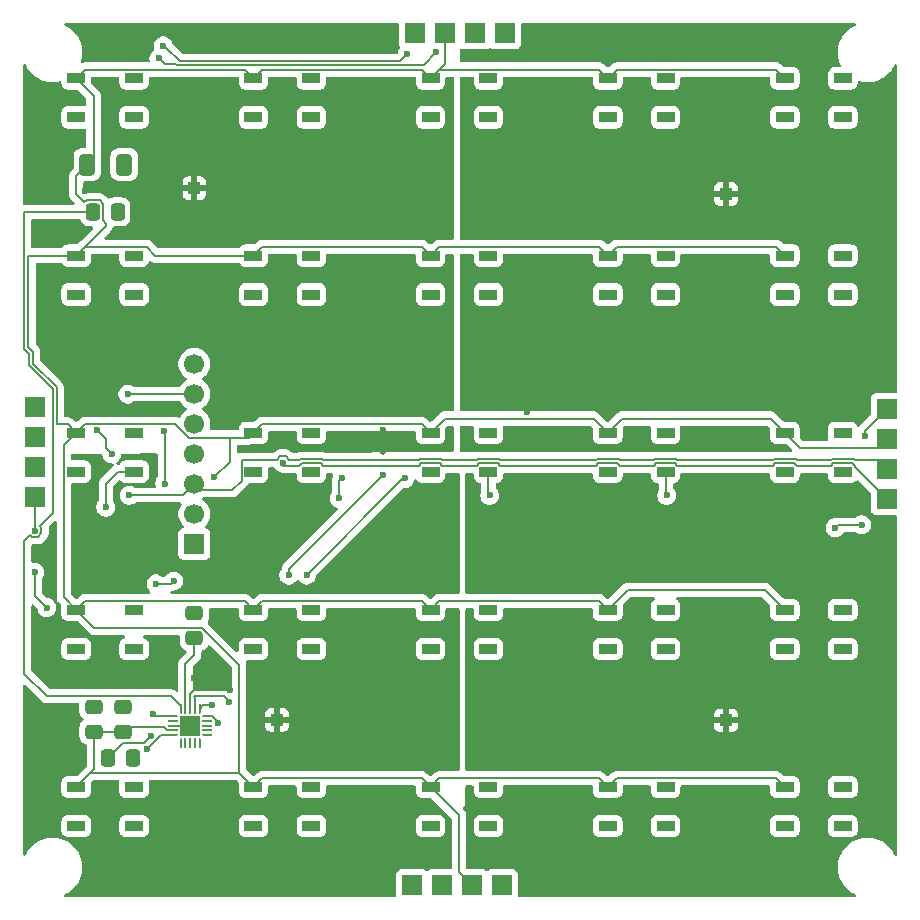
<source format=gbr>
%TF.GenerationSoftware,KiCad,Pcbnew,9.0.6*%
%TF.CreationDate,2025-12-14T11:47:39+00:00*%
%TF.ProjectId,cheetoTile,63686565-746f-4546-996c-652e6b696361,rev?*%
%TF.SameCoordinates,Original*%
%TF.FileFunction,Copper,L1,Top*%
%TF.FilePolarity,Positive*%
%FSLAX46Y46*%
G04 Gerber Fmt 4.6, Leading zero omitted, Abs format (unit mm)*
G04 Created by KiCad (PCBNEW 9.0.6) date 2025-12-14 11:47:39*
%MOMM*%
%LPD*%
G01*
G04 APERTURE LIST*
G04 Aperture macros list*
%AMRoundRect*
0 Rectangle with rounded corners*
0 $1 Rounding radius*
0 $2 $3 $4 $5 $6 $7 $8 $9 X,Y pos of 4 corners*
0 Add a 4 corners polygon primitive as box body*
4,1,4,$2,$3,$4,$5,$6,$7,$8,$9,$2,$3,0*
0 Add four circle primitives for the rounded corners*
1,1,$1+$1,$2,$3*
1,1,$1+$1,$4,$5*
1,1,$1+$1,$6,$7*
1,1,$1+$1,$8,$9*
0 Add four rect primitives between the rounded corners*
20,1,$1+$1,$2,$3,$4,$5,0*
20,1,$1+$1,$4,$5,$6,$7,0*
20,1,$1+$1,$6,$7,$8,$9,0*
20,1,$1+$1,$8,$9,$2,$3,0*%
%AMFreePoly0*
4,1,14,0.334644,0.085355,0.385355,0.034644,0.400000,-0.000711,0.400000,-0.050000,0.385355,-0.085355,0.350000,-0.100000,-0.350000,-0.100000,-0.385355,-0.085355,-0.400000,-0.050000,-0.400000,0.050000,-0.385355,0.085355,-0.350000,0.100000,0.299289,0.100000,0.334644,0.085355,0.334644,0.085355,$1*%
%AMFreePoly1*
4,1,14,0.385355,0.085355,0.400000,0.050000,0.400000,0.000711,0.385355,-0.034644,0.334644,-0.085355,0.299289,-0.100000,-0.350000,-0.100000,-0.385355,-0.085355,-0.400000,-0.050000,-0.400000,0.050000,-0.385355,0.085355,-0.350000,0.100000,0.350000,0.100000,0.385355,0.085355,0.385355,0.085355,$1*%
%AMFreePoly2*
4,1,14,0.085355,0.385355,0.100000,0.350000,0.100000,-0.350000,0.085355,-0.385355,0.050000,-0.400000,-0.050000,-0.400000,-0.085355,-0.385355,-0.100000,-0.350000,-0.100000,0.299289,-0.085355,0.334644,-0.034644,0.385355,0.000711,0.400000,0.050000,0.400000,0.085355,0.385355,0.085355,0.385355,$1*%
%AMFreePoly3*
4,1,14,0.034644,0.385355,0.085355,0.334644,0.100000,0.299289,0.100000,-0.350000,0.085355,-0.385355,0.050000,-0.400000,-0.050000,-0.400000,-0.085355,-0.385355,-0.100000,-0.350000,-0.100000,0.350000,-0.085355,0.385355,-0.050000,0.400000,-0.000711,0.400000,0.034644,0.385355,0.034644,0.385355,$1*%
%AMFreePoly4*
4,1,14,0.385355,0.085355,0.400000,0.050000,0.400000,-0.050000,0.385355,-0.085355,0.350000,-0.100000,-0.299289,-0.100000,-0.334644,-0.085355,-0.385355,-0.034644,-0.400000,0.000711,-0.400000,0.050000,-0.385355,0.085355,-0.350000,0.100000,0.350000,0.100000,0.385355,0.085355,0.385355,0.085355,$1*%
%AMFreePoly5*
4,1,14,0.385355,0.085355,0.400000,0.050000,0.400000,-0.050000,0.385355,-0.085355,0.350000,-0.100000,-0.350000,-0.100000,-0.385355,-0.085355,-0.400000,-0.050000,-0.400000,-0.000711,-0.385355,0.034644,-0.334644,0.085355,-0.299289,0.100000,0.350000,0.100000,0.385355,0.085355,0.385355,0.085355,$1*%
%AMFreePoly6*
4,1,14,0.085355,0.385355,0.100000,0.350000,0.100000,-0.299289,0.085355,-0.334644,0.034644,-0.385355,-0.000711,-0.400000,-0.050000,-0.400000,-0.085355,-0.385355,-0.100000,-0.350000,-0.100000,0.350000,-0.085355,0.385355,-0.050000,0.400000,0.050000,0.400000,0.085355,0.385355,0.085355,0.385355,$1*%
%AMFreePoly7*
4,1,14,0.085355,0.385355,0.100000,0.350000,0.100000,-0.350000,0.085355,-0.385355,0.050000,-0.400000,0.000711,-0.400000,-0.034644,-0.385355,-0.085355,-0.334644,-0.100000,-0.299289,-0.100000,0.350000,-0.085355,0.385355,-0.050000,0.400000,0.050000,0.400000,0.085355,0.385355,0.085355,0.385355,$1*%
G04 Aperture macros list end*
%TA.AperFunction,SMDPad,CuDef*%
%ADD10RoundRect,0.250000X-0.337500X-0.475000X0.337500X-0.475000X0.337500X0.475000X-0.337500X0.475000X0*%
%TD*%
%TA.AperFunction,SMDPad,CuDef*%
%ADD11RoundRect,0.090000X-0.660000X-0.360000X0.660000X-0.360000X0.660000X0.360000X-0.660000X0.360000X0*%
%TD*%
%TA.AperFunction,ComponentPad*%
%ADD12R,1.700000X1.700000*%
%TD*%
%TA.AperFunction,SMDPad,CuDef*%
%ADD13RoundRect,0.250000X0.475000X-0.337500X0.475000X0.337500X-0.475000X0.337500X-0.475000X-0.337500X0*%
%TD*%
%TA.AperFunction,SMDPad,CuDef*%
%ADD14FreePoly0,0.000000*%
%TD*%
%TA.AperFunction,SMDPad,CuDef*%
%ADD15RoundRect,0.050000X-0.350000X-0.050000X0.350000X-0.050000X0.350000X0.050000X-0.350000X0.050000X0*%
%TD*%
%TA.AperFunction,SMDPad,CuDef*%
%ADD16FreePoly1,0.000000*%
%TD*%
%TA.AperFunction,SMDPad,CuDef*%
%ADD17FreePoly2,0.000000*%
%TD*%
%TA.AperFunction,SMDPad,CuDef*%
%ADD18RoundRect,0.050000X-0.050000X-0.350000X0.050000X-0.350000X0.050000X0.350000X-0.050000X0.350000X0*%
%TD*%
%TA.AperFunction,SMDPad,CuDef*%
%ADD19FreePoly3,0.000000*%
%TD*%
%TA.AperFunction,SMDPad,CuDef*%
%ADD20FreePoly4,0.000000*%
%TD*%
%TA.AperFunction,SMDPad,CuDef*%
%ADD21FreePoly5,0.000000*%
%TD*%
%TA.AperFunction,SMDPad,CuDef*%
%ADD22FreePoly6,0.000000*%
%TD*%
%TA.AperFunction,SMDPad,CuDef*%
%ADD23FreePoly7,0.000000*%
%TD*%
%TA.AperFunction,HeatsinkPad*%
%ADD24R,1.700000X1.700000*%
%TD*%
%TA.AperFunction,SMDPad,CuDef*%
%ADD25R,1.000000X1.000000*%
%TD*%
%TA.AperFunction,SMDPad,CuDef*%
%ADD26RoundRect,0.250000X-0.475000X0.337500X-0.475000X-0.337500X0.475000X-0.337500X0.475000X0.337500X0*%
%TD*%
%TA.AperFunction,SMDPad,CuDef*%
%ADD27RoundRect,0.250000X-0.412500X-0.650000X0.412500X-0.650000X0.412500X0.650000X-0.412500X0.650000X0*%
%TD*%
%TA.AperFunction,ComponentPad*%
%ADD28C,1.700000*%
%TD*%
%TA.AperFunction,ViaPad*%
%ADD29C,0.600000*%
%TD*%
%TA.AperFunction,Conductor*%
%ADD30C,0.200000*%
%TD*%
G04 APERTURE END LIST*
D10*
%TO.P,R3,2*%
%TO.N,TX*%
X165287500Y-93200000D03*
%TO.P,R3,1*%
%TO.N,Net-(U1-PA2)*%
X163212500Y-93200000D03*
%TD*%
D11*
%TO.P,D4,1,VDD*%
%TO.N,VCC*%
X205500000Y-35700000D03*
%TO.P,D4,2,DOUT*%
%TO.N,Net-(D4-DOUT)*%
X205500000Y-39000000D03*
%TO.P,D4,3,VSS*%
%TO.N,GND*%
X210400000Y-39000000D03*
%TO.P,D4,4,DIN*%
%TO.N,Net-(D3-DOUT)*%
X210400000Y-35700000D03*
%TD*%
D12*
%TO.P,J4,1,Pin_1*%
%TO.N,GND*%
X196540000Y-104000000D03*
%TO.P,J4,2,Pin_2*%
%TO.N,VCC*%
X194000000Y-104000000D03*
%TO.P,J4,3,Pin_3*%
%TO.N,TX*%
X191460000Y-104000000D03*
%TO.P,J4,4,Pin_4*%
%TO.N,RX*%
X188920000Y-104000000D03*
%TD*%
D13*
%TO.P,R2,1*%
%TO.N,Net-(U1-~{RESET}{slash}PA0)*%
X170500000Y-83075000D03*
%TO.P,R2,2*%
%TO.N,PROGRAM*%
X170500000Y-81000000D03*
%TD*%
D11*
%TO.P,D25,1,VDD*%
%TO.N,VCC*%
X220500000Y-95700000D03*
%TO.P,D25,2,DOUT*%
%TO.N,DATA_OUT*%
X220500000Y-99000000D03*
%TO.P,D25,3,VSS*%
%TO.N,GND*%
X225400000Y-99000000D03*
%TO.P,D25,4,DIN*%
%TO.N,Net-(D24-DOUT)*%
X225400000Y-95700000D03*
%TD*%
%TO.P,D16,1,VDD*%
%TO.N,VCC*%
X160500000Y-80700000D03*
%TO.P,D16,2,DOUT*%
%TO.N,Net-(D16-DOUT)*%
X160500000Y-84000000D03*
%TO.P,D16,3,VSS*%
%TO.N,GND*%
X165400000Y-84000000D03*
%TO.P,D16,4,DIN*%
%TO.N,Net-(D15-DOUT)*%
X165400000Y-80700000D03*
%TD*%
%TO.P,D9,1,VDD*%
%TO.N,VCC*%
X205500000Y-50700000D03*
%TO.P,D9,2,DOUT*%
%TO.N,Net-(D10-DIN)*%
X205500000Y-54000000D03*
%TO.P,D9,3,VSS*%
%TO.N,GND*%
X210400000Y-54000000D03*
%TO.P,D9,4,DIN*%
%TO.N,Net-(D8-DOUT)*%
X210400000Y-50700000D03*
%TD*%
%TO.P,D1,1,VDD*%
%TO.N,VCC*%
X160500000Y-35700000D03*
%TO.P,D1,2,DOUT*%
%TO.N,Net-(D1-DOUT)*%
X160500000Y-39000000D03*
%TO.P,D1,3,VSS*%
%TO.N,GND*%
X165400000Y-39000000D03*
%TO.P,D1,4,DIN*%
%TO.N,LED_DATA*%
X165400000Y-35700000D03*
%TD*%
%TO.P,D2,1,VDD*%
%TO.N,VCC*%
X175500000Y-35700000D03*
%TO.P,D2,2,DOUT*%
%TO.N,Net-(D2-DOUT)*%
X175500000Y-39000000D03*
%TO.P,D2,3,VSS*%
%TO.N,GND*%
X180400000Y-39000000D03*
%TO.P,D2,4,DIN*%
%TO.N,Net-(D1-DOUT)*%
X180400000Y-35700000D03*
%TD*%
%TO.P,D15,1,VDD*%
%TO.N,VCC*%
X220500000Y-65700000D03*
%TO.P,D15,2,DOUT*%
%TO.N,Net-(D15-DOUT)*%
X220500000Y-69000000D03*
%TO.P,D15,3,VSS*%
%TO.N,GND*%
X225400000Y-69000000D03*
%TO.P,D15,4,DIN*%
%TO.N,Net-(D14-DOUT)*%
X225400000Y-65700000D03*
%TD*%
%TO.P,D19,1,VDD*%
%TO.N,VCC*%
X205500000Y-80700000D03*
%TO.P,D19,2,DOUT*%
%TO.N,Net-(D19-DOUT)*%
X205500000Y-84000000D03*
%TO.P,D19,3,VSS*%
%TO.N,GND*%
X210400000Y-84000000D03*
%TO.P,D19,4,DIN*%
%TO.N,Net-(D18-DOUT)*%
X210400000Y-80700000D03*
%TD*%
%TO.P,D8,1,VDD*%
%TO.N,VCC*%
X190500000Y-50700000D03*
%TO.P,D8,2,DOUT*%
%TO.N,Net-(D8-DOUT)*%
X190500000Y-54000000D03*
%TO.P,D8,3,VSS*%
%TO.N,GND*%
X195400000Y-54000000D03*
%TO.P,D8,4,DIN*%
%TO.N,Net-(D7-DOUT)*%
X195400000Y-50700000D03*
%TD*%
%TO.P,D20,1,VDD*%
%TO.N,VCC*%
X220500000Y-80700000D03*
%TO.P,D20,2,DOUT*%
%TO.N,Net-(D20-DOUT)*%
X220500000Y-84000000D03*
%TO.P,D20,3,VSS*%
%TO.N,GND*%
X225400000Y-84000000D03*
%TO.P,D20,4,DIN*%
%TO.N,Net-(D19-DOUT)*%
X225400000Y-80700000D03*
%TD*%
D14*
%TO.P,U1,1,PA2*%
%TO.N,Net-(U1-PA2)*%
X168700000Y-89700000D03*
D15*
%TO.P,U1,2,PA3*%
%TO.N,unconnected-(U1-PA3-Pad2)*%
X168700000Y-90100000D03*
%TO.P,U1,3,GND*%
%TO.N,GND*%
X168700000Y-90500000D03*
%TO.P,U1,4,VCC*%
%TO.N,VCC*%
X168700000Y-90900000D03*
D16*
%TO.P,U1,5,PA4*%
%TO.N,RX*%
X168700000Y-91300000D03*
D17*
%TO.P,U1,6,PA5*%
%TO.N,unconnected-(U1-PA5-Pad6)*%
X169350000Y-91950000D03*
D18*
%TO.P,U1,7,PA6*%
%TO.N,unconnected-(U1-PA6-Pad7)*%
X169750000Y-91950000D03*
%TO.P,U1,8,PA7*%
%TO.N,unconnected-(U1-PA7-Pad8)*%
X170150000Y-91950000D03*
%TO.P,U1,9,PB5*%
%TO.N,unconnected-(U1-PB5-Pad9)*%
X170550000Y-91950000D03*
D19*
%TO.P,U1,10,PB4*%
%TO.N,unconnected-(U1-PB4-Pad10)*%
X170950000Y-91950000D03*
D20*
%TO.P,U1,11,PB3*%
%TO.N,unconnected-(U1-PB3-Pad11)*%
X171600000Y-91300000D03*
D15*
%TO.P,U1,12,PB2*%
%TO.N,unconnected-(U1-PB2-Pad12)*%
X171600000Y-90900000D03*
%TO.P,U1,13,PB1*%
%TO.N,unconnected-(U1-PB1-Pad13)*%
X171600000Y-90500000D03*
%TO.P,U1,14,PB0*%
%TO.N,unconnected-(U1-PB0-Pad14)*%
X171600000Y-90100000D03*
D21*
%TO.P,U1,15,PC0*%
%TO.N,TOUCH1*%
X171600000Y-89700000D03*
D22*
%TO.P,U1,16,PC1*%
%TO.N,TOUCH2*%
X170950000Y-89050000D03*
D18*
%TO.P,U1,17,PC2*%
%TO.N,TOUCH3*%
X170550000Y-89050000D03*
%TO.P,U1,18,PC3*%
%TO.N,TOUCH4*%
X170150000Y-89050000D03*
%TO.P,U1,19,~{RESET}/PA0*%
%TO.N,Net-(U1-~{RESET}{slash}PA0)*%
X169750000Y-89050000D03*
D23*
%TO.P,U1,20,PA1*%
%TO.N,Net-(U1-PA1)*%
X169350000Y-89050000D03*
D24*
%TO.P,U1,21,GND*%
%TO.N,GND*%
X170150000Y-90500000D03*
%TD*%
D11*
%TO.P,D6,1,VDD*%
%TO.N,VCC*%
X160500000Y-50700000D03*
%TO.P,D6,2,DOUT*%
%TO.N,Net-(D6-DOUT)*%
X160500000Y-54000000D03*
%TO.P,D6,3,VSS*%
%TO.N,GND*%
X165400000Y-54000000D03*
%TO.P,D6,4,DIN*%
%TO.N,Net-(D5-DOUT)*%
X165400000Y-50700000D03*
%TD*%
D25*
%TO.P,J8,1,Pin_1*%
%TO.N,TOUCH3*%
X215500000Y-90050000D03*
%TD*%
D11*
%TO.P,D11,1,VDD*%
%TO.N,VCC*%
X160500000Y-65700000D03*
%TO.P,D11,2,DOUT*%
%TO.N,Net-(D11-DOUT)*%
X160500000Y-69000000D03*
%TO.P,D11,3,VSS*%
%TO.N,GND*%
X165400000Y-69000000D03*
%TO.P,D11,4,DIN*%
%TO.N,Net-(D10-DOUT)*%
X165400000Y-65700000D03*
%TD*%
D26*
%TO.P,C3,1*%
%TO.N,GND*%
X162000000Y-88925000D03*
%TO.P,C3,2*%
%TO.N,VCC*%
X162000000Y-91000000D03*
%TD*%
D11*
%TO.P,D5,1,VDD*%
%TO.N,VCC*%
X220500000Y-35700000D03*
%TO.P,D5,2,DOUT*%
%TO.N,Net-(D5-DOUT)*%
X220500000Y-39000000D03*
%TO.P,D5,3,VSS*%
%TO.N,GND*%
X225400000Y-39000000D03*
%TO.P,D5,4,DIN*%
%TO.N,Net-(D4-DOUT)*%
X225400000Y-35700000D03*
%TD*%
%TO.P,D17,1,VDD*%
%TO.N,VCC*%
X175500000Y-80700000D03*
%TO.P,D17,2,DOUT*%
%TO.N,Net-(D17-DOUT)*%
X175500000Y-84000000D03*
%TO.P,D17,3,VSS*%
%TO.N,GND*%
X180400000Y-84000000D03*
%TO.P,D17,4,DIN*%
%TO.N,Net-(D16-DOUT)*%
X180400000Y-80700000D03*
%TD*%
%TO.P,D7,1,VDD*%
%TO.N,VCC*%
X175500000Y-50700000D03*
%TO.P,D7,2,DOUT*%
%TO.N,Net-(D7-DOUT)*%
X175500000Y-54000000D03*
%TO.P,D7,3,VSS*%
%TO.N,GND*%
X180400000Y-54000000D03*
%TO.P,D7,4,DIN*%
%TO.N,Net-(D6-DOUT)*%
X180400000Y-50700000D03*
%TD*%
D25*
%TO.P,J6,1,Pin_1*%
%TO.N,TOUCH1*%
X170500000Y-45000000D03*
%TD*%
D11*
%TO.P,D22,1,VDD*%
%TO.N,VCC*%
X175500000Y-95700000D03*
%TO.P,D22,2,DOUT*%
%TO.N,Net-(D22-DOUT)*%
X175500000Y-99000000D03*
%TO.P,D22,3,VSS*%
%TO.N,GND*%
X180400000Y-99000000D03*
%TO.P,D22,4,DIN*%
%TO.N,Net-(D21-DOUT)*%
X180400000Y-95700000D03*
%TD*%
D26*
%TO.P,C1,1*%
%TO.N,GND*%
X164500000Y-88962500D03*
%TO.P,C1,2*%
%TO.N,VCC*%
X164500000Y-91037500D03*
%TD*%
D27*
%TO.P,C2,1*%
%TO.N,VCC*%
X161437500Y-43000000D03*
%TO.P,C2,2*%
%TO.N,GND*%
X164562500Y-43000000D03*
%TD*%
D11*
%TO.P,D23,1,VDD*%
%TO.N,VCC*%
X190500000Y-95700000D03*
%TO.P,D23,2,DOUT*%
%TO.N,Net-(D23-DOUT)*%
X190500000Y-99000000D03*
%TO.P,D23,3,VSS*%
%TO.N,GND*%
X195400000Y-99000000D03*
%TO.P,D23,4,DIN*%
%TO.N,Net-(D22-DOUT)*%
X195400000Y-95700000D03*
%TD*%
%TO.P,D12,1,VDD*%
%TO.N,VCC*%
X175500000Y-65700000D03*
%TO.P,D12,2,DOUT*%
%TO.N,Net-(D12-DOUT)*%
X175500000Y-69000000D03*
%TO.P,D12,3,VSS*%
%TO.N,GND*%
X180400000Y-69000000D03*
%TO.P,D12,4,DIN*%
%TO.N,Net-(D11-DOUT)*%
X180400000Y-65700000D03*
%TD*%
%TO.P,D10,1,VDD*%
%TO.N,VCC*%
X220500000Y-50700000D03*
%TO.P,D10,2,DOUT*%
%TO.N,Net-(D10-DOUT)*%
X220500000Y-54000000D03*
%TO.P,D10,3,VSS*%
%TO.N,GND*%
X225400000Y-54000000D03*
%TO.P,D10,4,DIN*%
%TO.N,Net-(D10-DIN)*%
X225400000Y-50700000D03*
%TD*%
%TO.P,D14,1,VDD*%
%TO.N,VCC*%
X205500000Y-65700000D03*
%TO.P,D14,2,DOUT*%
%TO.N,Net-(D14-DOUT)*%
X205500000Y-69000000D03*
%TO.P,D14,3,VSS*%
%TO.N,GND*%
X210400000Y-69000000D03*
%TO.P,D14,4,DIN*%
%TO.N,Net-(D13-DOUT)*%
X210400000Y-65700000D03*
%TD*%
%TO.P,D21,1,VDD*%
%TO.N,VCC*%
X160500000Y-95700000D03*
%TO.P,D21,2,DOUT*%
%TO.N,Net-(D21-DOUT)*%
X160500000Y-99000000D03*
%TO.P,D21,3,VSS*%
%TO.N,GND*%
X165400000Y-99000000D03*
%TO.P,D21,4,DIN*%
%TO.N,Net-(D20-DOUT)*%
X165400000Y-95700000D03*
%TD*%
D25*
%TO.P,J9,1,Pin_1*%
%TO.N,TOUCH4*%
X177500000Y-90000000D03*
%TD*%
D11*
%TO.P,D18,1,VDD*%
%TO.N,VCC*%
X190500000Y-80700000D03*
%TO.P,D18,2,DOUT*%
%TO.N,Net-(D18-DOUT)*%
X190500000Y-84000000D03*
%TO.P,D18,3,VSS*%
%TO.N,GND*%
X195400000Y-84000000D03*
%TO.P,D18,4,DIN*%
%TO.N,Net-(D17-DOUT)*%
X195400000Y-80700000D03*
%TD*%
D12*
%TO.P,J1,1,Pin_1*%
%TO.N,GND*%
X157000000Y-71120000D03*
%TO.P,J1,2,Pin_2*%
%TO.N,VCC*%
X157000000Y-68580000D03*
%TO.P,J1,3,Pin_3*%
%TO.N,RX*%
X157000000Y-66040000D03*
%TO.P,J1,4,Pin_4*%
%TO.N,TX*%
X157000000Y-63500000D03*
%TD*%
D11*
%TO.P,D24,1,VDD*%
%TO.N,VCC*%
X205500000Y-95700000D03*
%TO.P,D24,2,DOUT*%
%TO.N,Net-(D24-DOUT)*%
X205500000Y-99000000D03*
%TO.P,D24,3,VSS*%
%TO.N,GND*%
X210400000Y-99000000D03*
%TO.P,D24,4,DIN*%
%TO.N,Net-(D23-DOUT)*%
X210400000Y-95700000D03*
%TD*%
%TO.P,D13,1,VDD*%
%TO.N,VCC*%
X190500000Y-65700000D03*
%TO.P,D13,2,DOUT*%
%TO.N,Net-(D13-DOUT)*%
X190500000Y-69000000D03*
%TO.P,D13,3,VSS*%
%TO.N,GND*%
X195400000Y-69000000D03*
%TO.P,D13,4,DIN*%
%TO.N,Net-(D12-DOUT)*%
X195400000Y-65700000D03*
%TD*%
%TO.P,D3,1,VDD*%
%TO.N,VCC*%
X190500000Y-35700000D03*
%TO.P,D3,2,DOUT*%
%TO.N,Net-(D3-DOUT)*%
X190500000Y-39000000D03*
%TO.P,D3,3,VSS*%
%TO.N,GND*%
X195400000Y-39000000D03*
%TO.P,D3,4,DIN*%
%TO.N,Net-(D2-DOUT)*%
X195400000Y-35700000D03*
%TD*%
D12*
%TO.P,J5,1,Pin_1*%
%TO.N,GND*%
X170500000Y-75120000D03*
D28*
%TO.P,J5,2,Pin_2*%
%TO.N,VCC*%
X170500000Y-72580000D03*
%TO.P,J5,3,Pin_3*%
%TO.N,RX*%
X170500000Y-70040000D03*
%TO.P,J5,4,Pin_4*%
%TO.N,TX*%
X170500000Y-67500000D03*
%TO.P,J5,5,Pin_5*%
%TO.N,PROGRAM*%
X170500000Y-64960000D03*
%TO.P,J5,6,Pin_6*%
%TO.N,LED_DATA*%
X170500000Y-62420000D03*
%TO.P,J5,7,Pin_7*%
%TO.N,DATA_OUT*%
X170500000Y-59880000D03*
%TD*%
D12*
%TO.P,J3,1,Pin_1*%
%TO.N,GND*%
X229115000Y-63690000D03*
%TO.P,J3,2,Pin_2*%
%TO.N,VCC*%
X229115000Y-66230000D03*
%TO.P,J3,3,Pin_3*%
%TO.N,RX*%
X229115000Y-68770000D03*
%TO.P,J3,4,Pin_4*%
%TO.N,TX*%
X229115000Y-71310000D03*
%TD*%
%TO.P,J2,1,Pin_1*%
%TO.N,GND*%
X189170000Y-31885000D03*
%TO.P,J2,2,Pin_2*%
%TO.N,VCC*%
X191710000Y-31885000D03*
%TO.P,J2,3,Pin_3*%
%TO.N,TX*%
X194250000Y-31885000D03*
%TO.P,J2,4,Pin_4*%
%TO.N,RX*%
X196790000Y-31885000D03*
%TD*%
D25*
%TO.P,J7,1,Pin_1*%
%TO.N,TOUCH2*%
X215500000Y-45500000D03*
%TD*%
D10*
%TO.P,R1,1*%
%TO.N,Net-(U1-PA1)*%
X161925000Y-47000000D03*
%TO.P,R1,2*%
%TO.N,LED_DATA*%
X164000000Y-47000000D03*
%TD*%
D29*
%TO.N,Net-(U1-PA2)*%
X167000000Y-89500000D03*
X166800000Y-91350000D03*
%TO.N,TX*%
X165287500Y-93200000D03*
%TO.N,VCC*%
X172200000Y-69439000D03*
X160500000Y-65700000D03*
%TO.N,GND*%
X157000000Y-77500000D03*
X180400000Y-99000000D03*
X170150000Y-90500000D03*
X210400000Y-39000000D03*
X163000000Y-72000000D03*
X168750000Y-78250000D03*
X165400000Y-69000000D03*
X225400000Y-54000000D03*
X225400000Y-99000000D03*
X167250000Y-78500000D03*
X195400000Y-84000000D03*
X164562500Y-43000000D03*
X195400000Y-39000000D03*
X210400000Y-54000000D03*
X158000000Y-80500000D03*
X195400000Y-69000000D03*
X180400000Y-84000000D03*
X180400000Y-69000000D03*
X180400000Y-39000000D03*
X225400000Y-84000000D03*
X224750000Y-73750000D03*
X182750000Y-71250000D03*
X227000000Y-73500000D03*
X210400000Y-84000000D03*
X210500000Y-71000000D03*
X210400000Y-99000000D03*
X157000000Y-74000000D03*
X195400000Y-99000000D03*
X162000000Y-88925000D03*
X180400000Y-54000000D03*
X165400000Y-39000000D03*
X225400000Y-39000000D03*
X165400000Y-99000000D03*
X183000000Y-69500000D03*
X165400000Y-54000000D03*
X164500000Y-88962500D03*
X165400000Y-84000000D03*
X225400000Y-69000000D03*
X195500000Y-71000000D03*
X195400000Y-54000000D03*
X227250000Y-66000000D03*
%TO.N,Net-(D1-DOUT)*%
X160500000Y-39000000D03*
X180400000Y-35700000D03*
%TO.N,LED_DATA*%
X164000000Y-47000000D03*
X164875104Y-62428206D03*
X165400000Y-35700000D03*
%TO.N,Net-(D2-DOUT)*%
X175500000Y-39000000D03*
X195400000Y-35700000D03*
%TO.N,Net-(D3-DOUT)*%
X210400000Y-35700000D03*
X190500000Y-39000000D03*
%TO.N,Net-(D4-DOUT)*%
X205500000Y-39000000D03*
X225400000Y-35700000D03*
%TO.N,Net-(D5-DOUT)*%
X220500000Y-39000000D03*
X165400000Y-50700000D03*
%TO.N,Net-(D6-DOUT)*%
X160500000Y-54000000D03*
X180400000Y-50700000D03*
%TO.N,Net-(D7-DOUT)*%
X195400000Y-50700000D03*
X175500000Y-54000000D03*
%TO.N,Net-(D8-DOUT)*%
X210400000Y-50700000D03*
X190500000Y-54000000D03*
%TO.N,Net-(D10-DIN)*%
X225400000Y-50700000D03*
X205500000Y-54000000D03*
%TO.N,Net-(D10-DOUT)*%
X220500000Y-54000000D03*
X165400000Y-65700000D03*
%TO.N,Net-(D11-DOUT)*%
X160500000Y-69000000D03*
X180400000Y-65700000D03*
%TO.N,Net-(D12-DOUT)*%
X195400000Y-65700000D03*
X175500000Y-69000000D03*
%TO.N,Net-(D14-DOUT)*%
X205500000Y-69000000D03*
X225400000Y-65700000D03*
%TO.N,Net-(D13-DOUT)*%
X190500000Y-69000000D03*
X210400000Y-65700000D03*
%TO.N,Net-(D16-DOUT)*%
X180400000Y-80700000D03*
X160500000Y-84000000D03*
%TO.N,Net-(D15-DOUT)*%
X165400000Y-80700000D03*
X220500000Y-69000000D03*
%TO.N,Net-(D18-DOUT)*%
X190500000Y-84000000D03*
X210400000Y-80700000D03*
%TO.N,Net-(D17-DOUT)*%
X175500000Y-84000000D03*
X195400000Y-80700000D03*
%TO.N,Net-(D20-DOUT)*%
X220500000Y-84000000D03*
X165400000Y-95700000D03*
%TO.N,Net-(D19-DOUT)*%
X225400000Y-80700000D03*
X205500000Y-84000000D03*
%TO.N,Net-(D21-DOUT)*%
X180400000Y-95700000D03*
X160500000Y-99000000D03*
%TO.N,Net-(D22-DOUT)*%
X195400000Y-95700000D03*
X175500000Y-99000000D03*
%TO.N,Net-(D23-DOUT)*%
X190500000Y-99000000D03*
X210400000Y-95700000D03*
%TO.N,Net-(D24-DOUT)*%
X225400000Y-95700000D03*
X205500000Y-99000000D03*
%TO.N,DATA_OUT*%
X220500000Y-99000000D03*
%TO.N,RX*%
X167861702Y-32947075D03*
X165000000Y-71000000D03*
X188531783Y-33625588D03*
X166500000Y-92500000D03*
%TO.N,TX*%
X191000000Y-33500000D03*
X162250000Y-65499000D03*
X163500000Y-67500000D03*
X178000000Y-68250000D03*
X167500000Y-34000000D03*
%TO.N,TOUCH1*%
X172000000Y-33000000D03*
X172000000Y-36500000D03*
X186500000Y-67250000D03*
X163658557Y-48836107D03*
X186500000Y-64000000D03*
X160000000Y-49000000D03*
X161250000Y-45250000D03*
X170000000Y-52000000D03*
X186500000Y-69250000D03*
X178500000Y-77750000D03*
X172500000Y-90250000D03*
X170000000Y-49500000D03*
X159500000Y-45500000D03*
X186500000Y-65500000D03*
%TO.N,TOUCH2*%
X198687500Y-63950000D03*
X172000000Y-88750000D03*
X198500000Y-66000000D03*
X180000000Y-77750000D03*
X188319415Y-69574646D03*
%TO.N,TOUCH3*%
X194000000Y-85500000D03*
X173464599Y-88539790D03*
%TO.N,TOUCH4*%
X175500000Y-87500000D03*
X187500000Y-96000000D03*
X170500000Y-86500000D03*
X173500000Y-87500000D03*
X188500000Y-94000000D03*
X183000000Y-81000000D03*
X182975079Y-78581001D03*
X168533087Y-86524120D03*
%TO.N,PROGRAM*%
X168000000Y-70000000D03*
X170500000Y-81000000D03*
X167953873Y-65546647D03*
%TD*%
D30*
%TO.N,Net-(U1-PA2)*%
X168700000Y-89700000D02*
X167200000Y-89700000D01*
X167200000Y-89700000D02*
X167000000Y-89500000D01*
%TO.N,VCC*%
X168700000Y-90900000D02*
X168651000Y-90851000D01*
X164937500Y-90600000D02*
X164500000Y-91037500D01*
X168651000Y-90851000D02*
X168223936Y-90851000D01*
X168223936Y-90851000D02*
X168049000Y-90676064D01*
X168049000Y-90676064D02*
X168049000Y-90600000D01*
X168049000Y-90600000D02*
X164937500Y-90600000D01*
%TO.N,Net-(U1-PA2)*%
X166201000Y-91949000D02*
X166800000Y-91350000D01*
X164463500Y-91949000D02*
X166201000Y-91949000D01*
X163212500Y-93200000D02*
X164463500Y-91949000D01*
%TO.N,VCC*%
X160500000Y-80700000D02*
X161251000Y-79949000D01*
X175500000Y-35700000D02*
X176251000Y-34949000D01*
X175500000Y-80700000D02*
X176251000Y-79949000D01*
X172200000Y-69439000D02*
X173500000Y-68139000D01*
X161251000Y-34949000D02*
X174749000Y-34949000D01*
X174300000Y-94500000D02*
X175500000Y-95700000D01*
X190500000Y-95700000D02*
X191251000Y-94949000D01*
X160500000Y-35700000D02*
X161251000Y-34949000D01*
X176251000Y-94949000D02*
X189749000Y-94949000D01*
X204749000Y-79949000D02*
X205500000Y-80700000D01*
X160500000Y-45500000D02*
X160500000Y-43937500D01*
X206251000Y-49949000D02*
X219749000Y-49949000D01*
X160500000Y-50700000D02*
X163000000Y-48200000D01*
X175500000Y-95700000D02*
X176251000Y-94949000D01*
X159449000Y-66751000D02*
X160500000Y-65700000D01*
X162763500Y-47689448D02*
X162763500Y-46310552D01*
X161251000Y-49949000D02*
X166449000Y-49949000D01*
X175500000Y-50700000D02*
X176251000Y-49949000D01*
X170023240Y-66111000D02*
X173500000Y-66111000D01*
X205500000Y-50700000D02*
X206251000Y-49949000D01*
X228345000Y-67000000D02*
X229115000Y-66230000D01*
X189749000Y-49949000D02*
X190500000Y-50700000D01*
X162036500Y-82236500D02*
X171189448Y-82236500D01*
X158851000Y-65000000D02*
X159800000Y-65000000D01*
X160500000Y-80700000D02*
X162036500Y-82236500D01*
X174300000Y-85347052D02*
X174300000Y-94500000D01*
X205500000Y-80700000D02*
X207200000Y-79000000D01*
X191251000Y-49949000D02*
X204749000Y-49949000D01*
X205500000Y-65700000D02*
X206700000Y-64500000D01*
X156748194Y-58751805D02*
X156851000Y-58854612D01*
X162726474Y-47726474D02*
X162763500Y-47689448D01*
X190500000Y-65700000D02*
X191700000Y-64500000D01*
X219749000Y-94949000D02*
X220500000Y-95700000D01*
X204749000Y-34949000D02*
X205500000Y-35700000D01*
X206251000Y-94949000D02*
X219749000Y-94949000D01*
X189749000Y-94949000D02*
X190500000Y-95700000D01*
X192900000Y-102900000D02*
X194000000Y-104000000D01*
X191700000Y-64500000D02*
X204300000Y-64500000D01*
X176251000Y-79949000D02*
X189749000Y-79949000D01*
X207200000Y-79000000D02*
X218800000Y-79000000D01*
X162000000Y-91000000D02*
X164462500Y-91000000D01*
X205500000Y-95700000D02*
X206251000Y-94949000D01*
X160500000Y-50700000D02*
X156452000Y-50700000D01*
X204749000Y-94949000D02*
X205500000Y-95700000D01*
X219749000Y-49949000D02*
X220500000Y-50700000D01*
X156452000Y-58455612D02*
X156748194Y-58751805D01*
X161373052Y-46024000D02*
X161198526Y-46198526D01*
X168861240Y-64949000D02*
X170023240Y-66111000D01*
X160500000Y-65700000D02*
X161251000Y-64949000D01*
X163000000Y-48200000D02*
X163000000Y-48000000D01*
X206700000Y-64500000D02*
X219300000Y-64500000D01*
X189749000Y-64949000D02*
X190500000Y-65700000D01*
X190500000Y-35700000D02*
X191251000Y-34949000D01*
X175089000Y-66111000D02*
X175500000Y-65700000D01*
X158851000Y-61854611D02*
X158851000Y-65000000D01*
X190500000Y-50700000D02*
X191251000Y-49949000D01*
X192900000Y-98100000D02*
X190500000Y-95700000D01*
X219749000Y-34949000D02*
X220500000Y-35700000D01*
X204749000Y-49949000D02*
X205500000Y-50700000D01*
X160500000Y-80700000D02*
X159449000Y-79649000D01*
X162476948Y-46024000D02*
X161373052Y-46024000D01*
X206251000Y-34949000D02*
X219749000Y-34949000D01*
X190500000Y-35700000D02*
X191710000Y-34490000D01*
X192900000Y-98100000D02*
X192900000Y-102900000D01*
X164462500Y-91000000D02*
X164500000Y-91037500D01*
X166449000Y-49949000D02*
X167200000Y-50700000D01*
X162763500Y-46310552D02*
X162476948Y-46024000D01*
X221800000Y-67000000D02*
X228345000Y-67000000D01*
X176251000Y-49949000D02*
X189749000Y-49949000D01*
X156851000Y-58854612D02*
X156851000Y-59854612D01*
X161251000Y-79949000D02*
X174749000Y-79949000D01*
X163000000Y-48000000D02*
X162726474Y-47726474D01*
X167200000Y-50700000D02*
X175500000Y-50700000D01*
X218800000Y-79000000D02*
X220500000Y-80700000D01*
X161198526Y-46198526D02*
X160500000Y-45500000D01*
X219300000Y-64500000D02*
X220500000Y-65700000D01*
X191710000Y-34490000D02*
X191710000Y-31885000D01*
X173500000Y-68139000D02*
X173500000Y-66111000D01*
X160500000Y-95700000D02*
X162000000Y-94200000D01*
X156452000Y-50700000D02*
X156452000Y-58455612D01*
X160500000Y-43937500D02*
X161437500Y-43000000D01*
X159800000Y-65000000D02*
X160500000Y-65700000D01*
X191251000Y-79949000D02*
X204749000Y-79949000D01*
X205500000Y-35700000D02*
X206251000Y-34949000D01*
X220500000Y-65700000D02*
X221800000Y-67000000D01*
X191251000Y-94949000D02*
X204749000Y-94949000D01*
X174749000Y-79949000D02*
X175500000Y-80700000D01*
X176251000Y-64949000D02*
X189749000Y-64949000D01*
X204300000Y-64500000D02*
X205500000Y-65700000D01*
X160500000Y-95700000D02*
X161700000Y-94500000D01*
X159449000Y-79649000D02*
X159449000Y-66751000D01*
X174749000Y-34949000D02*
X175500000Y-35700000D01*
X171189448Y-82236500D02*
X174300000Y-85347052D01*
X190500000Y-80700000D02*
X191251000Y-79949000D01*
X189749000Y-34949000D02*
X190500000Y-35700000D01*
X160500000Y-50700000D02*
X161251000Y-49949000D01*
X161962500Y-37162500D02*
X160500000Y-35700000D01*
X191251000Y-34949000D02*
X204749000Y-34949000D01*
X175500000Y-65700000D02*
X176251000Y-64949000D01*
X173500000Y-66111000D02*
X175089000Y-66111000D01*
X156851000Y-59854612D02*
X158851000Y-61854611D01*
X162000000Y-94200000D02*
X162000000Y-91000000D01*
X161251000Y-64949000D02*
X168861240Y-64949000D01*
X189749000Y-79949000D02*
X190500000Y-80700000D01*
X161962500Y-43000000D02*
X161962500Y-37162500D01*
X176251000Y-34949000D02*
X189749000Y-34949000D01*
X161700000Y-94500000D02*
X174300000Y-94500000D01*
%TO.N,GND*%
X167250000Y-78500000D02*
X168500000Y-78500000D01*
X157000000Y-79500000D02*
X158000000Y-80500000D01*
X224750000Y-73750000D02*
X225000000Y-73500000D01*
X225000000Y-73500000D02*
X227000000Y-73500000D01*
X157000000Y-71120000D02*
X157000000Y-74000000D01*
X182750000Y-69750000D02*
X183000000Y-69500000D01*
X168700000Y-90500000D02*
X170150000Y-90500000D01*
X227250000Y-65555000D02*
X227250000Y-66000000D01*
X195400000Y-70900000D02*
X195500000Y-71000000D01*
X165400000Y-69000000D02*
X164000000Y-69000000D01*
X164000000Y-69000000D02*
X163500000Y-69500000D01*
X163000000Y-70000000D02*
X163000000Y-72000000D01*
X210400000Y-69000000D02*
X210400000Y-70900000D01*
X229115000Y-63690000D02*
X227250000Y-65555000D01*
X210400000Y-70900000D02*
X210500000Y-71000000D01*
X163500000Y-69500000D02*
X163000000Y-70000000D01*
X182750000Y-71250000D02*
X182750000Y-69750000D01*
X157000000Y-77500000D02*
X157000000Y-79500000D01*
X168500000Y-78500000D02*
X168750000Y-78250000D01*
X195400000Y-69000000D02*
X195400000Y-70900000D01*
%TO.N,LED_DATA*%
X164883310Y-62420000D02*
X170500000Y-62420000D01*
X164875104Y-62428206D02*
X164883310Y-62420000D01*
%TO.N,RX*%
X178228232Y-67699000D02*
X177771768Y-67699000D01*
X191449128Y-67948000D02*
X189550872Y-67948000D01*
X165000000Y-71000000D02*
X169540000Y-71000000D01*
X219550871Y-67948000D02*
X219498872Y-68000000D01*
X174500000Y-68000000D02*
X174499000Y-68001000D01*
X226401129Y-68000000D02*
X226349128Y-67948000D01*
X189498871Y-68000000D02*
X181401129Y-68000000D01*
X177771768Y-67699000D02*
X177470768Y-68000000D01*
X181401129Y-68000000D02*
X181349128Y-67948000D01*
X206449128Y-67948000D02*
X204550871Y-67948000D01*
X229115000Y-68770000D02*
X228345000Y-68000000D01*
X181349128Y-67948000D02*
X179450872Y-67948000D01*
X211401129Y-68000000D02*
X211349128Y-67948000D01*
X174499000Y-69780232D02*
X173728232Y-70551000D01*
X171011000Y-70551000D02*
X170500000Y-70040000D01*
X204550871Y-67948000D02*
X204498872Y-68000000D01*
X221501128Y-68000000D02*
X221449128Y-67948000D01*
X188531783Y-33625588D02*
X187910371Y-34247000D01*
X209398871Y-68000000D02*
X206501128Y-68000000D01*
X221449128Y-67948000D02*
X219550871Y-67948000D01*
X211349128Y-67948000D02*
X209450872Y-67948000D01*
X167700000Y-91300000D02*
X168700000Y-91300000D01*
X169540000Y-71000000D02*
X170500000Y-70040000D01*
X187910371Y-34247000D02*
X169500000Y-34247000D01*
X196349128Y-67948000D02*
X194450872Y-67948000D01*
X173728232Y-70551000D02*
X171011000Y-70551000D01*
X228345000Y-68000000D02*
X226401129Y-68000000D01*
X174499000Y-68001000D02*
X174499000Y-69780232D01*
X196401129Y-68000000D02*
X196349128Y-67948000D01*
X178529232Y-68000000D02*
X178228232Y-67699000D01*
X209450872Y-67948000D02*
X209398871Y-68000000D01*
X179450872Y-67948000D02*
X179398871Y-68000000D01*
X194398871Y-68000000D02*
X191501129Y-68000000D01*
X224398871Y-68000000D02*
X221501128Y-68000000D01*
X224450872Y-67948000D02*
X224398871Y-68000000D01*
X179398871Y-68000000D02*
X178529232Y-68000000D01*
X169247000Y-34247000D02*
X168000000Y-33000000D01*
X204498872Y-68000000D02*
X196401129Y-68000000D01*
X177470768Y-68000000D02*
X174500000Y-68000000D01*
X189550872Y-67948000D02*
X189498871Y-68000000D01*
X169500000Y-34247000D02*
X169247000Y-34247000D01*
X226349128Y-67948000D02*
X224450872Y-67948000D01*
X166500000Y-92500000D02*
X167700000Y-91300000D01*
X206501128Y-68000000D02*
X206449128Y-67948000D01*
X194450872Y-67948000D02*
X194398871Y-68000000D01*
X219498872Y-68000000D02*
X211401129Y-68000000D01*
X191501129Y-68000000D02*
X191449128Y-67948000D01*
%TO.N,TX*%
X189902000Y-34598000D02*
X169000000Y-34598000D01*
X194399000Y-68500000D02*
X191501000Y-68500000D01*
X196401000Y-68500000D02*
X196401000Y-68496260D01*
X204499000Y-68500000D02*
X196401000Y-68500000D01*
X181203740Y-68299000D02*
X179596260Y-68299000D01*
X191000000Y-33500000D02*
X189902000Y-34598000D01*
X179596260Y-68299000D02*
X179399000Y-68496260D01*
X163000000Y-66249000D02*
X163000000Y-67000000D01*
X206501000Y-68500000D02*
X206501000Y-68496260D01*
X219499000Y-68496260D02*
X219499000Y-68500000D01*
X196401000Y-68496260D02*
X196203740Y-68299000D01*
X194399000Y-68496260D02*
X194399000Y-68500000D01*
X229115000Y-71310000D02*
X226401000Y-68596000D01*
X168000000Y-34500000D02*
X168902000Y-34500000D01*
X191501000Y-68496260D02*
X191303740Y-68299000D01*
X168000000Y-34500000D02*
X167500000Y-34000000D01*
X189499000Y-68496260D02*
X189499000Y-68500000D01*
X226401000Y-68496260D02*
X226203740Y-68299000D01*
X168902000Y-34500000D02*
X169000000Y-34598000D01*
X191501000Y-68500000D02*
X191501000Y-68496260D01*
X196203740Y-68299000D02*
X194596260Y-68299000D01*
X221501000Y-68500000D02*
X221501000Y-68496260D01*
X204499000Y-68496260D02*
X204499000Y-68500000D01*
X179399000Y-68496260D02*
X179399000Y-68500000D01*
X219696260Y-68299000D02*
X219499000Y-68496260D01*
X206501000Y-68496260D02*
X206303740Y-68299000D01*
X219499000Y-68500000D02*
X211401000Y-68500000D01*
X211203740Y-68299000D02*
X209596260Y-68299000D01*
X194596260Y-68299000D02*
X194399000Y-68496260D01*
X211401000Y-68500000D02*
X211401000Y-68496260D01*
X221501000Y-68496260D02*
X221303740Y-68299000D01*
X221303740Y-68299000D02*
X219696260Y-68299000D01*
X162250000Y-65499000D02*
X163000000Y-66249000D01*
X226401000Y-68596000D02*
X226401000Y-68496260D01*
X189696260Y-68299000D02*
X189499000Y-68496260D01*
X224596260Y-68299000D02*
X224399000Y-68496260D01*
X191303740Y-68299000D02*
X189696260Y-68299000D01*
X209399000Y-68496260D02*
X209399000Y-68500000D01*
X189499000Y-68500000D02*
X181401000Y-68500000D01*
X181401000Y-68500000D02*
X181401000Y-68496260D01*
X206303740Y-68299000D02*
X204696260Y-68299000D01*
X178000000Y-68500000D02*
X178000000Y-68250000D01*
X204696260Y-68299000D02*
X204499000Y-68496260D01*
X181401000Y-68496260D02*
X181203740Y-68299000D01*
X224399000Y-68500000D02*
X221501000Y-68500000D01*
X163000000Y-67000000D02*
X163500000Y-67500000D01*
X211401000Y-68496260D02*
X211203740Y-68299000D01*
X226203740Y-68299000D02*
X224596260Y-68299000D01*
X179399000Y-68500000D02*
X178000000Y-68500000D01*
X224399000Y-68496260D02*
X224399000Y-68500000D01*
X209596260Y-68299000D02*
X209399000Y-68496260D01*
X209399000Y-68500000D02*
X206501000Y-68500000D01*
%TO.N,TOUCH1*%
X172500000Y-90172936D02*
X172027064Y-89700000D01*
X172500000Y-90250000D02*
X172500000Y-90172936D01*
X170500000Y-45000000D02*
X161500000Y-45000000D01*
X186500000Y-65500000D02*
X186500000Y-67000000D01*
X186500000Y-69250000D02*
X178500000Y-77250000D01*
X178500000Y-77250000D02*
X178500000Y-77750000D01*
X186500000Y-67000000D02*
X186500000Y-67250000D01*
X161500000Y-45000000D02*
X161250000Y-45250000D01*
X186500000Y-67250000D02*
X186500000Y-67500000D01*
X172027064Y-89700000D02*
X171600000Y-89700000D01*
%TO.N,TOUCH2*%
X188319415Y-69574646D02*
X188175354Y-69574646D01*
X171250000Y-88750000D02*
X170950000Y-89050000D01*
X188175354Y-69574646D02*
X180000000Y-77750000D01*
X172000000Y-88750000D02*
X171250000Y-88750000D01*
%TO.N,TOUCH3*%
X173000000Y-88000000D02*
X173500000Y-88500000D01*
X170500000Y-88000000D02*
X173000000Y-88000000D01*
X170550000Y-88050000D02*
X170500000Y-88000000D01*
X170550000Y-89050000D02*
X170550000Y-88050000D01*
%TO.N,TOUCH4*%
X170500000Y-87500000D02*
X173500000Y-87500000D01*
X170150000Y-87850000D02*
X170500000Y-87500000D01*
X170150000Y-89050000D02*
X170150000Y-87850000D01*
X170500000Y-87500000D02*
X170500000Y-86500000D01*
%TO.N,Net-(U1-PA1)*%
X158500000Y-72500000D02*
X158500000Y-62000000D01*
X156610384Y-74389616D02*
X156771768Y-74551000D01*
X169350000Y-89050000D02*
X169350000Y-88850000D01*
X157228232Y-74551000D02*
X157551000Y-74228232D01*
X168500000Y-88000000D02*
X158000000Y-88000000D01*
X156101000Y-58601000D02*
X156101000Y-47000000D01*
X157551000Y-73771768D02*
X157389616Y-73610384D01*
X156101000Y-47000000D02*
X161925000Y-47000000D01*
X156101000Y-86101000D02*
X156101000Y-74899000D01*
X158000000Y-88000000D02*
X156101000Y-86101000D01*
X157389616Y-73610384D02*
X158500000Y-72500000D01*
X157551000Y-74228232D02*
X157551000Y-73771768D01*
X156500000Y-59000000D02*
X156101000Y-58601000D01*
X169350000Y-88850000D02*
X168500000Y-88000000D01*
X156771768Y-74551000D02*
X157228232Y-74551000D01*
X158500000Y-62000000D02*
X156500000Y-60000000D01*
X156101000Y-74899000D02*
X156610384Y-74389616D01*
X156500000Y-60000000D02*
X156500000Y-59000000D01*
%TO.N,PROGRAM*%
X168000000Y-70000000D02*
X168000000Y-66000000D01*
X168000000Y-66000000D02*
X168000000Y-65500000D01*
%TO.N,Net-(U1-~{RESET}{slash}PA0)*%
X170500000Y-84500000D02*
X170500000Y-83075000D01*
X169750000Y-85250000D02*
X170500000Y-84500000D01*
X169750000Y-89050000D02*
X169750000Y-85250000D01*
%TD*%
%TA.AperFunction,Conductor*%
%TO.N,TOUCH1*%
G36*
X192390422Y-65120185D02*
G01*
X192436177Y-65172989D01*
X192447382Y-65224666D01*
X192444791Y-67135128D01*
X192444668Y-67225141D01*
X192444679Y-67225246D01*
X192444675Y-67228673D01*
X192435673Y-67259188D01*
X192428280Y-67290141D01*
X192425856Y-67292467D01*
X192424907Y-67295688D01*
X192400837Y-67316491D01*
X192377883Y-67338534D01*
X192374587Y-67339181D01*
X192372047Y-67341377D01*
X192321172Y-67352518D01*
X191574895Y-67355507D01*
X191542306Y-67351283D01*
X191528183Y-67347499D01*
X191528180Y-67347499D01*
X191370065Y-67347500D01*
X189629935Y-67347500D01*
X189471821Y-67347499D01*
X189471817Y-67347500D01*
X189471814Y-67347500D01*
X189425085Y-67360020D01*
X189393491Y-67364244D01*
X181622457Y-67395370D01*
X181589747Y-67391114D01*
X181581931Y-67389011D01*
X181580912Y-67388423D01*
X181580909Y-67388422D01*
X181580907Y-67388421D01*
X181480068Y-67361401D01*
X181428185Y-67347500D01*
X181428184Y-67347500D01*
X181428180Y-67347499D01*
X181427620Y-67347499D01*
X181270065Y-67347500D01*
X179529935Y-67347500D01*
X179371821Y-67347499D01*
X179371817Y-67347500D01*
X179371815Y-67347500D01*
X179319292Y-67361572D01*
X179319293Y-67361573D01*
X179219091Y-67388421D01*
X179215136Y-67390060D01*
X179167681Y-67399500D01*
X178829329Y-67399500D01*
X178799888Y-67390855D01*
X178769902Y-67384332D01*
X178764886Y-67380577D01*
X178762290Y-67379815D01*
X178741648Y-67363181D01*
X178715822Y-67337355D01*
X178715820Y-67337352D01*
X178596949Y-67218481D01*
X178596948Y-67218480D01*
X178489094Y-67156211D01*
X178489093Y-67156210D01*
X178460015Y-67139422D01*
X178404113Y-67124443D01*
X178307289Y-67098499D01*
X178149175Y-67098499D01*
X178141579Y-67098499D01*
X178141563Y-67098500D01*
X177850825Y-67098500D01*
X177692710Y-67098500D01*
X177539983Y-67139423D01*
X177517050Y-67152663D01*
X177510904Y-67156212D01*
X177510903Y-67156211D01*
X177403055Y-67218477D01*
X177403050Y-67218481D01*
X177331391Y-67290141D01*
X177291248Y-67330284D01*
X177291246Y-67330286D01*
X177274033Y-67347499D01*
X177258349Y-67363183D01*
X177197025Y-67396667D01*
X177197020Y-67396666D01*
X177170669Y-67399500D01*
X174420940Y-67399500D01*
X174342826Y-67420430D01*
X174311230Y-67424654D01*
X174224996Y-67424999D01*
X174157878Y-67405583D01*
X174111913Y-67352962D01*
X174100500Y-67301000D01*
X174100500Y-66835500D01*
X174120185Y-66768461D01*
X174172989Y-66722706D01*
X174224500Y-66711500D01*
X175002331Y-66711500D01*
X175002347Y-66711501D01*
X175009943Y-66711501D01*
X175168054Y-66711501D01*
X175168057Y-66711501D01*
X175320785Y-66670577D01*
X175322389Y-66669650D01*
X175326784Y-66667114D01*
X175388787Y-66650499D01*
X176198703Y-66650499D01*
X176314142Y-66635303D01*
X176314146Y-66635301D01*
X176314151Y-66635301D01*
X176457798Y-66575800D01*
X176581149Y-66481149D01*
X176675800Y-66357798D01*
X176735301Y-66214151D01*
X176750500Y-66098701D01*
X176750499Y-65673499D01*
X176770183Y-65606461D01*
X176822987Y-65560706D01*
X176874499Y-65549500D01*
X179025500Y-65549500D01*
X179092539Y-65569185D01*
X179138294Y-65621989D01*
X179149500Y-65673500D01*
X179149500Y-66098703D01*
X179164696Y-66214142D01*
X179164699Y-66214151D01*
X179213523Y-66332023D01*
X179224200Y-66357798D01*
X179318851Y-66481149D01*
X179442202Y-66575800D01*
X179585849Y-66635301D01*
X179701299Y-66650500D01*
X181098700Y-66650499D01*
X181098703Y-66650499D01*
X181214142Y-66635303D01*
X181214146Y-66635301D01*
X181214151Y-66635301D01*
X181357798Y-66575800D01*
X181481149Y-66481149D01*
X181575800Y-66357798D01*
X181635301Y-66214151D01*
X181650500Y-66098701D01*
X181650499Y-65673499D01*
X181670183Y-65606461D01*
X181722987Y-65560706D01*
X181774499Y-65549500D01*
X189125500Y-65549500D01*
X189192539Y-65569185D01*
X189238294Y-65621989D01*
X189249500Y-65673500D01*
X189249500Y-66098703D01*
X189264696Y-66214142D01*
X189264699Y-66214151D01*
X189313523Y-66332023D01*
X189324200Y-66357798D01*
X189418851Y-66481149D01*
X189542202Y-66575800D01*
X189685849Y-66635301D01*
X189801299Y-66650500D01*
X191198700Y-66650499D01*
X191198703Y-66650499D01*
X191314142Y-66635303D01*
X191314146Y-66635301D01*
X191314151Y-66635301D01*
X191457798Y-66575800D01*
X191581149Y-66481149D01*
X191675800Y-66357798D01*
X191735301Y-66214151D01*
X191750500Y-66098701D01*
X191750499Y-65350096D01*
X191759145Y-65320650D01*
X191765667Y-65290670D01*
X191769420Y-65285656D01*
X191770183Y-65283058D01*
X191786813Y-65262421D01*
X191912417Y-65136817D01*
X191973739Y-65103334D01*
X192000097Y-65100500D01*
X192323383Y-65100500D01*
X192390422Y-65120185D01*
G37*
%TD.AperFunction*%
%TA.AperFunction,Conductor*%
G36*
X164092539Y-50569185D02*
G01*
X164138294Y-50621989D01*
X164149500Y-50673500D01*
X164149500Y-51098703D01*
X164164696Y-51214142D01*
X164164699Y-51214151D01*
X164222074Y-51352667D01*
X164224200Y-51357798D01*
X164318851Y-51481149D01*
X164442202Y-51575800D01*
X164585849Y-51635301D01*
X164701299Y-51650500D01*
X166098700Y-51650499D01*
X166098703Y-51650499D01*
X166214142Y-51635303D01*
X166214146Y-51635301D01*
X166214151Y-51635301D01*
X166357798Y-51575800D01*
X166481149Y-51481149D01*
X166575800Y-51357798D01*
X166631535Y-51223241D01*
X166675376Y-51168838D01*
X166741670Y-51146773D01*
X166809369Y-51164052D01*
X166824600Y-51175884D01*
X166824839Y-51175574D01*
X166831281Y-51180517D01*
X166831284Y-51180520D01*
X166831287Y-51180521D01*
X166831290Y-51180524D01*
X166889535Y-51214151D01*
X166968216Y-51259577D01*
X167080019Y-51289534D01*
X167120942Y-51300500D01*
X167120943Y-51300500D01*
X174219528Y-51300500D01*
X174286567Y-51320185D01*
X174317536Y-51352667D01*
X174319253Y-51351350D01*
X174324198Y-51357794D01*
X174324200Y-51357798D01*
X174418851Y-51481149D01*
X174542202Y-51575800D01*
X174685849Y-51635301D01*
X174801299Y-51650500D01*
X176198700Y-51650499D01*
X176198703Y-51650499D01*
X176314142Y-51635303D01*
X176314146Y-51635301D01*
X176314151Y-51635301D01*
X176457798Y-51575800D01*
X176581149Y-51481149D01*
X176675800Y-51357798D01*
X176735301Y-51214151D01*
X176750500Y-51098701D01*
X176750499Y-50673499D01*
X176770183Y-50606461D01*
X176822987Y-50560706D01*
X176874499Y-50549500D01*
X179025500Y-50549500D01*
X179092539Y-50569185D01*
X179138294Y-50621989D01*
X179149500Y-50673500D01*
X179149500Y-51098703D01*
X179164696Y-51214142D01*
X179164699Y-51214151D01*
X179222074Y-51352667D01*
X179224200Y-51357798D01*
X179318851Y-51481149D01*
X179442202Y-51575800D01*
X179585849Y-51635301D01*
X179701299Y-51650500D01*
X181098700Y-51650499D01*
X181098703Y-51650499D01*
X181214142Y-51635303D01*
X181214146Y-51635301D01*
X181214151Y-51635301D01*
X181357798Y-51575800D01*
X181481149Y-51481149D01*
X181575800Y-51357798D01*
X181635301Y-51214151D01*
X181650500Y-51098701D01*
X181650499Y-50673499D01*
X181670183Y-50606461D01*
X181722987Y-50560706D01*
X181774499Y-50549500D01*
X189125500Y-50549500D01*
X189192539Y-50569185D01*
X189238294Y-50621989D01*
X189249500Y-50673500D01*
X189249500Y-51098703D01*
X189264696Y-51214142D01*
X189264699Y-51214151D01*
X189322074Y-51352667D01*
X189324200Y-51357798D01*
X189418851Y-51481149D01*
X189542202Y-51575800D01*
X189685849Y-51635301D01*
X189801299Y-51650500D01*
X191198700Y-51650499D01*
X191198703Y-51650499D01*
X191314142Y-51635303D01*
X191314146Y-51635301D01*
X191314151Y-51635301D01*
X191457798Y-51575800D01*
X191581149Y-51481149D01*
X191675800Y-51357798D01*
X191735301Y-51214151D01*
X191750500Y-51098701D01*
X191750499Y-50673499D01*
X191770183Y-50606461D01*
X191822987Y-50560706D01*
X191874499Y-50549500D01*
X192343127Y-50549500D01*
X192410166Y-50569185D01*
X192455921Y-50621989D01*
X192467126Y-50673666D01*
X192463155Y-53600612D01*
X192463109Y-53634428D01*
X192456085Y-58810751D01*
X192451105Y-62481769D01*
X192450336Y-63048647D01*
X192449349Y-63775668D01*
X192429573Y-63842681D01*
X192376707Y-63888364D01*
X192325349Y-63899500D01*
X191620942Y-63899500D01*
X191468212Y-63940423D01*
X191435175Y-63959499D01*
X191435172Y-63959500D01*
X191331290Y-64019475D01*
X191331282Y-64019481D01*
X190637583Y-64713181D01*
X190610655Y-64727884D01*
X190584837Y-64744477D01*
X190578636Y-64745368D01*
X190576260Y-64746666D01*
X190549902Y-64749500D01*
X190450097Y-64749500D01*
X190383058Y-64729815D01*
X190362416Y-64713181D01*
X190236590Y-64587355D01*
X190236588Y-64587352D01*
X190117717Y-64468481D01*
X190117716Y-64468480D01*
X190018976Y-64411473D01*
X190018975Y-64411472D01*
X189980783Y-64389422D01*
X189924881Y-64374443D01*
X189828057Y-64348499D01*
X189669943Y-64348499D01*
X189662347Y-64348499D01*
X189662331Y-64348500D01*
X176171940Y-64348500D01*
X176131019Y-64359464D01*
X176131019Y-64359465D01*
X176093751Y-64369451D01*
X176019214Y-64389423D01*
X176019209Y-64389426D01*
X175882290Y-64468475D01*
X175882282Y-64468481D01*
X175770480Y-64580283D01*
X175770480Y-64580284D01*
X175770478Y-64580286D01*
X175702262Y-64648502D01*
X175637582Y-64713182D01*
X175576259Y-64746666D01*
X175549901Y-64749500D01*
X174801296Y-64749500D01*
X174685857Y-64764696D01*
X174685848Y-64764699D01*
X174542205Y-64824198D01*
X174542202Y-64824199D01*
X174542202Y-64824200D01*
X174418851Y-64918851D01*
X174341118Y-65020155D01*
X174324198Y-65042205D01*
X174264699Y-65185848D01*
X174264698Y-65185850D01*
X174249500Y-65301298D01*
X174249500Y-65386500D01*
X174229815Y-65453539D01*
X174177011Y-65499294D01*
X174125500Y-65510500D01*
X171911802Y-65510500D01*
X171844763Y-65490815D01*
X171799008Y-65438011D01*
X171789064Y-65368853D01*
X171793871Y-65348182D01*
X171798342Y-65334422D01*
X171817246Y-65276243D01*
X171850500Y-65066287D01*
X171850500Y-64853713D01*
X171817246Y-64643757D01*
X171751557Y-64441588D01*
X171655051Y-64252184D01*
X171655049Y-64252181D01*
X171655048Y-64252179D01*
X171530109Y-64080213D01*
X171379786Y-63929890D01*
X171207820Y-63804951D01*
X171207115Y-63804591D01*
X171199054Y-63800485D01*
X171148259Y-63752512D01*
X171131463Y-63684692D01*
X171153999Y-63618556D01*
X171199054Y-63579515D01*
X171207816Y-63575051D01*
X171229789Y-63559086D01*
X171379786Y-63450109D01*
X171379788Y-63450106D01*
X171379792Y-63450104D01*
X171530104Y-63299792D01*
X171530106Y-63299788D01*
X171530109Y-63299786D01*
X171655048Y-63127820D01*
X171655047Y-63127820D01*
X171655051Y-63127816D01*
X171751557Y-62938412D01*
X171817246Y-62736243D01*
X171850500Y-62526287D01*
X171850500Y-62313713D01*
X171817246Y-62103757D01*
X171751557Y-61901588D01*
X171655051Y-61712184D01*
X171655049Y-61712181D01*
X171655048Y-61712179D01*
X171530109Y-61540213D01*
X171379786Y-61389890D01*
X171207820Y-61264951D01*
X171207115Y-61264591D01*
X171199054Y-61260485D01*
X171148259Y-61212512D01*
X171131463Y-61144692D01*
X171153999Y-61078556D01*
X171199054Y-61039515D01*
X171207816Y-61035051D01*
X171229789Y-61019086D01*
X171379786Y-60910109D01*
X171379788Y-60910106D01*
X171379792Y-60910104D01*
X171530104Y-60759792D01*
X171530106Y-60759788D01*
X171530109Y-60759786D01*
X171655048Y-60587820D01*
X171655047Y-60587820D01*
X171655051Y-60587816D01*
X171751557Y-60398412D01*
X171817246Y-60196243D01*
X171850500Y-59986287D01*
X171850500Y-59773713D01*
X171817246Y-59563757D01*
X171751557Y-59361588D01*
X171655051Y-59172184D01*
X171655049Y-59172181D01*
X171655048Y-59172179D01*
X171530109Y-59000213D01*
X171379786Y-58849890D01*
X171207820Y-58724951D01*
X171018414Y-58628444D01*
X171018413Y-58628443D01*
X171018412Y-58628443D01*
X170816243Y-58562754D01*
X170816241Y-58562753D01*
X170816240Y-58562753D01*
X170654957Y-58537208D01*
X170606287Y-58529500D01*
X170393713Y-58529500D01*
X170345042Y-58537208D01*
X170183760Y-58562753D01*
X169981585Y-58628444D01*
X169792179Y-58724951D01*
X169620213Y-58849890D01*
X169469890Y-59000213D01*
X169344951Y-59172179D01*
X169248444Y-59361585D01*
X169182753Y-59563760D01*
X169149500Y-59773713D01*
X169149500Y-59986287D01*
X169182754Y-60196243D01*
X169228112Y-60335841D01*
X169248444Y-60398414D01*
X169344951Y-60587820D01*
X169469890Y-60759786D01*
X169620213Y-60910109D01*
X169792182Y-61035050D01*
X169800946Y-61039516D01*
X169851742Y-61087491D01*
X169868536Y-61155312D01*
X169845998Y-61221447D01*
X169800946Y-61260484D01*
X169792182Y-61264949D01*
X169620213Y-61389890D01*
X169469890Y-61540213D01*
X169344948Y-61712184D01*
X169344947Y-61712185D01*
X169324765Y-61751795D01*
X169276791Y-61802591D01*
X169214281Y-61819500D01*
X165442589Y-61819500D01*
X165375550Y-61799815D01*
X165373698Y-61798602D01*
X165254289Y-61718815D01*
X165254276Y-61718808D01*
X165108605Y-61658470D01*
X165108593Y-61658467D01*
X164953949Y-61627706D01*
X164953946Y-61627706D01*
X164796262Y-61627706D01*
X164796259Y-61627706D01*
X164641614Y-61658467D01*
X164641602Y-61658470D01*
X164495931Y-61718808D01*
X164495918Y-61718815D01*
X164364815Y-61806416D01*
X164364811Y-61806419D01*
X164253317Y-61917913D01*
X164253314Y-61917917D01*
X164165713Y-62049020D01*
X164165706Y-62049033D01*
X164105368Y-62194704D01*
X164105365Y-62194716D01*
X164074604Y-62349359D01*
X164074604Y-62507052D01*
X164105365Y-62661695D01*
X164105368Y-62661707D01*
X164165706Y-62807378D01*
X164165713Y-62807391D01*
X164253314Y-62938494D01*
X164253317Y-62938498D01*
X164364811Y-63049992D01*
X164364815Y-63049995D01*
X164495918Y-63137596D01*
X164495931Y-63137603D01*
X164641602Y-63197941D01*
X164641607Y-63197943D01*
X164796257Y-63228705D01*
X164796260Y-63228706D01*
X164796262Y-63228706D01*
X164953948Y-63228706D01*
X164953949Y-63228705D01*
X165108601Y-63197943D01*
X165254283Y-63137600D01*
X165385393Y-63049995D01*
X165387036Y-63048647D01*
X165388064Y-63048210D01*
X165390458Y-63046611D01*
X165390761Y-63047064D01*
X165451346Y-63021334D01*
X165465701Y-63020500D01*
X169214281Y-63020500D01*
X169281320Y-63040185D01*
X169324765Y-63088205D01*
X169344947Y-63127814D01*
X169344948Y-63127815D01*
X169469890Y-63299786D01*
X169620213Y-63450109D01*
X169792182Y-63575050D01*
X169800946Y-63579516D01*
X169851742Y-63627491D01*
X169868536Y-63695312D01*
X169845998Y-63761447D01*
X169800946Y-63800484D01*
X169792182Y-63804949D01*
X169620213Y-63929890D01*
X169469890Y-64080213D01*
X169344951Y-64252180D01*
X169292975Y-64354188D01*
X169245000Y-64404984D01*
X169177179Y-64421779D01*
X169120491Y-64405281D01*
X169120004Y-64405000D01*
X169093025Y-64389423D01*
X169093024Y-64389422D01*
X169093023Y-64389422D01*
X169037121Y-64374443D01*
X168940297Y-64348499D01*
X168782183Y-64348499D01*
X168774587Y-64348499D01*
X168774571Y-64348500D01*
X161171940Y-64348500D01*
X161131019Y-64359464D01*
X161131019Y-64359465D01*
X161093751Y-64369451D01*
X161019214Y-64389423D01*
X161019209Y-64389426D01*
X160882290Y-64468475D01*
X160882282Y-64468481D01*
X160637583Y-64713181D01*
X160610655Y-64727884D01*
X160584837Y-64744477D01*
X160578636Y-64745368D01*
X160576260Y-64746666D01*
X160549902Y-64749500D01*
X160450097Y-64749500D01*
X160383058Y-64729815D01*
X160362416Y-64713181D01*
X160287590Y-64638355D01*
X160287588Y-64638352D01*
X160168717Y-64519481D01*
X160168716Y-64519480D01*
X160061334Y-64457483D01*
X160061332Y-64457482D01*
X160031785Y-64440423D01*
X160031784Y-64440422D01*
X160031783Y-64440422D01*
X159970427Y-64423982D01*
X159879057Y-64399499D01*
X159720943Y-64399499D01*
X159713347Y-64399499D01*
X159713331Y-64399500D01*
X159575500Y-64399500D01*
X159508461Y-64379815D01*
X159462706Y-64327011D01*
X159451500Y-64275500D01*
X159451500Y-61775556D01*
X159451500Y-61775554D01*
X159410577Y-61622827D01*
X159410573Y-61622820D01*
X159331524Y-61485901D01*
X159331521Y-61485897D01*
X159331520Y-61485895D01*
X159219716Y-61374091D01*
X159219715Y-61374090D01*
X159215385Y-61369760D01*
X159215374Y-61369750D01*
X157487819Y-59642195D01*
X157454334Y-59580872D01*
X157451500Y-59554514D01*
X157451500Y-58849890D01*
X157451501Y-58775557D01*
X157410578Y-58622830D01*
X157375894Y-58562754D01*
X157356695Y-58529500D01*
X157331524Y-58485902D01*
X157331521Y-58485899D01*
X157331520Y-58485896D01*
X157228714Y-58383090D01*
X157228713Y-58383088D01*
X157140660Y-58295035D01*
X157116912Y-58271287D01*
X157116910Y-58271286D01*
X157109842Y-58264218D01*
X157109841Y-58264216D01*
X157088817Y-58243191D01*
X157055333Y-58181867D01*
X157052500Y-58155512D01*
X157052500Y-53601298D01*
X159249500Y-53601298D01*
X159249500Y-54398703D01*
X159264696Y-54514142D01*
X159264699Y-54514151D01*
X159324200Y-54657798D01*
X159418851Y-54781149D01*
X159542202Y-54875800D01*
X159685849Y-54935301D01*
X159801299Y-54950500D01*
X161198700Y-54950499D01*
X161198703Y-54950499D01*
X161314142Y-54935303D01*
X161314146Y-54935301D01*
X161314151Y-54935301D01*
X161457798Y-54875800D01*
X161581149Y-54781149D01*
X161675800Y-54657798D01*
X161735301Y-54514151D01*
X161750500Y-54398701D01*
X161750499Y-53601300D01*
X161750499Y-53601298D01*
X164149500Y-53601298D01*
X164149500Y-54398703D01*
X164164696Y-54514142D01*
X164164699Y-54514151D01*
X164224200Y-54657798D01*
X164318851Y-54781149D01*
X164442202Y-54875800D01*
X164585849Y-54935301D01*
X164701299Y-54950500D01*
X166098700Y-54950499D01*
X166098703Y-54950499D01*
X166214142Y-54935303D01*
X166214146Y-54935301D01*
X166214151Y-54935301D01*
X166357798Y-54875800D01*
X166481149Y-54781149D01*
X166575800Y-54657798D01*
X166635301Y-54514151D01*
X166650500Y-54398701D01*
X166650499Y-53601300D01*
X166650499Y-53601298D01*
X174249500Y-53601298D01*
X174249500Y-54398703D01*
X174264696Y-54514142D01*
X174264699Y-54514151D01*
X174324200Y-54657798D01*
X174418851Y-54781149D01*
X174542202Y-54875800D01*
X174685849Y-54935301D01*
X174801299Y-54950500D01*
X176198700Y-54950499D01*
X176198703Y-54950499D01*
X176314142Y-54935303D01*
X176314146Y-54935301D01*
X176314151Y-54935301D01*
X176457798Y-54875800D01*
X176581149Y-54781149D01*
X176675800Y-54657798D01*
X176735301Y-54514151D01*
X176750500Y-54398701D01*
X176750499Y-53601300D01*
X176750499Y-53601298D01*
X179149500Y-53601298D01*
X179149500Y-54398703D01*
X179164696Y-54514142D01*
X179164699Y-54514151D01*
X179224200Y-54657798D01*
X179318851Y-54781149D01*
X179442202Y-54875800D01*
X179585849Y-54935301D01*
X179701299Y-54950500D01*
X181098700Y-54950499D01*
X181098703Y-54950499D01*
X181214142Y-54935303D01*
X181214146Y-54935301D01*
X181214151Y-54935301D01*
X181357798Y-54875800D01*
X181481149Y-54781149D01*
X181575800Y-54657798D01*
X181635301Y-54514151D01*
X181650500Y-54398701D01*
X181650499Y-53601300D01*
X181650499Y-53601298D01*
X189249500Y-53601298D01*
X189249500Y-54398703D01*
X189264696Y-54514142D01*
X189264699Y-54514151D01*
X189324200Y-54657798D01*
X189418851Y-54781149D01*
X189542202Y-54875800D01*
X189685849Y-54935301D01*
X189801299Y-54950500D01*
X191198700Y-54950499D01*
X191198703Y-54950499D01*
X191314142Y-54935303D01*
X191314146Y-54935301D01*
X191314151Y-54935301D01*
X191457798Y-54875800D01*
X191581149Y-54781149D01*
X191675800Y-54657798D01*
X191735301Y-54514151D01*
X191750500Y-54398701D01*
X191750499Y-53601300D01*
X191750499Y-53601298D01*
X191750499Y-53601296D01*
X191735303Y-53485857D01*
X191735301Y-53485850D01*
X191735301Y-53485849D01*
X191675800Y-53342202D01*
X191581149Y-53218851D01*
X191457798Y-53124200D01*
X191457794Y-53124198D01*
X191314151Y-53064699D01*
X191314149Y-53064698D01*
X191198701Y-53049500D01*
X189801296Y-53049500D01*
X189685857Y-53064696D01*
X189685848Y-53064699D01*
X189542205Y-53124198D01*
X189418851Y-53218851D01*
X189324198Y-53342205D01*
X189264699Y-53485848D01*
X189264698Y-53485850D01*
X189249500Y-53601298D01*
X181650499Y-53601298D01*
X181650499Y-53601296D01*
X181635303Y-53485857D01*
X181635301Y-53485850D01*
X181635301Y-53485849D01*
X181575800Y-53342202D01*
X181481149Y-53218851D01*
X181357798Y-53124200D01*
X181357794Y-53124198D01*
X181214151Y-53064699D01*
X181214149Y-53064698D01*
X181098701Y-53049500D01*
X179701296Y-53049500D01*
X179585857Y-53064696D01*
X179585848Y-53064699D01*
X179442205Y-53124198D01*
X179318851Y-53218851D01*
X179224198Y-53342205D01*
X179164699Y-53485848D01*
X179164698Y-53485850D01*
X179149500Y-53601298D01*
X176750499Y-53601298D01*
X176750499Y-53601296D01*
X176735303Y-53485857D01*
X176735301Y-53485850D01*
X176735301Y-53485849D01*
X176675800Y-53342202D01*
X176581149Y-53218851D01*
X176457798Y-53124200D01*
X176457794Y-53124198D01*
X176314151Y-53064699D01*
X176314149Y-53064698D01*
X176198701Y-53049500D01*
X174801296Y-53049500D01*
X174685857Y-53064696D01*
X174685848Y-53064699D01*
X174542205Y-53124198D01*
X174418851Y-53218851D01*
X174324198Y-53342205D01*
X174264699Y-53485848D01*
X174264698Y-53485850D01*
X174249500Y-53601298D01*
X166650499Y-53601298D01*
X166650499Y-53601296D01*
X166635303Y-53485857D01*
X166635301Y-53485850D01*
X166635301Y-53485849D01*
X166575800Y-53342202D01*
X166481149Y-53218851D01*
X166357798Y-53124200D01*
X166357794Y-53124198D01*
X166214151Y-53064699D01*
X166214149Y-53064698D01*
X166098701Y-53049500D01*
X164701296Y-53049500D01*
X164585857Y-53064696D01*
X164585848Y-53064699D01*
X164442205Y-53124198D01*
X164318851Y-53218851D01*
X164224198Y-53342205D01*
X164164699Y-53485848D01*
X164164698Y-53485850D01*
X164149500Y-53601298D01*
X161750499Y-53601298D01*
X161750499Y-53601296D01*
X161735303Y-53485857D01*
X161735301Y-53485850D01*
X161735301Y-53485849D01*
X161675800Y-53342202D01*
X161581149Y-53218851D01*
X161457798Y-53124200D01*
X161457794Y-53124198D01*
X161314151Y-53064699D01*
X161314149Y-53064698D01*
X161198701Y-53049500D01*
X159801296Y-53049500D01*
X159685857Y-53064696D01*
X159685848Y-53064699D01*
X159542205Y-53124198D01*
X159418851Y-53218851D01*
X159324198Y-53342205D01*
X159264699Y-53485848D01*
X159264698Y-53485850D01*
X159249500Y-53601298D01*
X157052500Y-53601298D01*
X157052500Y-51424500D01*
X157072185Y-51357461D01*
X157124989Y-51311706D01*
X157176500Y-51300500D01*
X159219528Y-51300500D01*
X159286567Y-51320185D01*
X159317536Y-51352667D01*
X159319253Y-51351350D01*
X159324198Y-51357794D01*
X159324200Y-51357798D01*
X159418851Y-51481149D01*
X159542202Y-51575800D01*
X159685849Y-51635301D01*
X159801299Y-51650500D01*
X161198700Y-51650499D01*
X161198703Y-51650499D01*
X161314142Y-51635303D01*
X161314146Y-51635301D01*
X161314151Y-51635301D01*
X161457798Y-51575800D01*
X161581149Y-51481149D01*
X161675800Y-51357798D01*
X161735301Y-51214151D01*
X161750500Y-51098701D01*
X161750499Y-50673499D01*
X161770183Y-50606461D01*
X161822987Y-50560706D01*
X161874499Y-50549500D01*
X164025500Y-50549500D01*
X164092539Y-50569185D01*
G37*
%TD.AperFunction*%
%TA.AperFunction,Conductor*%
G36*
X160772294Y-47607365D02*
G01*
X160796519Y-47610002D01*
X160805221Y-47617033D01*
X160815954Y-47620185D01*
X160831908Y-47638597D01*
X160850864Y-47653914D01*
X160858578Y-47669376D01*
X160861709Y-47672989D01*
X160866618Y-47685489D01*
X160902686Y-47794334D01*
X160994788Y-47943656D01*
X161118844Y-48067712D01*
X161268166Y-48159814D01*
X161434703Y-48214999D01*
X161537491Y-48225500D01*
X161825903Y-48225499D01*
X161892941Y-48245183D01*
X161938696Y-48297987D01*
X161948640Y-48367146D01*
X161919615Y-48430701D01*
X161913583Y-48437180D01*
X161213945Y-49136819D01*
X160882286Y-49468478D01*
X160882284Y-49468480D01*
X160770480Y-49580284D01*
X160770478Y-49580286D01*
X160637583Y-49713181D01*
X160637582Y-49713182D01*
X160576259Y-49746666D01*
X160549901Y-49749500D01*
X159801296Y-49749500D01*
X159685857Y-49764696D01*
X159685848Y-49764699D01*
X159542205Y-49824198D01*
X159542202Y-49824199D01*
X159542202Y-49824200D01*
X159418851Y-49918851D01*
X159324200Y-50042202D01*
X159324199Y-50042204D01*
X159319253Y-50048650D01*
X159317017Y-50046934D01*
X159276358Y-50085711D01*
X159219528Y-50099500D01*
X156825500Y-50099500D01*
X156758461Y-50079815D01*
X156712706Y-50027011D01*
X156701500Y-49975500D01*
X156701500Y-47724500D01*
X156721185Y-47657461D01*
X156773989Y-47611706D01*
X156825500Y-47600500D01*
X160748915Y-47600500D01*
X160772294Y-47607365D01*
G37*
%TD.AperFunction*%
%TA.AperFunction,Conductor*%
G36*
X164092539Y-35569185D02*
G01*
X164138294Y-35621989D01*
X164149500Y-35673500D01*
X164149500Y-36098703D01*
X164164696Y-36214142D01*
X164164699Y-36214151D01*
X164224200Y-36357798D01*
X164318851Y-36481149D01*
X164442202Y-36575800D01*
X164585849Y-36635301D01*
X164701299Y-36650500D01*
X166098700Y-36650499D01*
X166098703Y-36650499D01*
X166214142Y-36635303D01*
X166214146Y-36635301D01*
X166214151Y-36635301D01*
X166357798Y-36575800D01*
X166481149Y-36481149D01*
X166575800Y-36357798D01*
X166635301Y-36214151D01*
X166650500Y-36098701D01*
X166650499Y-35673499D01*
X166670183Y-35606461D01*
X166722987Y-35560706D01*
X166774499Y-35549500D01*
X174125500Y-35549500D01*
X174192539Y-35569185D01*
X174238294Y-35621989D01*
X174249500Y-35673500D01*
X174249500Y-36098703D01*
X174264696Y-36214142D01*
X174264699Y-36214151D01*
X174324200Y-36357798D01*
X174418851Y-36481149D01*
X174542202Y-36575800D01*
X174685849Y-36635301D01*
X174801299Y-36650500D01*
X176198700Y-36650499D01*
X176198703Y-36650499D01*
X176314142Y-36635303D01*
X176314146Y-36635301D01*
X176314151Y-36635301D01*
X176457798Y-36575800D01*
X176581149Y-36481149D01*
X176675800Y-36357798D01*
X176735301Y-36214151D01*
X176750500Y-36098701D01*
X176750499Y-35673499D01*
X176770183Y-35606461D01*
X176822987Y-35560706D01*
X176874499Y-35549500D01*
X179025500Y-35549500D01*
X179092539Y-35569185D01*
X179138294Y-35621989D01*
X179149500Y-35673500D01*
X179149500Y-36098703D01*
X179164696Y-36214142D01*
X179164699Y-36214151D01*
X179224200Y-36357798D01*
X179318851Y-36481149D01*
X179442202Y-36575800D01*
X179585849Y-36635301D01*
X179701299Y-36650500D01*
X181098700Y-36650499D01*
X181098703Y-36650499D01*
X181214142Y-36635303D01*
X181214146Y-36635301D01*
X181214151Y-36635301D01*
X181357798Y-36575800D01*
X181481149Y-36481149D01*
X181575800Y-36357798D01*
X181635301Y-36214151D01*
X181650500Y-36098701D01*
X181650499Y-35673499D01*
X181670183Y-35606461D01*
X181722987Y-35560706D01*
X181774499Y-35549500D01*
X189125500Y-35549500D01*
X189192539Y-35569185D01*
X189238294Y-35621989D01*
X189249500Y-35673500D01*
X189249500Y-36098703D01*
X189264696Y-36214142D01*
X189264699Y-36214151D01*
X189324200Y-36357798D01*
X189418851Y-36481149D01*
X189542202Y-36575800D01*
X189685849Y-36635301D01*
X189801299Y-36650500D01*
X191198700Y-36650499D01*
X191198703Y-36650499D01*
X191314142Y-36635303D01*
X191314146Y-36635301D01*
X191314151Y-36635301D01*
X191457798Y-36575800D01*
X191581149Y-36481149D01*
X191675800Y-36357798D01*
X191735301Y-36214151D01*
X191750500Y-36098701D01*
X191750499Y-35673499D01*
X191770183Y-35606461D01*
X191822987Y-35560706D01*
X191874499Y-35549500D01*
X192363480Y-35549500D01*
X192430519Y-35569185D01*
X192476274Y-35621989D01*
X192487479Y-35673666D01*
X192483508Y-38600612D01*
X192483462Y-38634428D01*
X192474890Y-44951469D01*
X192473403Y-46047158D01*
X192470102Y-48480519D01*
X192469092Y-49224668D01*
X192449316Y-49291681D01*
X192396450Y-49337364D01*
X192345092Y-49348500D01*
X191171940Y-49348500D01*
X191131019Y-49359464D01*
X191131019Y-49359465D01*
X191093751Y-49369451D01*
X191019214Y-49389423D01*
X191019209Y-49389426D01*
X190882290Y-49468475D01*
X190882282Y-49468481D01*
X190637583Y-49713181D01*
X190610655Y-49727884D01*
X190584837Y-49744477D01*
X190578636Y-49745368D01*
X190576260Y-49746666D01*
X190549902Y-49749500D01*
X190450097Y-49749500D01*
X190383058Y-49729815D01*
X190362416Y-49713181D01*
X190236590Y-49587355D01*
X190236588Y-49587352D01*
X190117717Y-49468481D01*
X190117716Y-49468480D01*
X190030904Y-49418360D01*
X190030904Y-49418359D01*
X190030900Y-49418358D01*
X189980785Y-49389423D01*
X189828057Y-49348499D01*
X189669943Y-49348499D01*
X189662347Y-49348499D01*
X189662331Y-49348500D01*
X176171940Y-49348500D01*
X176131019Y-49359464D01*
X176131019Y-49359465D01*
X176093751Y-49369451D01*
X176019214Y-49389423D01*
X176019209Y-49389426D01*
X175882290Y-49468475D01*
X175882282Y-49468481D01*
X175770480Y-49580283D01*
X175770480Y-49580284D01*
X175770478Y-49580286D01*
X175637583Y-49713181D01*
X175637582Y-49713182D01*
X175576259Y-49746666D01*
X175549901Y-49749500D01*
X174801296Y-49749500D01*
X174685857Y-49764696D01*
X174685848Y-49764699D01*
X174542205Y-49824198D01*
X174542202Y-49824199D01*
X174542202Y-49824200D01*
X174418851Y-49918851D01*
X174324200Y-50042202D01*
X174324199Y-50042204D01*
X174319253Y-50048650D01*
X174317017Y-50046934D01*
X174276358Y-50085711D01*
X174219528Y-50099500D01*
X167500097Y-50099500D01*
X167433058Y-50079815D01*
X167412416Y-50063181D01*
X166936590Y-49587355D01*
X166936588Y-49587352D01*
X166817717Y-49468481D01*
X166817716Y-49468480D01*
X166730904Y-49418360D01*
X166730904Y-49418359D01*
X166730900Y-49418358D01*
X166680785Y-49389423D01*
X166528057Y-49348499D01*
X166369943Y-49348499D01*
X166362347Y-49348499D01*
X166362331Y-49348500D01*
X163000097Y-49348500D01*
X162933058Y-49328815D01*
X162887303Y-49276011D01*
X162877359Y-49206853D01*
X162906384Y-49143297D01*
X162912416Y-49136819D01*
X163018529Y-49030704D01*
X163358506Y-48690727D01*
X163358511Y-48690724D01*
X163368714Y-48680520D01*
X163368716Y-48680520D01*
X163480520Y-48568716D01*
X163531440Y-48480519D01*
X163559577Y-48431785D01*
X163591698Y-48311907D01*
X163593656Y-48306599D01*
X163611243Y-48282921D01*
X163626589Y-48257745D01*
X163631837Y-48255195D01*
X163635318Y-48250510D01*
X163662908Y-48240101D01*
X163689435Y-48227216D01*
X163699236Y-48226397D01*
X163700691Y-48225849D01*
X163702128Y-48226156D01*
X163709988Y-48225499D01*
X164387508Y-48225499D01*
X164387516Y-48225498D01*
X164387519Y-48225498D01*
X164443802Y-48219748D01*
X164490297Y-48214999D01*
X164656834Y-48159814D01*
X164806156Y-48067712D01*
X164930212Y-47943656D01*
X165022314Y-47794334D01*
X165077499Y-47627797D01*
X165088000Y-47525009D01*
X165087999Y-46474992D01*
X165077499Y-46372203D01*
X165022314Y-46205666D01*
X164930212Y-46056344D01*
X164806156Y-45932288D01*
X164684397Y-45857187D01*
X164656836Y-45840187D01*
X164656831Y-45840185D01*
X164655362Y-45839698D01*
X164490297Y-45785001D01*
X164490295Y-45785000D01*
X164387510Y-45774500D01*
X163612498Y-45774500D01*
X163612480Y-45774501D01*
X163509703Y-45785000D01*
X163509700Y-45785001D01*
X163343168Y-45840185D01*
X163343166Y-45840185D01*
X163343166Y-45840186D01*
X163315602Y-45857187D01*
X163302418Y-45865319D01*
X163273880Y-45873126D01*
X163246170Y-45883462D01*
X163240562Y-45882242D01*
X163235025Y-45883757D01*
X163206801Y-45874897D01*
X163177897Y-45868610D01*
X163171490Y-45863813D01*
X163168362Y-45862832D01*
X163149643Y-45847459D01*
X162974909Y-45672726D01*
X162974907Y-45672723D01*
X162850028Y-45547844D01*
X169500000Y-45547844D01*
X169506401Y-45607372D01*
X169506403Y-45607379D01*
X169556645Y-45742086D01*
X169556649Y-45742093D01*
X169642809Y-45857187D01*
X169642812Y-45857190D01*
X169757906Y-45943350D01*
X169757913Y-45943354D01*
X169892620Y-45993596D01*
X169892627Y-45993598D01*
X169952155Y-45999999D01*
X169952172Y-46000000D01*
X170250000Y-46000000D01*
X170750000Y-46000000D01*
X171047828Y-46000000D01*
X171047844Y-45999999D01*
X171107372Y-45993598D01*
X171107379Y-45993596D01*
X171242086Y-45943354D01*
X171242093Y-45943350D01*
X171357187Y-45857190D01*
X171357190Y-45857187D01*
X171443350Y-45742093D01*
X171443354Y-45742086D01*
X171493596Y-45607379D01*
X171493598Y-45607372D01*
X171499999Y-45547844D01*
X171500000Y-45547827D01*
X171500000Y-45250000D01*
X170750000Y-45250000D01*
X170750000Y-46000000D01*
X170250000Y-46000000D01*
X170250000Y-45250000D01*
X169500000Y-45250000D01*
X169500000Y-45547844D01*
X162850028Y-45547844D01*
X162845665Y-45543481D01*
X162845664Y-45543480D01*
X162758852Y-45493360D01*
X162758852Y-45493359D01*
X162758848Y-45493358D01*
X162708733Y-45464423D01*
X162556005Y-45423499D01*
X162397891Y-45423499D01*
X162390295Y-45423499D01*
X162390279Y-45423500D01*
X161459720Y-45423500D01*
X161452112Y-45423499D01*
X161452109Y-45423499D01*
X161324095Y-45423499D01*
X161257056Y-45403814D01*
X161257053Y-45403811D01*
X161236415Y-45387180D01*
X161136819Y-45287584D01*
X161124338Y-45264727D01*
X161111706Y-45250149D01*
X161108612Y-45235927D01*
X161103334Y-45226261D01*
X161100500Y-45199903D01*
X161100500Y-44524499D01*
X161120185Y-44457460D01*
X161126307Y-44452155D01*
X169500000Y-44452155D01*
X169500000Y-44750000D01*
X170250000Y-44750000D01*
X170750000Y-44750000D01*
X171500000Y-44750000D01*
X171500000Y-44452172D01*
X171499999Y-44452155D01*
X171493598Y-44392627D01*
X171493596Y-44392620D01*
X171443354Y-44257913D01*
X171443350Y-44257906D01*
X171357190Y-44142812D01*
X171357187Y-44142809D01*
X171242093Y-44056649D01*
X171242086Y-44056645D01*
X171107379Y-44006403D01*
X171107372Y-44006401D01*
X171047844Y-44000000D01*
X170750000Y-44000000D01*
X170750000Y-44750000D01*
X170250000Y-44750000D01*
X170250000Y-44000000D01*
X169952155Y-44000000D01*
X169892627Y-44006401D01*
X169892620Y-44006403D01*
X169757913Y-44056645D01*
X169757906Y-44056649D01*
X169642812Y-44142809D01*
X169642809Y-44142812D01*
X169556649Y-44257906D01*
X169556645Y-44257913D01*
X169506403Y-44392620D01*
X169506401Y-44392627D01*
X169500000Y-44452155D01*
X161126307Y-44452155D01*
X161172989Y-44411705D01*
X161224500Y-44400499D01*
X161900002Y-44400499D01*
X161900008Y-44400499D01*
X162002797Y-44389999D01*
X162169334Y-44334814D01*
X162318656Y-44242712D01*
X162442712Y-44118656D01*
X162534814Y-43969334D01*
X162589999Y-43802797D01*
X162600500Y-43700009D01*
X162600499Y-42299992D01*
X162600498Y-42299983D01*
X163399500Y-42299983D01*
X163399500Y-43700001D01*
X163399501Y-43700018D01*
X163410000Y-43802796D01*
X163410001Y-43802799D01*
X163428440Y-43858443D01*
X163465186Y-43969334D01*
X163557288Y-44118656D01*
X163681344Y-44242712D01*
X163830666Y-44334814D01*
X163997203Y-44389999D01*
X164099991Y-44400500D01*
X165025008Y-44400499D01*
X165025016Y-44400498D01*
X165025019Y-44400498D01*
X165102070Y-44392627D01*
X165127797Y-44389999D01*
X165294334Y-44334814D01*
X165443656Y-44242712D01*
X165567712Y-44118656D01*
X165659814Y-43969334D01*
X165714999Y-43802797D01*
X165725500Y-43700009D01*
X165725499Y-42299992D01*
X165714999Y-42197203D01*
X165659814Y-42030666D01*
X165567712Y-41881344D01*
X165443656Y-41757288D01*
X165294334Y-41665186D01*
X165127797Y-41610001D01*
X165127795Y-41610000D01*
X165025010Y-41599500D01*
X164099998Y-41599500D01*
X164099980Y-41599501D01*
X163997203Y-41610000D01*
X163997200Y-41610001D01*
X163830668Y-41665185D01*
X163830663Y-41665187D01*
X163681342Y-41757289D01*
X163557289Y-41881342D01*
X163465187Y-42030663D01*
X163465186Y-42030666D01*
X163410001Y-42197203D01*
X163410001Y-42197204D01*
X163410000Y-42197204D01*
X163399500Y-42299983D01*
X162600498Y-42299983D01*
X162589999Y-42197203D01*
X162569294Y-42134718D01*
X162563000Y-42095714D01*
X162563000Y-38601298D01*
X164149500Y-38601298D01*
X164149500Y-39398703D01*
X164164696Y-39514142D01*
X164164699Y-39514151D01*
X164224200Y-39657798D01*
X164318851Y-39781149D01*
X164442202Y-39875800D01*
X164585849Y-39935301D01*
X164701299Y-39950500D01*
X166098700Y-39950499D01*
X166098703Y-39950499D01*
X166214142Y-39935303D01*
X166214146Y-39935301D01*
X166214151Y-39935301D01*
X166357798Y-39875800D01*
X166481149Y-39781149D01*
X166575800Y-39657798D01*
X166635301Y-39514151D01*
X166650500Y-39398701D01*
X166650499Y-38601300D01*
X166650499Y-38601298D01*
X174249500Y-38601298D01*
X174249500Y-39398703D01*
X174264696Y-39514142D01*
X174264699Y-39514151D01*
X174324200Y-39657798D01*
X174418851Y-39781149D01*
X174542202Y-39875800D01*
X174685849Y-39935301D01*
X174801299Y-39950500D01*
X176198700Y-39950499D01*
X176198703Y-39950499D01*
X176314142Y-39935303D01*
X176314146Y-39935301D01*
X176314151Y-39935301D01*
X176457798Y-39875800D01*
X176581149Y-39781149D01*
X176675800Y-39657798D01*
X176735301Y-39514151D01*
X176750500Y-39398701D01*
X176750499Y-38601300D01*
X176750499Y-38601298D01*
X179149500Y-38601298D01*
X179149500Y-39398703D01*
X179164696Y-39514142D01*
X179164699Y-39514151D01*
X179224200Y-39657798D01*
X179318851Y-39781149D01*
X179442202Y-39875800D01*
X179585849Y-39935301D01*
X179701299Y-39950500D01*
X181098700Y-39950499D01*
X181098703Y-39950499D01*
X181214142Y-39935303D01*
X181214146Y-39935301D01*
X181214151Y-39935301D01*
X181357798Y-39875800D01*
X181481149Y-39781149D01*
X181575800Y-39657798D01*
X181635301Y-39514151D01*
X181650500Y-39398701D01*
X181650499Y-38601300D01*
X181650499Y-38601298D01*
X189249500Y-38601298D01*
X189249500Y-39398703D01*
X189264696Y-39514142D01*
X189264699Y-39514151D01*
X189324200Y-39657798D01*
X189418851Y-39781149D01*
X189542202Y-39875800D01*
X189685849Y-39935301D01*
X189801299Y-39950500D01*
X191198700Y-39950499D01*
X191198703Y-39950499D01*
X191314142Y-39935303D01*
X191314146Y-39935301D01*
X191314151Y-39935301D01*
X191457798Y-39875800D01*
X191581149Y-39781149D01*
X191675800Y-39657798D01*
X191735301Y-39514151D01*
X191750500Y-39398701D01*
X191750499Y-38601300D01*
X191750499Y-38601298D01*
X191750499Y-38601296D01*
X191735303Y-38485857D01*
X191735301Y-38485850D01*
X191735301Y-38485849D01*
X191675800Y-38342202D01*
X191581149Y-38218851D01*
X191457798Y-38124200D01*
X191457794Y-38124198D01*
X191314151Y-38064699D01*
X191314149Y-38064698D01*
X191198701Y-38049500D01*
X189801296Y-38049500D01*
X189685857Y-38064696D01*
X189685848Y-38064699D01*
X189542205Y-38124198D01*
X189418851Y-38218851D01*
X189324198Y-38342205D01*
X189264699Y-38485848D01*
X189264698Y-38485850D01*
X189249500Y-38601298D01*
X181650499Y-38601298D01*
X181650499Y-38601296D01*
X181635303Y-38485857D01*
X181635301Y-38485850D01*
X181635301Y-38485849D01*
X181575800Y-38342202D01*
X181481149Y-38218851D01*
X181357798Y-38124200D01*
X181357794Y-38124198D01*
X181214151Y-38064699D01*
X181214149Y-38064698D01*
X181098701Y-38049500D01*
X179701296Y-38049500D01*
X179585857Y-38064696D01*
X179585848Y-38064699D01*
X179442205Y-38124198D01*
X179318851Y-38218851D01*
X179224198Y-38342205D01*
X179164699Y-38485848D01*
X179164698Y-38485850D01*
X179149500Y-38601298D01*
X176750499Y-38601298D01*
X176750499Y-38601296D01*
X176735303Y-38485857D01*
X176735301Y-38485850D01*
X176735301Y-38485849D01*
X176675800Y-38342202D01*
X176581149Y-38218851D01*
X176457798Y-38124200D01*
X176457794Y-38124198D01*
X176314151Y-38064699D01*
X176314149Y-38064698D01*
X176198701Y-38049500D01*
X174801296Y-38049500D01*
X174685857Y-38064696D01*
X174685848Y-38064699D01*
X174542205Y-38124198D01*
X174418851Y-38218851D01*
X174324198Y-38342205D01*
X174264699Y-38485848D01*
X174264698Y-38485850D01*
X174249500Y-38601298D01*
X166650499Y-38601298D01*
X166650499Y-38601296D01*
X166635303Y-38485857D01*
X166635301Y-38485850D01*
X166635301Y-38485849D01*
X166575800Y-38342202D01*
X166481149Y-38218851D01*
X166357798Y-38124200D01*
X166357794Y-38124198D01*
X166214151Y-38064699D01*
X166214149Y-38064698D01*
X166098701Y-38049500D01*
X164701296Y-38049500D01*
X164585857Y-38064696D01*
X164585848Y-38064699D01*
X164442205Y-38124198D01*
X164318851Y-38218851D01*
X164224198Y-38342205D01*
X164164699Y-38485848D01*
X164164698Y-38485850D01*
X164149500Y-38601298D01*
X162563000Y-38601298D01*
X162563000Y-37083445D01*
X162563000Y-37083443D01*
X162522077Y-36930716D01*
X162522073Y-36930709D01*
X162443024Y-36793790D01*
X162443021Y-36793786D01*
X162443020Y-36793784D01*
X162331216Y-36681980D01*
X162331215Y-36681979D01*
X162326885Y-36677649D01*
X162326874Y-36677639D01*
X161786818Y-36137583D01*
X161753333Y-36076260D01*
X161750499Y-36049910D01*
X161750499Y-35673499D01*
X161770184Y-35606461D01*
X161822988Y-35560706D01*
X161874499Y-35549500D01*
X164025500Y-35549500D01*
X164092539Y-35569185D01*
G37*
%TD.AperFunction*%
%TA.AperFunction,Conductor*%
G36*
X156205703Y-34522367D02*
G01*
X156236220Y-34562279D01*
X156308051Y-34711439D01*
X156350210Y-34778534D01*
X156457477Y-34949248D01*
X156578405Y-35100887D01*
X156623036Y-35156853D01*
X156632584Y-35168825D01*
X156831175Y-35367416D01*
X157050752Y-35542523D01*
X157288555Y-35691945D01*
X157541592Y-35813801D01*
X157740680Y-35883465D01*
X157806670Y-35906556D01*
X157806682Y-35906560D01*
X158080491Y-35969055D01*
X158080497Y-35969055D01*
X158080505Y-35969057D01*
X158266547Y-35990018D01*
X158359569Y-36000499D01*
X158359572Y-36000500D01*
X158359575Y-36000500D01*
X158640428Y-36000500D01*
X158640429Y-36000499D01*
X158783055Y-35984429D01*
X158919494Y-35969057D01*
X158919497Y-35969056D01*
X158919509Y-35969055D01*
X159097910Y-35928336D01*
X159167646Y-35932609D01*
X159224004Y-35973908D01*
X159249087Y-36039119D01*
X159249500Y-36049225D01*
X159249500Y-36098702D01*
X159264696Y-36214142D01*
X159264699Y-36214151D01*
X159324200Y-36357798D01*
X159418851Y-36481149D01*
X159542202Y-36575800D01*
X159685849Y-36635301D01*
X159801299Y-36650500D01*
X160549902Y-36650499D01*
X160616941Y-36670183D01*
X160637583Y-36686818D01*
X161325681Y-37374916D01*
X161359166Y-37436239D01*
X161362000Y-37462597D01*
X161362000Y-37929603D01*
X161342315Y-37996642D01*
X161289511Y-38042397D01*
X161221819Y-38052543D01*
X161206821Y-38050569D01*
X161198701Y-38049500D01*
X161198699Y-38049500D01*
X159801296Y-38049500D01*
X159685857Y-38064696D01*
X159685848Y-38064699D01*
X159542205Y-38124198D01*
X159418851Y-38218851D01*
X159324198Y-38342205D01*
X159264699Y-38485848D01*
X159264698Y-38485850D01*
X159249500Y-38601298D01*
X159249500Y-39398703D01*
X159264696Y-39514142D01*
X159264699Y-39514151D01*
X159324200Y-39657798D01*
X159418851Y-39781149D01*
X159542202Y-39875800D01*
X159685849Y-39935301D01*
X159801299Y-39950500D01*
X161198700Y-39950499D01*
X161221815Y-39947456D01*
X161290850Y-39958222D01*
X161343106Y-40004602D01*
X161362000Y-40070395D01*
X161362000Y-41475500D01*
X161342315Y-41542539D01*
X161289511Y-41588294D01*
X161238000Y-41599500D01*
X160974999Y-41599500D01*
X160974980Y-41599501D01*
X160872203Y-41610000D01*
X160872200Y-41610001D01*
X160705668Y-41665185D01*
X160705663Y-41665187D01*
X160556342Y-41757289D01*
X160432289Y-41881342D01*
X160340187Y-42030663D01*
X160340186Y-42030666D01*
X160285001Y-42197203D01*
X160285001Y-42197204D01*
X160285000Y-42197204D01*
X160274500Y-42299983D01*
X160274500Y-43262402D01*
X160254815Y-43329441D01*
X160238181Y-43350083D01*
X160019481Y-43568782D01*
X160019479Y-43568784D01*
X159997969Y-43606041D01*
X159988878Y-43621789D01*
X159940423Y-43705715D01*
X159899499Y-43858443D01*
X159899499Y-43858445D01*
X159899499Y-44026546D01*
X159899500Y-44026559D01*
X159899500Y-45413330D01*
X159899499Y-45413348D01*
X159899499Y-45579054D01*
X159899498Y-45579054D01*
X159919924Y-45655285D01*
X159940423Y-45731785D01*
X159965085Y-45774500D01*
X160012824Y-45857187D01*
X160019479Y-45868714D01*
X160019481Y-45868717D01*
X160138349Y-45987585D01*
X160138355Y-45987590D01*
X160338584Y-46187819D01*
X160372069Y-46249142D01*
X160367085Y-46318834D01*
X160325213Y-46374767D01*
X160259749Y-46399184D01*
X160250903Y-46399500D01*
X156124500Y-46399500D01*
X156057461Y-46379815D01*
X156011706Y-46327011D01*
X156000500Y-46275500D01*
X156000500Y-34616080D01*
X156020185Y-34549041D01*
X156072989Y-34503286D01*
X156142147Y-34493342D01*
X156205703Y-34522367D01*
G37*
%TD.AperFunction*%
%TA.AperFunction,Conductor*%
G36*
X187762539Y-31020185D02*
G01*
X187808294Y-31072989D01*
X187819500Y-31124500D01*
X187819500Y-32782870D01*
X187819501Y-32782876D01*
X187825908Y-32842483D01*
X187876202Y-32977327D01*
X187876203Y-32977328D01*
X187876204Y-32977331D01*
X187890183Y-32996005D01*
X187914601Y-33061467D01*
X187899750Y-33129740D01*
X187894019Y-33139206D01*
X187822392Y-33246402D01*
X187822385Y-33246415D01*
X187762047Y-33392086D01*
X187762044Y-33392096D01*
X187731293Y-33546692D01*
X187698908Y-33608603D01*
X187638192Y-33643177D01*
X187609676Y-33646500D01*
X169547097Y-33646500D01*
X169480058Y-33626815D01*
X169459416Y-33610181D01*
X168675076Y-32825841D01*
X168641591Y-32764518D01*
X168641164Y-32762469D01*
X168631439Y-32713578D01*
X168604353Y-32648185D01*
X168571099Y-32567902D01*
X168571092Y-32567889D01*
X168483491Y-32436786D01*
X168483488Y-32436782D01*
X168371994Y-32325288D01*
X168371990Y-32325285D01*
X168240887Y-32237684D01*
X168240874Y-32237677D01*
X168095203Y-32177339D01*
X168095191Y-32177336D01*
X167940547Y-32146575D01*
X167940544Y-32146575D01*
X167782860Y-32146575D01*
X167782857Y-32146575D01*
X167628212Y-32177336D01*
X167628200Y-32177339D01*
X167482529Y-32237677D01*
X167482516Y-32237684D01*
X167351413Y-32325285D01*
X167351409Y-32325288D01*
X167239915Y-32436782D01*
X167239912Y-32436786D01*
X167152311Y-32567889D01*
X167152304Y-32567902D01*
X167091966Y-32713573D01*
X167091963Y-32713585D01*
X167061202Y-32868228D01*
X167061202Y-33025921D01*
X167091962Y-33180563D01*
X167091966Y-33180577D01*
X167094975Y-33187840D01*
X167102442Y-33257309D01*
X167071165Y-33319788D01*
X167049305Y-33338391D01*
X166989707Y-33378213D01*
X166878213Y-33489707D01*
X166878210Y-33489711D01*
X166790609Y-33620814D01*
X166790602Y-33620827D01*
X166730264Y-33766498D01*
X166730261Y-33766510D01*
X166699500Y-33921153D01*
X166699500Y-33921158D01*
X166699500Y-34078842D01*
X166699500Y-34078844D01*
X166699499Y-34078844D01*
X166723661Y-34200308D01*
X166717434Y-34269900D01*
X166674571Y-34325077D01*
X166608681Y-34348322D01*
X166602044Y-34348500D01*
X161171940Y-34348500D01*
X161131019Y-34359464D01*
X161131019Y-34359465D01*
X161045810Y-34382297D01*
X160975960Y-34380634D01*
X160918097Y-34341472D01*
X160890593Y-34277243D01*
X160896676Y-34221564D01*
X160906557Y-34193326D01*
X160906560Y-34193317D01*
X160952197Y-33993368D01*
X160969055Y-33919509D01*
X161000500Y-33640425D01*
X161000500Y-33359575D01*
X160980332Y-33180577D01*
X160969057Y-33080505D01*
X160969054Y-33080487D01*
X160945508Y-32977327D01*
X160906560Y-32806682D01*
X160903957Y-32799244D01*
X160879727Y-32729999D01*
X160813801Y-32541592D01*
X160691945Y-32288555D01*
X160542523Y-32050752D01*
X160367416Y-31831175D01*
X160168825Y-31632584D01*
X159949248Y-31457477D01*
X159711445Y-31308055D01*
X159711446Y-31308055D01*
X159711439Y-31308051D01*
X159562279Y-31236220D01*
X159510419Y-31189398D01*
X159492106Y-31121971D01*
X159513154Y-31055347D01*
X159566880Y-31010678D01*
X159616080Y-31000500D01*
X187695500Y-31000500D01*
X187762539Y-31020185D01*
G37*
%TD.AperFunction*%
%TD*%
%TA.AperFunction,Conductor*%
%TO.N,TOUCH4*%
G36*
X156205703Y-87055384D02*
G01*
X156212179Y-87061414D01*
X157631284Y-88480520D01*
X157631286Y-88480521D01*
X157631290Y-88480524D01*
X157768209Y-88559573D01*
X157768216Y-88559577D01*
X157920943Y-88600501D01*
X157920945Y-88600501D01*
X158086654Y-88600501D01*
X158086670Y-88600500D01*
X160650500Y-88600500D01*
X160717539Y-88620185D01*
X160763294Y-88672989D01*
X160774500Y-88724500D01*
X160774500Y-89312501D01*
X160774501Y-89312519D01*
X160785000Y-89415296D01*
X160785001Y-89415299D01*
X160826523Y-89540602D01*
X160840186Y-89581834D01*
X160932287Y-89731155D01*
X160932289Y-89731157D01*
X161056346Y-89855214D01*
X161059182Y-89856963D01*
X161060717Y-89858670D01*
X161062011Y-89859693D01*
X161061836Y-89859914D01*
X161105905Y-89908911D01*
X161117126Y-89977874D01*
X161089282Y-90041956D01*
X161059182Y-90068037D01*
X161056346Y-90069785D01*
X160932289Y-90193842D01*
X160840187Y-90343163D01*
X160840186Y-90343166D01*
X160785001Y-90509703D01*
X160785001Y-90509704D01*
X160785000Y-90509704D01*
X160774500Y-90612483D01*
X160774500Y-91387501D01*
X160774501Y-91387519D01*
X160785000Y-91490296D01*
X160785001Y-91490299D01*
X160840185Y-91656831D01*
X160840186Y-91656834D01*
X160932288Y-91806156D01*
X161056344Y-91930212D01*
X161205666Y-92022314D01*
X161314505Y-92058379D01*
X161371949Y-92098152D01*
X161398772Y-92162667D01*
X161399500Y-92176085D01*
X161399500Y-93899901D01*
X161390855Y-93929340D01*
X161384333Y-93959326D01*
X161380577Y-93964342D01*
X161379815Y-93966940D01*
X161363183Y-93987581D01*
X161331286Y-94019478D01*
X161331284Y-94019479D01*
X161331283Y-94019480D01*
X161331284Y-94019480D01*
X161219478Y-94131286D01*
X160637582Y-94713181D01*
X160576259Y-94746666D01*
X160549901Y-94749500D01*
X159801296Y-94749500D01*
X159685857Y-94764696D01*
X159685848Y-94764699D01*
X159542205Y-94824198D01*
X159418851Y-94918851D01*
X159324198Y-95042205D01*
X159264699Y-95185848D01*
X159264698Y-95185850D01*
X159249500Y-95301298D01*
X159249500Y-96098703D01*
X159264696Y-96214142D01*
X159264699Y-96214151D01*
X159324200Y-96357798D01*
X159418851Y-96481149D01*
X159542202Y-96575800D01*
X159685849Y-96635301D01*
X159801299Y-96650500D01*
X161198700Y-96650499D01*
X161198703Y-96650499D01*
X161314142Y-96635303D01*
X161314146Y-96635301D01*
X161314151Y-96635301D01*
X161457798Y-96575800D01*
X161581149Y-96481149D01*
X161675800Y-96357798D01*
X161735301Y-96214151D01*
X161750500Y-96098701D01*
X161750499Y-95350096D01*
X161759145Y-95320650D01*
X161765667Y-95290670D01*
X161769420Y-95285656D01*
X161770183Y-95283058D01*
X161786813Y-95262421D01*
X161912417Y-95136817D01*
X161973739Y-95103334D01*
X162000097Y-95100500D01*
X164034541Y-95100500D01*
X164101580Y-95120185D01*
X164147335Y-95172989D01*
X164157480Y-95240685D01*
X164149500Y-95301298D01*
X164149500Y-96098703D01*
X164164696Y-96214142D01*
X164164699Y-96214151D01*
X164224200Y-96357798D01*
X164318851Y-96481149D01*
X164442202Y-96575800D01*
X164585849Y-96635301D01*
X164701299Y-96650500D01*
X166098700Y-96650499D01*
X166098703Y-96650499D01*
X166214142Y-96635303D01*
X166214146Y-96635301D01*
X166214151Y-96635301D01*
X166357798Y-96575800D01*
X166481149Y-96481149D01*
X166575800Y-96357798D01*
X166635301Y-96214151D01*
X166650500Y-96098701D01*
X166650499Y-95301300D01*
X166650499Y-95301298D01*
X166650499Y-95301296D01*
X166642520Y-95240683D01*
X166653286Y-95171648D01*
X166699667Y-95119393D01*
X166765459Y-95100500D01*
X173999903Y-95100500D01*
X174029343Y-95109144D01*
X174059330Y-95115668D01*
X174064345Y-95119422D01*
X174066942Y-95120185D01*
X174087583Y-95136818D01*
X174213181Y-95262416D01*
X174246666Y-95323739D01*
X174249500Y-95350097D01*
X174249500Y-96098703D01*
X174264696Y-96214142D01*
X174264699Y-96214151D01*
X174324200Y-96357798D01*
X174418851Y-96481149D01*
X174542202Y-96575800D01*
X174685849Y-96635301D01*
X174801299Y-96650500D01*
X176198700Y-96650499D01*
X176198703Y-96650499D01*
X176314142Y-96635303D01*
X176314146Y-96635301D01*
X176314151Y-96635301D01*
X176457798Y-96575800D01*
X176581149Y-96481149D01*
X176675800Y-96357798D01*
X176735301Y-96214151D01*
X176750500Y-96098701D01*
X176750499Y-95673499D01*
X176770183Y-95606461D01*
X176822987Y-95560706D01*
X176874499Y-95549500D01*
X179025500Y-95549500D01*
X179092539Y-95569185D01*
X179138294Y-95621989D01*
X179149500Y-95673500D01*
X179149500Y-96098703D01*
X179164696Y-96214142D01*
X179164699Y-96214151D01*
X179224200Y-96357798D01*
X179318851Y-96481149D01*
X179442202Y-96575800D01*
X179585849Y-96635301D01*
X179701299Y-96650500D01*
X181098700Y-96650499D01*
X181098703Y-96650499D01*
X181214142Y-96635303D01*
X181214146Y-96635301D01*
X181214151Y-96635301D01*
X181357798Y-96575800D01*
X181481149Y-96481149D01*
X181575800Y-96357798D01*
X181635301Y-96214151D01*
X181650500Y-96098701D01*
X181650499Y-95673499D01*
X181670183Y-95606461D01*
X181722987Y-95560706D01*
X181774499Y-95549500D01*
X189125500Y-95549500D01*
X189192539Y-95569185D01*
X189238294Y-95621989D01*
X189249500Y-95673500D01*
X189249500Y-96098703D01*
X189264696Y-96214142D01*
X189264699Y-96214151D01*
X189324200Y-96357798D01*
X189418851Y-96481149D01*
X189542202Y-96575800D01*
X189685849Y-96635301D01*
X189801299Y-96650500D01*
X190549902Y-96650499D01*
X190616941Y-96670183D01*
X190637583Y-96686818D01*
X192263181Y-98312416D01*
X192296666Y-98373739D01*
X192299500Y-98400097D01*
X192299500Y-102525500D01*
X192279815Y-102592539D01*
X192227011Y-102638294D01*
X192175500Y-102649500D01*
X190562129Y-102649500D01*
X190562123Y-102649501D01*
X190502516Y-102655908D01*
X190367671Y-102706202D01*
X190367669Y-102706203D01*
X190264311Y-102783578D01*
X190198847Y-102807995D01*
X190130574Y-102793144D01*
X190115689Y-102783578D01*
X190012330Y-102706203D01*
X190012328Y-102706202D01*
X189877482Y-102655908D01*
X189877483Y-102655908D01*
X189817883Y-102649501D01*
X189817881Y-102649500D01*
X189817873Y-102649500D01*
X189817864Y-102649500D01*
X188022129Y-102649500D01*
X188022123Y-102649501D01*
X187962516Y-102655908D01*
X187827671Y-102706202D01*
X187827664Y-102706206D01*
X187712455Y-102792452D01*
X187712452Y-102792455D01*
X187626206Y-102907664D01*
X187626202Y-102907671D01*
X187575908Y-103042517D01*
X187569501Y-103102116D01*
X187569500Y-103102127D01*
X187569500Y-103994878D01*
X187569501Y-104875500D01*
X187549816Y-104942539D01*
X187497013Y-104988294D01*
X187445501Y-104999500D01*
X159616080Y-104999500D01*
X159549041Y-104979815D01*
X159503286Y-104927011D01*
X159493342Y-104857853D01*
X159522367Y-104794297D01*
X159562279Y-104763780D01*
X159711439Y-104691948D01*
X159711439Y-104691947D01*
X159711445Y-104691945D01*
X159949248Y-104542523D01*
X160168825Y-104367416D01*
X160367416Y-104168825D01*
X160542523Y-103949248D01*
X160691945Y-103711445D01*
X160813801Y-103458408D01*
X160906560Y-103193318D01*
X160969055Y-102919509D01*
X161000500Y-102640425D01*
X161000500Y-102359575D01*
X160969055Y-102080491D01*
X160906560Y-101806682D01*
X160813801Y-101541592D01*
X160691945Y-101288555D01*
X160542523Y-101050752D01*
X160367416Y-100831175D01*
X160168825Y-100632584D01*
X159949248Y-100457477D01*
X159711445Y-100308055D01*
X159711442Y-100308053D01*
X159458411Y-100186200D01*
X159193329Y-100093443D01*
X159193317Y-100093439D01*
X158919512Y-100030945D01*
X158919494Y-100030942D01*
X158640431Y-99999500D01*
X158640425Y-99999500D01*
X158359575Y-99999500D01*
X158359568Y-99999500D01*
X158080505Y-100030942D01*
X158080487Y-100030945D01*
X157806682Y-100093439D01*
X157806670Y-100093443D01*
X157541588Y-100186200D01*
X157288557Y-100308053D01*
X157050753Y-100457476D01*
X156831175Y-100632583D01*
X156632583Y-100831175D01*
X156457476Y-101050753D01*
X156308053Y-101288557D01*
X156236220Y-101437721D01*
X156189398Y-101489580D01*
X156121970Y-101507893D01*
X156055347Y-101486845D01*
X156010678Y-101433119D01*
X156000500Y-101383919D01*
X156000500Y-98601298D01*
X159249500Y-98601298D01*
X159249500Y-99398703D01*
X159264696Y-99514142D01*
X159264699Y-99514151D01*
X159324200Y-99657798D01*
X159418851Y-99781149D01*
X159542202Y-99875800D01*
X159685849Y-99935301D01*
X159801299Y-99950500D01*
X161198700Y-99950499D01*
X161198703Y-99950499D01*
X161314142Y-99935303D01*
X161314146Y-99935301D01*
X161314151Y-99935301D01*
X161457798Y-99875800D01*
X161581149Y-99781149D01*
X161675800Y-99657798D01*
X161735301Y-99514151D01*
X161750500Y-99398701D01*
X161750499Y-98601300D01*
X161750499Y-98601298D01*
X164149500Y-98601298D01*
X164149500Y-99398703D01*
X164164696Y-99514142D01*
X164164699Y-99514151D01*
X164224200Y-99657798D01*
X164318851Y-99781149D01*
X164442202Y-99875800D01*
X164585849Y-99935301D01*
X164701299Y-99950500D01*
X166098700Y-99950499D01*
X166098703Y-99950499D01*
X166214142Y-99935303D01*
X166214146Y-99935301D01*
X166214151Y-99935301D01*
X166357798Y-99875800D01*
X166481149Y-99781149D01*
X166575800Y-99657798D01*
X166635301Y-99514151D01*
X166650500Y-99398701D01*
X166650499Y-98601300D01*
X166650499Y-98601298D01*
X174249500Y-98601298D01*
X174249500Y-99398703D01*
X174264696Y-99514142D01*
X174264699Y-99514151D01*
X174324200Y-99657798D01*
X174418851Y-99781149D01*
X174542202Y-99875800D01*
X174685849Y-99935301D01*
X174801299Y-99950500D01*
X176198700Y-99950499D01*
X176198703Y-99950499D01*
X176314142Y-99935303D01*
X176314146Y-99935301D01*
X176314151Y-99935301D01*
X176457798Y-99875800D01*
X176581149Y-99781149D01*
X176675800Y-99657798D01*
X176735301Y-99514151D01*
X176750500Y-99398701D01*
X176750499Y-98601300D01*
X176750499Y-98601298D01*
X179149500Y-98601298D01*
X179149500Y-99398703D01*
X179164696Y-99514142D01*
X179164699Y-99514151D01*
X179224200Y-99657798D01*
X179318851Y-99781149D01*
X179442202Y-99875800D01*
X179585849Y-99935301D01*
X179701299Y-99950500D01*
X181098700Y-99950499D01*
X181098703Y-99950499D01*
X181214142Y-99935303D01*
X181214146Y-99935301D01*
X181214151Y-99935301D01*
X181357798Y-99875800D01*
X181481149Y-99781149D01*
X181575800Y-99657798D01*
X181635301Y-99514151D01*
X181650500Y-99398701D01*
X181650499Y-98601300D01*
X181650499Y-98601298D01*
X189249500Y-98601298D01*
X189249500Y-99398703D01*
X189264696Y-99514142D01*
X189264699Y-99514151D01*
X189324200Y-99657798D01*
X189418851Y-99781149D01*
X189542202Y-99875800D01*
X189685849Y-99935301D01*
X189801299Y-99950500D01*
X191198700Y-99950499D01*
X191198703Y-99950499D01*
X191314142Y-99935303D01*
X191314146Y-99935301D01*
X191314151Y-99935301D01*
X191457798Y-99875800D01*
X191581149Y-99781149D01*
X191675800Y-99657798D01*
X191735301Y-99514151D01*
X191750500Y-99398701D01*
X191750499Y-98601300D01*
X191750499Y-98601298D01*
X191750499Y-98601296D01*
X191735303Y-98485857D01*
X191735301Y-98485850D01*
X191735301Y-98485849D01*
X191675800Y-98342202D01*
X191581149Y-98218851D01*
X191457798Y-98124200D01*
X191457794Y-98124198D01*
X191314151Y-98064699D01*
X191314149Y-98064698D01*
X191198701Y-98049500D01*
X189801296Y-98049500D01*
X189685857Y-98064696D01*
X189685848Y-98064699D01*
X189542205Y-98124198D01*
X189418851Y-98218851D01*
X189324198Y-98342205D01*
X189264699Y-98485848D01*
X189264698Y-98485850D01*
X189249500Y-98601298D01*
X181650499Y-98601298D01*
X181650499Y-98601296D01*
X181635303Y-98485857D01*
X181635301Y-98485850D01*
X181635301Y-98485849D01*
X181575800Y-98342202D01*
X181481149Y-98218851D01*
X181357798Y-98124200D01*
X181357794Y-98124198D01*
X181214151Y-98064699D01*
X181214149Y-98064698D01*
X181098701Y-98049500D01*
X179701296Y-98049500D01*
X179585857Y-98064696D01*
X179585848Y-98064699D01*
X179442205Y-98124198D01*
X179318851Y-98218851D01*
X179224198Y-98342205D01*
X179164699Y-98485848D01*
X179164698Y-98485850D01*
X179149500Y-98601298D01*
X176750499Y-98601298D01*
X176750499Y-98601296D01*
X176735303Y-98485857D01*
X176735301Y-98485850D01*
X176735301Y-98485849D01*
X176675800Y-98342202D01*
X176581149Y-98218851D01*
X176457798Y-98124200D01*
X176457794Y-98124198D01*
X176314151Y-98064699D01*
X176314149Y-98064698D01*
X176198701Y-98049500D01*
X174801296Y-98049500D01*
X174685857Y-98064696D01*
X174685848Y-98064699D01*
X174542205Y-98124198D01*
X174418851Y-98218851D01*
X174324198Y-98342205D01*
X174264699Y-98485848D01*
X174264698Y-98485850D01*
X174249500Y-98601298D01*
X166650499Y-98601298D01*
X166650499Y-98601296D01*
X166635303Y-98485857D01*
X166635301Y-98485850D01*
X166635301Y-98485849D01*
X166575800Y-98342202D01*
X166481149Y-98218851D01*
X166357798Y-98124200D01*
X166357794Y-98124198D01*
X166214151Y-98064699D01*
X166214149Y-98064698D01*
X166098701Y-98049500D01*
X164701296Y-98049500D01*
X164585857Y-98064696D01*
X164585848Y-98064699D01*
X164442205Y-98124198D01*
X164318851Y-98218851D01*
X164224198Y-98342205D01*
X164164699Y-98485848D01*
X164164698Y-98485850D01*
X164149500Y-98601298D01*
X161750499Y-98601298D01*
X161750499Y-98601296D01*
X161735303Y-98485857D01*
X161735301Y-98485850D01*
X161735301Y-98485849D01*
X161675800Y-98342202D01*
X161581149Y-98218851D01*
X161457798Y-98124200D01*
X161457794Y-98124198D01*
X161314151Y-98064699D01*
X161314149Y-98064698D01*
X161198701Y-98049500D01*
X159801296Y-98049500D01*
X159685857Y-98064696D01*
X159685848Y-98064699D01*
X159542205Y-98124198D01*
X159418851Y-98218851D01*
X159324198Y-98342205D01*
X159264699Y-98485848D01*
X159264698Y-98485850D01*
X159249500Y-98601298D01*
X156000500Y-98601298D01*
X156000500Y-87149097D01*
X156020185Y-87082058D01*
X156072989Y-87036303D01*
X156142147Y-87026359D01*
X156205703Y-87055384D01*
G37*
%TD.AperFunction*%
%TA.AperFunction,Conductor*%
G36*
X174192539Y-80569185D02*
G01*
X174238294Y-80621989D01*
X174249500Y-80673500D01*
X174249500Y-81098703D01*
X174264696Y-81214142D01*
X174264699Y-81214151D01*
X174324200Y-81357798D01*
X174418851Y-81481149D01*
X174542202Y-81575800D01*
X174685849Y-81635301D01*
X174801299Y-81650500D01*
X176198700Y-81650499D01*
X176198703Y-81650499D01*
X176314142Y-81635303D01*
X176314146Y-81635301D01*
X176314151Y-81635301D01*
X176457798Y-81575800D01*
X176581149Y-81481149D01*
X176675800Y-81357798D01*
X176735301Y-81214151D01*
X176750500Y-81098701D01*
X176750499Y-80673499D01*
X176770183Y-80606461D01*
X176822987Y-80560706D01*
X176874499Y-80549500D01*
X179025500Y-80549500D01*
X179092539Y-80569185D01*
X179138294Y-80621989D01*
X179149500Y-80673500D01*
X179149500Y-81098703D01*
X179164696Y-81214142D01*
X179164699Y-81214151D01*
X179224200Y-81357798D01*
X179318851Y-81481149D01*
X179442202Y-81575800D01*
X179585849Y-81635301D01*
X179701299Y-81650500D01*
X181098700Y-81650499D01*
X181098703Y-81650499D01*
X181214142Y-81635303D01*
X181214146Y-81635301D01*
X181214151Y-81635301D01*
X181357798Y-81575800D01*
X181481149Y-81481149D01*
X181575800Y-81357798D01*
X181635301Y-81214151D01*
X181650500Y-81098701D01*
X181650499Y-80673499D01*
X181670183Y-80606461D01*
X181722987Y-80560706D01*
X181774499Y-80549500D01*
X189125500Y-80549500D01*
X189192539Y-80569185D01*
X189238294Y-80621989D01*
X189249500Y-80673500D01*
X189249500Y-81098703D01*
X189264696Y-81214142D01*
X189264699Y-81214151D01*
X189324200Y-81357798D01*
X189418851Y-81481149D01*
X189542202Y-81575800D01*
X189685849Y-81635301D01*
X189801299Y-81650500D01*
X191198700Y-81650499D01*
X191198703Y-81650499D01*
X191314142Y-81635303D01*
X191314146Y-81635301D01*
X191314151Y-81635301D01*
X191457798Y-81575800D01*
X191581149Y-81481149D01*
X191675800Y-81357798D01*
X191735301Y-81214151D01*
X191750500Y-81098701D01*
X191750499Y-80673499D01*
X191770183Y-80606461D01*
X191822987Y-80560706D01*
X191874499Y-80549500D01*
X192826000Y-80549500D01*
X192893039Y-80569185D01*
X192938794Y-80621989D01*
X192950000Y-80673500D01*
X192950000Y-94224500D01*
X192930315Y-94291539D01*
X192877511Y-94337294D01*
X192826000Y-94348500D01*
X191171940Y-94348500D01*
X191131019Y-94359464D01*
X191131019Y-94359465D01*
X191093751Y-94369451D01*
X191019214Y-94389423D01*
X191019209Y-94389426D01*
X190882290Y-94468475D01*
X190882282Y-94468481D01*
X190637583Y-94713181D01*
X190610655Y-94727884D01*
X190584837Y-94744477D01*
X190578636Y-94745368D01*
X190576260Y-94746666D01*
X190549902Y-94749500D01*
X190450097Y-94749500D01*
X190383058Y-94729815D01*
X190362416Y-94713181D01*
X190236590Y-94587355D01*
X190236588Y-94587352D01*
X190117717Y-94468481D01*
X190117716Y-94468480D01*
X190025083Y-94414999D01*
X190025082Y-94414998D01*
X189980783Y-94389422D01*
X189924881Y-94374443D01*
X189828057Y-94348499D01*
X189669943Y-94348499D01*
X189662347Y-94348499D01*
X189662331Y-94348500D01*
X176171940Y-94348500D01*
X176131019Y-94359464D01*
X176131019Y-94359465D01*
X176093751Y-94369451D01*
X176019214Y-94389423D01*
X176019209Y-94389426D01*
X175882290Y-94468475D01*
X175882282Y-94468481D01*
X175637583Y-94713181D01*
X175610655Y-94727884D01*
X175584837Y-94744477D01*
X175578636Y-94745368D01*
X175576260Y-94746666D01*
X175549902Y-94749500D01*
X175450097Y-94749500D01*
X175383058Y-94729815D01*
X175362416Y-94713181D01*
X174936819Y-94287584D01*
X174903334Y-94226261D01*
X174900500Y-94199903D01*
X174900500Y-90547844D01*
X176500000Y-90547844D01*
X176506401Y-90607372D01*
X176506403Y-90607379D01*
X176556645Y-90742086D01*
X176556649Y-90742093D01*
X176642809Y-90857187D01*
X176642812Y-90857190D01*
X176757906Y-90943350D01*
X176757913Y-90943354D01*
X176892620Y-90993596D01*
X176892627Y-90993598D01*
X176952155Y-90999999D01*
X176952172Y-91000000D01*
X177250000Y-91000000D01*
X177750000Y-91000000D01*
X178047828Y-91000000D01*
X178047844Y-90999999D01*
X178107372Y-90993598D01*
X178107379Y-90993596D01*
X178242086Y-90943354D01*
X178242093Y-90943350D01*
X178357187Y-90857190D01*
X178357190Y-90857187D01*
X178443350Y-90742093D01*
X178443354Y-90742086D01*
X178493596Y-90607379D01*
X178493598Y-90607372D01*
X178499999Y-90547844D01*
X178500000Y-90547827D01*
X178500000Y-90250000D01*
X177750000Y-90250000D01*
X177750000Y-91000000D01*
X177250000Y-91000000D01*
X177250000Y-90250000D01*
X176500000Y-90250000D01*
X176500000Y-90547844D01*
X174900500Y-90547844D01*
X174900500Y-89452155D01*
X176500000Y-89452155D01*
X176500000Y-89750000D01*
X177250000Y-89750000D01*
X177750000Y-89750000D01*
X178500000Y-89750000D01*
X178500000Y-89452172D01*
X178499999Y-89452155D01*
X178493598Y-89392627D01*
X178493596Y-89392620D01*
X178443354Y-89257913D01*
X178443350Y-89257906D01*
X178357190Y-89142812D01*
X178357187Y-89142809D01*
X178242093Y-89056649D01*
X178242086Y-89056645D01*
X178107379Y-89006403D01*
X178107372Y-89006401D01*
X178047844Y-89000000D01*
X177750000Y-89000000D01*
X177750000Y-89750000D01*
X177250000Y-89750000D01*
X177250000Y-89000000D01*
X176952155Y-89000000D01*
X176892627Y-89006401D01*
X176892620Y-89006403D01*
X176757913Y-89056645D01*
X176757906Y-89056649D01*
X176642812Y-89142809D01*
X176642809Y-89142812D01*
X176556649Y-89257906D01*
X176556645Y-89257913D01*
X176506403Y-89392620D01*
X176506401Y-89392627D01*
X176500000Y-89452155D01*
X174900500Y-89452155D01*
X174900500Y-85436111D01*
X174900501Y-85436098D01*
X174900501Y-85267997D01*
X174900501Y-85267995D01*
X174859577Y-85115267D01*
X174859576Y-85115266D01*
X174857473Y-85107416D01*
X174860692Y-85106553D01*
X174854875Y-85052495D01*
X174886143Y-84990013D01*
X174946228Y-84954354D01*
X174976900Y-84950499D01*
X176198700Y-84950499D01*
X176198703Y-84950499D01*
X176314142Y-84935303D01*
X176314146Y-84935301D01*
X176314151Y-84935301D01*
X176457798Y-84875800D01*
X176581149Y-84781149D01*
X176675800Y-84657798D01*
X176735301Y-84514151D01*
X176750500Y-84398701D01*
X176750499Y-83601300D01*
X176750499Y-83601298D01*
X179149500Y-83601298D01*
X179149500Y-84398703D01*
X179164696Y-84514142D01*
X179164699Y-84514151D01*
X179224200Y-84657798D01*
X179318851Y-84781149D01*
X179442202Y-84875800D01*
X179585849Y-84935301D01*
X179701299Y-84950500D01*
X181098700Y-84950499D01*
X181098703Y-84950499D01*
X181214142Y-84935303D01*
X181214146Y-84935301D01*
X181214151Y-84935301D01*
X181357798Y-84875800D01*
X181481149Y-84781149D01*
X181575800Y-84657798D01*
X181635301Y-84514151D01*
X181650500Y-84398701D01*
X181650499Y-83601300D01*
X181650499Y-83601298D01*
X189249500Y-83601298D01*
X189249500Y-84398703D01*
X189264696Y-84514142D01*
X189264699Y-84514151D01*
X189324200Y-84657798D01*
X189418851Y-84781149D01*
X189542202Y-84875800D01*
X189685849Y-84935301D01*
X189801299Y-84950500D01*
X191198700Y-84950499D01*
X191198703Y-84950499D01*
X191314142Y-84935303D01*
X191314146Y-84935301D01*
X191314151Y-84935301D01*
X191457798Y-84875800D01*
X191581149Y-84781149D01*
X191675800Y-84657798D01*
X191735301Y-84514151D01*
X191750500Y-84398701D01*
X191750499Y-83601300D01*
X191750499Y-83601298D01*
X191750499Y-83601296D01*
X191735303Y-83485857D01*
X191735301Y-83485850D01*
X191735301Y-83485849D01*
X191675800Y-83342202D01*
X191581149Y-83218851D01*
X191457798Y-83124200D01*
X191457794Y-83124198D01*
X191314151Y-83064699D01*
X191314149Y-83064698D01*
X191198701Y-83049500D01*
X189801296Y-83049500D01*
X189685857Y-83064696D01*
X189685848Y-83064699D01*
X189542205Y-83124198D01*
X189418851Y-83218851D01*
X189324198Y-83342205D01*
X189264699Y-83485848D01*
X189264698Y-83485850D01*
X189249500Y-83601298D01*
X181650499Y-83601298D01*
X181650499Y-83601296D01*
X181635303Y-83485857D01*
X181635301Y-83485850D01*
X181635301Y-83485849D01*
X181575800Y-83342202D01*
X181481149Y-83218851D01*
X181357798Y-83124200D01*
X181357794Y-83124198D01*
X181214151Y-83064699D01*
X181214149Y-83064698D01*
X181098701Y-83049500D01*
X179701296Y-83049500D01*
X179585857Y-83064696D01*
X179585848Y-83064699D01*
X179442205Y-83124198D01*
X179318851Y-83218851D01*
X179224198Y-83342205D01*
X179164699Y-83485848D01*
X179164698Y-83485850D01*
X179149500Y-83601298D01*
X176750499Y-83601298D01*
X176750499Y-83601296D01*
X176735303Y-83485857D01*
X176735301Y-83485850D01*
X176735301Y-83485849D01*
X176675800Y-83342202D01*
X176581149Y-83218851D01*
X176457798Y-83124200D01*
X176457794Y-83124198D01*
X176314151Y-83064699D01*
X176314149Y-83064698D01*
X176198701Y-83049500D01*
X174801296Y-83049500D01*
X174685857Y-83064696D01*
X174685848Y-83064699D01*
X174542205Y-83124198D01*
X174418851Y-83218851D01*
X174324198Y-83342205D01*
X174264699Y-83485848D01*
X174264698Y-83485850D01*
X174249500Y-83601298D01*
X174249500Y-84147955D01*
X174229815Y-84214994D01*
X174177011Y-84260749D01*
X174107853Y-84270693D01*
X174044297Y-84241668D01*
X174037819Y-84235636D01*
X171677036Y-81874853D01*
X171669968Y-81867785D01*
X171669968Y-81867784D01*
X171652538Y-81850354D01*
X171619054Y-81789031D01*
X171621903Y-81749201D01*
X171624039Y-81719341D01*
X171634683Y-81697578D01*
X171659809Y-81656842D01*
X171659808Y-81656842D01*
X171659814Y-81656834D01*
X171714999Y-81490297D01*
X171725500Y-81387509D01*
X171725499Y-80673499D01*
X171745183Y-80606461D01*
X171797987Y-80560706D01*
X171849499Y-80549500D01*
X174125500Y-80549500D01*
X174192539Y-80569185D01*
G37*
%TD.AperFunction*%
%TA.AperFunction,Conductor*%
G36*
X171829518Y-83726513D02*
G01*
X171837746Y-83734033D01*
X173663181Y-85559468D01*
X173696666Y-85620791D01*
X173699500Y-85647149D01*
X173699500Y-87550902D01*
X173679815Y-87617941D01*
X173627011Y-87663696D01*
X173557853Y-87673640D01*
X173494297Y-87644615D01*
X173487819Y-87638583D01*
X173368717Y-87519481D01*
X173368716Y-87519480D01*
X173281904Y-87469360D01*
X173281904Y-87469359D01*
X173281900Y-87469358D01*
X173231785Y-87440423D01*
X173079057Y-87399499D01*
X172920943Y-87399499D01*
X172913347Y-87399499D01*
X172913331Y-87399500D01*
X170586668Y-87399500D01*
X170579060Y-87399499D01*
X170579057Y-87399499D01*
X170474499Y-87399499D01*
X170407460Y-87379814D01*
X170361705Y-87327009D01*
X170361703Y-87326998D01*
X170350500Y-87275499D01*
X170350500Y-85550096D01*
X170370185Y-85483057D01*
X170386815Y-85462419D01*
X170858506Y-84990727D01*
X170858511Y-84990724D01*
X170868714Y-84980520D01*
X170868716Y-84980520D01*
X170980520Y-84868716D01*
X171037665Y-84769737D01*
X171059577Y-84731785D01*
X171100500Y-84579057D01*
X171100500Y-84420943D01*
X171100500Y-84251085D01*
X171120185Y-84184046D01*
X171172989Y-84138291D01*
X171185489Y-84133381D01*
X171294334Y-84097314D01*
X171443656Y-84005212D01*
X171567712Y-83881156D01*
X171644528Y-83756615D01*
X171696473Y-83709893D01*
X171765436Y-83698670D01*
X171829518Y-83726513D01*
G37*
%TD.AperFunction*%
%TA.AperFunction,Conductor*%
G36*
X158767834Y-73183915D02*
G01*
X158823767Y-73225787D01*
X158848184Y-73291251D01*
X158848500Y-73300097D01*
X158848500Y-79562330D01*
X158848499Y-79562348D01*
X158848499Y-79728054D01*
X158848498Y-79728054D01*
X158889424Y-79880789D01*
X158889425Y-79880790D01*
X158907444Y-79911999D01*
X158907445Y-79912000D01*
X158968477Y-80017712D01*
X158968481Y-80017717D01*
X159087349Y-80136585D01*
X159087355Y-80136590D01*
X159213181Y-80262416D01*
X159246666Y-80323739D01*
X159249500Y-80350097D01*
X159249500Y-81098703D01*
X159264696Y-81214142D01*
X159264699Y-81214151D01*
X159324200Y-81357798D01*
X159418851Y-81481149D01*
X159542202Y-81575800D01*
X159685849Y-81635301D01*
X159801299Y-81650500D01*
X160549902Y-81650499D01*
X160616941Y-81670183D01*
X160637583Y-81686818D01*
X161551639Y-82600874D01*
X161551649Y-82600885D01*
X161555979Y-82605215D01*
X161555980Y-82605216D01*
X161667784Y-82717020D01*
X161754595Y-82767139D01*
X161754597Y-82767141D01*
X161792651Y-82789111D01*
X161804715Y-82796077D01*
X161957443Y-82837000D01*
X162115557Y-82837000D01*
X164512174Y-82837000D01*
X164579213Y-82856685D01*
X164624968Y-82909489D01*
X164634912Y-82978647D01*
X164605887Y-83042203D01*
X164559626Y-83075561D01*
X164442206Y-83124197D01*
X164442205Y-83124197D01*
X164318851Y-83218851D01*
X164224198Y-83342205D01*
X164164699Y-83485848D01*
X164164698Y-83485850D01*
X164149500Y-83601298D01*
X164149500Y-84398703D01*
X164164696Y-84514142D01*
X164164699Y-84514151D01*
X164224200Y-84657798D01*
X164318851Y-84781149D01*
X164442202Y-84875800D01*
X164585849Y-84935301D01*
X164701299Y-84950500D01*
X166098700Y-84950499D01*
X166098703Y-84950499D01*
X166214142Y-84935303D01*
X166214146Y-84935301D01*
X166214151Y-84935301D01*
X166357798Y-84875800D01*
X166481149Y-84781149D01*
X166575800Y-84657798D01*
X166635301Y-84514151D01*
X166650500Y-84398701D01*
X166650499Y-83601300D01*
X166650499Y-83601298D01*
X166650499Y-83601296D01*
X166635303Y-83485857D01*
X166635301Y-83485850D01*
X166635301Y-83485849D01*
X166575800Y-83342202D01*
X166481149Y-83218851D01*
X166357798Y-83124200D01*
X166357795Y-83124199D01*
X166357793Y-83124197D01*
X166240374Y-83075561D01*
X166185970Y-83031720D01*
X166163905Y-82965426D01*
X166181184Y-82897727D01*
X166232321Y-82850116D01*
X166287826Y-82837000D01*
X169150500Y-82837000D01*
X169217539Y-82856685D01*
X169263294Y-82909489D01*
X169274500Y-82961000D01*
X169274500Y-83462501D01*
X169274501Y-83462519D01*
X169285000Y-83565296D01*
X169285001Y-83565299D01*
X169332915Y-83709893D01*
X169340186Y-83731834D01*
X169432288Y-83881156D01*
X169556344Y-84005212D01*
X169705666Y-84097314D01*
X169776060Y-84120640D01*
X169833505Y-84160413D01*
X169860328Y-84224929D01*
X169848013Y-84293704D01*
X169824737Y-84326027D01*
X169269481Y-84881282D01*
X169269480Y-84881284D01*
X169227294Y-84954354D01*
X169219361Y-84968094D01*
X169219359Y-84968096D01*
X169190425Y-85018209D01*
X169190424Y-85018210D01*
X169179340Y-85059577D01*
X169149499Y-85170943D01*
X169149499Y-85170945D01*
X169149499Y-85339046D01*
X169149500Y-85339059D01*
X169149500Y-87500902D01*
X169145524Y-87514440D01*
X169146384Y-87528526D01*
X169135875Y-87547300D01*
X169129815Y-87567941D01*
X169119151Y-87577180D01*
X169112259Y-87589496D01*
X169093267Y-87599609D01*
X169077011Y-87613696D01*
X169063044Y-87615704D01*
X169050589Y-87622337D01*
X169029148Y-87620577D01*
X169007853Y-87623640D01*
X168993638Y-87617664D01*
X168980954Y-87616624D01*
X168962272Y-87604479D01*
X168950155Y-87599386D01*
X168943630Y-87594394D01*
X168868716Y-87519480D01*
X168781904Y-87469360D01*
X168731785Y-87440423D01*
X168579057Y-87399499D01*
X168420943Y-87399499D01*
X168413347Y-87399499D01*
X168413331Y-87399500D01*
X158300098Y-87399500D01*
X158233059Y-87379815D01*
X158212417Y-87363181D01*
X156737819Y-85888583D01*
X156704334Y-85827260D01*
X156701500Y-85800902D01*
X156701500Y-83601298D01*
X159249500Y-83601298D01*
X159249500Y-84398703D01*
X159264696Y-84514142D01*
X159264699Y-84514151D01*
X159324200Y-84657798D01*
X159418851Y-84781149D01*
X159542202Y-84875800D01*
X159685849Y-84935301D01*
X159801299Y-84950500D01*
X161198700Y-84950499D01*
X161198703Y-84950499D01*
X161314142Y-84935303D01*
X161314146Y-84935301D01*
X161314151Y-84935301D01*
X161457798Y-84875800D01*
X161581149Y-84781149D01*
X161675800Y-84657798D01*
X161735301Y-84514151D01*
X161750500Y-84398701D01*
X161750499Y-83601300D01*
X161750499Y-83601298D01*
X161750499Y-83601296D01*
X161735303Y-83485857D01*
X161735301Y-83485850D01*
X161735301Y-83485849D01*
X161675800Y-83342202D01*
X161581149Y-83218851D01*
X161457798Y-83124200D01*
X161457794Y-83124198D01*
X161314151Y-83064699D01*
X161314149Y-83064698D01*
X161198701Y-83049500D01*
X159801296Y-83049500D01*
X159685857Y-83064696D01*
X159685848Y-83064699D01*
X159542205Y-83124198D01*
X159418851Y-83218851D01*
X159324198Y-83342205D01*
X159264699Y-83485848D01*
X159264698Y-83485850D01*
X159249500Y-83601298D01*
X156701500Y-83601298D01*
X156701500Y-80350097D01*
X156721185Y-80283058D01*
X156773989Y-80237303D01*
X156843147Y-80227359D01*
X156906703Y-80256384D01*
X156913181Y-80262416D01*
X157165425Y-80514660D01*
X157198910Y-80575983D01*
X157199361Y-80578149D01*
X157230261Y-80733491D01*
X157230264Y-80733501D01*
X157290602Y-80879172D01*
X157290609Y-80879185D01*
X157378210Y-81010288D01*
X157378213Y-81010292D01*
X157489707Y-81121786D01*
X157489711Y-81121789D01*
X157620814Y-81209390D01*
X157620827Y-81209397D01*
X157766498Y-81269735D01*
X157766503Y-81269737D01*
X157921153Y-81300499D01*
X157921156Y-81300500D01*
X157921158Y-81300500D01*
X158078844Y-81300500D01*
X158078845Y-81300499D01*
X158233497Y-81269737D01*
X158346166Y-81223067D01*
X158379172Y-81209397D01*
X158379172Y-81209396D01*
X158379179Y-81209394D01*
X158510289Y-81121789D01*
X158621789Y-81010289D01*
X158709394Y-80879179D01*
X158769737Y-80733497D01*
X158800500Y-80578842D01*
X158800500Y-80421158D01*
X158800500Y-80421155D01*
X158800499Y-80421153D01*
X158776658Y-80301299D01*
X158769737Y-80266503D01*
X158753523Y-80227359D01*
X158709397Y-80120827D01*
X158709390Y-80120814D01*
X158621789Y-79989711D01*
X158621786Y-79989707D01*
X158510292Y-79878213D01*
X158510288Y-79878210D01*
X158379185Y-79790609D01*
X158379172Y-79790602D01*
X158233501Y-79730264D01*
X158233491Y-79730261D01*
X158078151Y-79699362D01*
X158016241Y-79666977D01*
X158014662Y-79665426D01*
X157636819Y-79287583D01*
X157603334Y-79226260D01*
X157600500Y-79199902D01*
X157600500Y-78079765D01*
X157620185Y-78012726D01*
X157621398Y-78010874D01*
X157709390Y-77879185D01*
X157709390Y-77879184D01*
X157709394Y-77879179D01*
X157712854Y-77870827D01*
X157742715Y-77798735D01*
X157769737Y-77733497D01*
X157800500Y-77578842D01*
X157800500Y-77421158D01*
X157800500Y-77421155D01*
X157800499Y-77421153D01*
X157769738Y-77266510D01*
X157769737Y-77266503D01*
X157769735Y-77266498D01*
X157709397Y-77120827D01*
X157709390Y-77120814D01*
X157621789Y-76989711D01*
X157621786Y-76989707D01*
X157510292Y-76878213D01*
X157510288Y-76878210D01*
X157379185Y-76790609D01*
X157379172Y-76790602D01*
X157233501Y-76730264D01*
X157233489Y-76730261D01*
X157078845Y-76699500D01*
X157078842Y-76699500D01*
X156921158Y-76699500D01*
X156921155Y-76699500D01*
X156849691Y-76713715D01*
X156780100Y-76707488D01*
X156724922Y-76664625D01*
X156701678Y-76598735D01*
X156701500Y-76592098D01*
X156701500Y-75275500D01*
X156721185Y-75208461D01*
X156773989Y-75162706D01*
X156825500Y-75151500D01*
X157141563Y-75151500D01*
X157141579Y-75151501D01*
X157149175Y-75151501D01*
X157307286Y-75151501D01*
X157307289Y-75151501D01*
X157460017Y-75110577D01*
X157510136Y-75081639D01*
X157596948Y-75031520D01*
X157708752Y-74919716D01*
X157708752Y-74919714D01*
X157718960Y-74909507D01*
X157718962Y-74909504D01*
X157909506Y-74718960D01*
X157909511Y-74718956D01*
X157919714Y-74708752D01*
X157919716Y-74708752D01*
X158031520Y-74596948D01*
X158105579Y-74468673D01*
X158110577Y-74460017D01*
X158151501Y-74307289D01*
X158151501Y-74149175D01*
X158151501Y-74141580D01*
X158151500Y-74141562D01*
X158151500Y-73749097D01*
X158171185Y-73682058D01*
X158187819Y-73661416D01*
X158636819Y-73212416D01*
X158698142Y-73178931D01*
X158767834Y-73183915D01*
G37*
%TD.AperFunction*%
%TA.AperFunction,Conductor*%
G36*
X167342121Y-67472252D02*
G01*
X167388087Y-67524872D01*
X167399500Y-67576835D01*
X167399500Y-69420234D01*
X167379815Y-69487273D01*
X167378602Y-69489125D01*
X167290609Y-69620814D01*
X167290602Y-69620827D01*
X167230264Y-69766498D01*
X167230261Y-69766510D01*
X167199500Y-69921153D01*
X167199500Y-70078846D01*
X167230261Y-70233489D01*
X167232031Y-70239324D01*
X167229279Y-70240158D01*
X167235503Y-70297359D01*
X167204309Y-70359878D01*
X167144266Y-70395608D01*
X167113445Y-70399500D01*
X165579766Y-70399500D01*
X165512727Y-70379815D01*
X165510875Y-70378602D01*
X165379185Y-70290609D01*
X165379172Y-70290602D01*
X165233501Y-70230264D01*
X165233489Y-70230261D01*
X165078845Y-70199500D01*
X165078842Y-70199500D01*
X164921158Y-70199500D01*
X164921155Y-70199500D01*
X164766510Y-70230261D01*
X164766498Y-70230264D01*
X164620827Y-70290602D01*
X164620814Y-70290609D01*
X164489711Y-70378210D01*
X164489707Y-70378213D01*
X164378213Y-70489707D01*
X164378210Y-70489711D01*
X164290609Y-70620814D01*
X164290602Y-70620827D01*
X164230264Y-70766498D01*
X164230261Y-70766510D01*
X164199500Y-70921153D01*
X164199500Y-71078846D01*
X164230261Y-71233489D01*
X164230264Y-71233501D01*
X164290602Y-71379172D01*
X164290609Y-71379185D01*
X164378210Y-71510288D01*
X164378213Y-71510292D01*
X164489707Y-71621786D01*
X164489711Y-71621789D01*
X164620814Y-71709390D01*
X164620827Y-71709397D01*
X164758683Y-71766498D01*
X164766503Y-71769737D01*
X164905498Y-71797385D01*
X164921153Y-71800499D01*
X164921156Y-71800500D01*
X164921158Y-71800500D01*
X165078844Y-71800500D01*
X165078845Y-71800499D01*
X165233497Y-71769737D01*
X165379179Y-71709394D01*
X165433663Y-71672989D01*
X165510875Y-71621398D01*
X165577553Y-71600520D01*
X165579766Y-71600500D01*
X169298974Y-71600500D01*
X169366013Y-71620185D01*
X169411768Y-71672989D01*
X169421712Y-71742147D01*
X169399293Y-71797385D01*
X169344948Y-71872184D01*
X169248444Y-72061585D01*
X169182753Y-72263760D01*
X169149500Y-72473713D01*
X169149500Y-72686286D01*
X169182753Y-72896239D01*
X169248444Y-73098414D01*
X169344951Y-73287820D01*
X169469890Y-73459786D01*
X169583430Y-73573326D01*
X169616915Y-73634649D01*
X169611931Y-73704341D01*
X169570059Y-73760274D01*
X169539083Y-73777189D01*
X169407669Y-73826203D01*
X169407664Y-73826206D01*
X169292455Y-73912452D01*
X169292452Y-73912455D01*
X169206206Y-74027664D01*
X169206202Y-74027671D01*
X169155908Y-74162517D01*
X169149501Y-74222116D01*
X169149501Y-74222123D01*
X169149500Y-74222135D01*
X169149500Y-76017870D01*
X169149501Y-76017876D01*
X169155908Y-76077483D01*
X169206202Y-76212328D01*
X169206206Y-76212335D01*
X169292452Y-76327544D01*
X169292455Y-76327547D01*
X169407664Y-76413793D01*
X169407671Y-76413797D01*
X169542517Y-76464091D01*
X169542516Y-76464091D01*
X169549444Y-76464835D01*
X169602127Y-76470500D01*
X171397872Y-76470499D01*
X171457483Y-76464091D01*
X171592331Y-76413796D01*
X171707546Y-76327546D01*
X171793796Y-76212331D01*
X171844091Y-76077483D01*
X171850500Y-76017873D01*
X171850499Y-74222128D01*
X171844091Y-74162517D01*
X171839113Y-74149171D01*
X171793797Y-74027671D01*
X171793793Y-74027664D01*
X171707547Y-73912455D01*
X171707544Y-73912452D01*
X171592335Y-73826206D01*
X171592328Y-73826202D01*
X171460917Y-73777189D01*
X171404983Y-73735318D01*
X171380566Y-73669853D01*
X171395418Y-73601580D01*
X171416563Y-73573332D01*
X171530104Y-73459792D01*
X171655051Y-73287816D01*
X171751557Y-73098412D01*
X171817246Y-72896243D01*
X171850500Y-72686287D01*
X171850500Y-72473713D01*
X171817246Y-72263757D01*
X171751557Y-72061588D01*
X171655051Y-71872184D01*
X171655049Y-71872181D01*
X171655048Y-71872179D01*
X171530109Y-71700213D01*
X171379786Y-71549890D01*
X171207820Y-71424951D01*
X171207115Y-71424591D01*
X171199054Y-71420485D01*
X171194808Y-71416475D01*
X171189192Y-71414877D01*
X171169697Y-71392758D01*
X171148259Y-71372512D01*
X171146854Y-71366842D01*
X171142993Y-71362461D01*
X171138550Y-71333312D01*
X171131463Y-71304692D01*
X171133346Y-71299163D01*
X171132467Y-71293389D01*
X171144488Y-71266466D01*
X171153999Y-71238556D01*
X171159190Y-71233539D01*
X171160954Y-71229591D01*
X171173654Y-71219565D01*
X171187432Y-71206254D01*
X171193060Y-71202569D01*
X171207816Y-71195051D01*
X171237602Y-71173410D01*
X171240132Y-71171754D01*
X171270789Y-71162470D01*
X171300969Y-71151702D01*
X171306908Y-71151532D01*
X171307003Y-71151504D01*
X171307085Y-71151527D01*
X171308049Y-71151500D01*
X173641563Y-71151500D01*
X173641579Y-71151501D01*
X173649175Y-71151501D01*
X173807286Y-71151501D01*
X173807289Y-71151501D01*
X173960017Y-71110577D01*
X174030118Y-71070104D01*
X174096948Y-71031520D01*
X174208752Y-70919716D01*
X174208752Y-70919714D01*
X174218956Y-70909511D01*
X174218959Y-70909506D01*
X174979520Y-70148948D01*
X175058298Y-70012498D01*
X175108864Y-69964284D01*
X175165685Y-69950499D01*
X176198703Y-69950499D01*
X176314142Y-69935303D01*
X176314146Y-69935301D01*
X176314151Y-69935301D01*
X176457798Y-69875800D01*
X176581149Y-69781149D01*
X176675800Y-69657798D01*
X176735301Y-69514151D01*
X176750500Y-69398701D01*
X176750499Y-68724499D01*
X176770183Y-68657461D01*
X176822987Y-68611706D01*
X176874499Y-68600500D01*
X177205164Y-68600500D01*
X177272203Y-68620185D01*
X177308266Y-68655609D01*
X177378210Y-68760289D01*
X177489707Y-68871786D01*
X177489715Y-68871792D01*
X177578532Y-68931138D01*
X177597323Y-68946559D01*
X177631284Y-68980520D01*
X177631286Y-68980521D01*
X177631290Y-68980524D01*
X177768209Y-69059573D01*
X177768216Y-69059577D01*
X177920943Y-69100500D01*
X179025501Y-69100500D01*
X179092540Y-69120185D01*
X179138295Y-69172989D01*
X179149501Y-69224500D01*
X179149501Y-69398703D01*
X179164696Y-69514142D01*
X179164699Y-69514151D01*
X179222414Y-69653488D01*
X179224200Y-69657798D01*
X179318851Y-69781149D01*
X179442202Y-69875800D01*
X179585849Y-69935301D01*
X179701299Y-69950500D01*
X181098700Y-69950499D01*
X181098703Y-69950499D01*
X181214142Y-69935303D01*
X181214146Y-69935301D01*
X181214151Y-69935301D01*
X181357798Y-69875800D01*
X181481149Y-69781149D01*
X181575800Y-69657798D01*
X181635301Y-69514151D01*
X181650500Y-69398701D01*
X181650500Y-69224500D01*
X181670185Y-69157461D01*
X181722989Y-69111706D01*
X181774500Y-69100500D01*
X182113445Y-69100500D01*
X182180484Y-69120185D01*
X182226239Y-69172989D01*
X182236183Y-69242147D01*
X182231159Y-69260411D01*
X182232031Y-69260676D01*
X182230261Y-69266510D01*
X182199500Y-69421153D01*
X182199500Y-69471636D01*
X182191834Y-69510179D01*
X182192527Y-69510365D01*
X182190424Y-69518213D01*
X182190423Y-69518215D01*
X182149499Y-69670943D01*
X182149499Y-69670945D01*
X182149499Y-69839046D01*
X182149500Y-69839059D01*
X182149500Y-70670234D01*
X182129815Y-70737273D01*
X182128602Y-70739125D01*
X182040609Y-70870814D01*
X182040602Y-70870827D01*
X181980264Y-71016498D01*
X181980261Y-71016510D01*
X181949500Y-71171153D01*
X181949500Y-71328846D01*
X181980261Y-71483489D01*
X181980264Y-71483501D01*
X182040602Y-71629172D01*
X182040609Y-71629185D01*
X182128210Y-71760288D01*
X182128213Y-71760292D01*
X182239707Y-71871786D01*
X182239711Y-71871789D01*
X182370814Y-71959390D01*
X182370827Y-71959397D01*
X182516498Y-72019735D01*
X182516503Y-72019737D01*
X182575400Y-72031452D01*
X182593018Y-72034957D01*
X182654929Y-72067341D01*
X182689503Y-72128057D01*
X182685764Y-72197827D01*
X182656508Y-72244255D01*
X178131286Y-76769478D01*
X178019481Y-76881282D01*
X178019479Y-76881284D01*
X177991797Y-76929232D01*
X177980096Y-76949500D01*
X177940423Y-77018215D01*
X177919961Y-77094579D01*
X177899498Y-77170945D01*
X177898438Y-77179003D01*
X177896980Y-77178811D01*
X177879814Y-77237274D01*
X177878601Y-77239126D01*
X177790609Y-77370814D01*
X177790602Y-77370827D01*
X177730264Y-77516498D01*
X177730261Y-77516510D01*
X177699500Y-77671153D01*
X177699500Y-77828846D01*
X177730261Y-77983489D01*
X177730264Y-77983501D01*
X177790602Y-78129172D01*
X177790609Y-78129185D01*
X177878210Y-78260288D01*
X177878213Y-78260292D01*
X177989707Y-78371786D01*
X177989711Y-78371789D01*
X178120814Y-78459390D01*
X178120827Y-78459397D01*
X178266498Y-78519735D01*
X178266503Y-78519737D01*
X178421153Y-78550499D01*
X178421156Y-78550500D01*
X178421158Y-78550500D01*
X178578844Y-78550500D01*
X178578845Y-78550499D01*
X178733497Y-78519737D01*
X178879179Y-78459394D01*
X179010289Y-78371789D01*
X179121789Y-78260289D01*
X179129145Y-78249279D01*
X179146898Y-78222712D01*
X179200510Y-78177906D01*
X179269835Y-78169199D01*
X179332862Y-78199353D01*
X179353102Y-78222712D01*
X179378207Y-78260284D01*
X179378213Y-78260292D01*
X179489707Y-78371786D01*
X179489711Y-78371789D01*
X179620814Y-78459390D01*
X179620827Y-78459397D01*
X179766498Y-78519735D01*
X179766503Y-78519737D01*
X179921153Y-78550499D01*
X179921156Y-78550500D01*
X179921158Y-78550500D01*
X180078844Y-78550500D01*
X180078845Y-78550499D01*
X180233497Y-78519737D01*
X180379179Y-78459394D01*
X180510289Y-78371789D01*
X180621789Y-78260289D01*
X180709394Y-78129179D01*
X180712854Y-78120827D01*
X180750000Y-78031146D01*
X180769737Y-77983497D01*
X180797407Y-77844391D01*
X180800638Y-77828150D01*
X180833023Y-77766239D01*
X180834518Y-77764716D01*
X188187770Y-70411465D01*
X188249093Y-70377980D01*
X188275451Y-70375146D01*
X188398259Y-70375146D01*
X188398260Y-70375145D01*
X188552912Y-70344383D01*
X188698594Y-70284040D01*
X188829704Y-70196435D01*
X188941204Y-70084935D01*
X189028809Y-69953825D01*
X189089152Y-69808143D01*
X189107898Y-69713903D01*
X189140283Y-69651992D01*
X189200998Y-69617418D01*
X189270768Y-69621157D01*
X189327440Y-69662024D01*
X189327778Y-69662461D01*
X189418851Y-69781149D01*
X189542202Y-69875800D01*
X189685849Y-69935301D01*
X189801299Y-69950500D01*
X191198700Y-69950499D01*
X191198703Y-69950499D01*
X191314142Y-69935303D01*
X191314146Y-69935301D01*
X191314151Y-69935301D01*
X191457798Y-69875800D01*
X191581149Y-69781149D01*
X191675800Y-69657798D01*
X191735301Y-69514151D01*
X191750500Y-69398701D01*
X191750500Y-69224500D01*
X191770185Y-69157461D01*
X191822989Y-69111706D01*
X191874500Y-69100500D01*
X192826000Y-69100500D01*
X192893039Y-69120185D01*
X192938794Y-69172989D01*
X192950000Y-69224500D01*
X192950000Y-79224500D01*
X192930315Y-79291539D01*
X192877511Y-79337294D01*
X192826000Y-79348500D01*
X191171940Y-79348500D01*
X191131019Y-79359464D01*
X191131019Y-79359465D01*
X191093751Y-79369451D01*
X191019214Y-79389423D01*
X191019209Y-79389426D01*
X190882290Y-79468475D01*
X190882282Y-79468481D01*
X190637583Y-79713181D01*
X190610655Y-79727884D01*
X190584837Y-79744477D01*
X190578636Y-79745368D01*
X190576260Y-79746666D01*
X190549902Y-79749500D01*
X190450097Y-79749500D01*
X190383058Y-79729815D01*
X190362416Y-79713181D01*
X190236590Y-79587355D01*
X190236588Y-79587352D01*
X190117717Y-79468481D01*
X190117709Y-79468475D01*
X190028923Y-79417215D01*
X190028922Y-79417215D01*
X189980785Y-79389423D01*
X189828057Y-79348499D01*
X189669943Y-79348499D01*
X189662347Y-79348499D01*
X189662331Y-79348500D01*
X176171940Y-79348500D01*
X176131019Y-79359464D01*
X176131019Y-79359465D01*
X176093751Y-79369451D01*
X176019214Y-79389423D01*
X176019209Y-79389426D01*
X175882290Y-79468475D01*
X175882282Y-79468481D01*
X175637583Y-79713181D01*
X175610655Y-79727884D01*
X175584837Y-79744477D01*
X175578636Y-79745368D01*
X175576260Y-79746666D01*
X175549902Y-79749500D01*
X175450097Y-79749500D01*
X175383058Y-79729815D01*
X175362416Y-79713181D01*
X175236590Y-79587355D01*
X175236588Y-79587352D01*
X175117717Y-79468481D01*
X175117709Y-79468475D01*
X175028923Y-79417215D01*
X175028922Y-79417215D01*
X174980785Y-79389423D01*
X174828057Y-79348499D01*
X174669943Y-79348499D01*
X174662347Y-79348499D01*
X174662331Y-79348500D01*
X168587193Y-79348500D01*
X168568355Y-79342968D01*
X168548731Y-79342384D01*
X168535520Y-79333327D01*
X168520154Y-79328815D01*
X168507298Y-79313979D01*
X168491103Y-79302876D01*
X168484885Y-79288113D01*
X168474399Y-79276011D01*
X168471605Y-79256579D01*
X168463984Y-79238484D01*
X168466734Y-79222706D01*
X168464455Y-79206853D01*
X168472611Y-79188992D01*
X168475983Y-79169652D01*
X168486826Y-79157866D01*
X168493480Y-79143297D01*
X168509996Y-79132682D01*
X168523290Y-79118234D01*
X168543430Y-79111196D01*
X168552258Y-79105523D01*
X168555817Y-79104535D01*
X168571241Y-79100501D01*
X168579057Y-79100501D01*
X168731785Y-79059577D01*
X168735159Y-79057628D01*
X168746988Y-79054535D01*
X168756631Y-79054822D01*
X168778364Y-79050500D01*
X168828844Y-79050500D01*
X168828845Y-79050499D01*
X168983497Y-79019737D01*
X169129179Y-78959394D01*
X169260289Y-78871789D01*
X169371789Y-78760289D01*
X169459394Y-78629179D01*
X169519737Y-78483497D01*
X169550500Y-78328842D01*
X169550500Y-78171158D01*
X169550500Y-78171155D01*
X169550499Y-78171153D01*
X169540486Y-78120814D01*
X169519737Y-78016503D01*
X169517163Y-78010289D01*
X169459397Y-77870827D01*
X169459390Y-77870814D01*
X169371789Y-77739711D01*
X169371786Y-77739707D01*
X169260292Y-77628213D01*
X169260288Y-77628210D01*
X169129185Y-77540609D01*
X169129172Y-77540602D01*
X168983501Y-77480264D01*
X168983489Y-77480261D01*
X168828845Y-77449500D01*
X168828842Y-77449500D01*
X168671158Y-77449500D01*
X168671155Y-77449500D01*
X168516510Y-77480261D01*
X168516498Y-77480264D01*
X168370827Y-77540602D01*
X168370814Y-77540609D01*
X168239711Y-77628210D01*
X168239707Y-77628213D01*
X168128210Y-77739710D01*
X168058266Y-77844391D01*
X168052174Y-77849481D01*
X168048877Y-77856703D01*
X168025749Y-77871566D01*
X168004654Y-77889196D01*
X167995279Y-77891147D01*
X167990099Y-77894477D01*
X167955164Y-77899500D01*
X167829766Y-77899500D01*
X167762727Y-77879815D01*
X167760875Y-77878602D01*
X167629185Y-77790609D01*
X167629172Y-77790602D01*
X167483501Y-77730264D01*
X167483489Y-77730261D01*
X167328845Y-77699500D01*
X167328842Y-77699500D01*
X167171158Y-77699500D01*
X167171155Y-77699500D01*
X167016510Y-77730261D01*
X167016498Y-77730264D01*
X166870827Y-77790602D01*
X166870814Y-77790609D01*
X166739711Y-77878210D01*
X166739707Y-77878213D01*
X166628213Y-77989707D01*
X166628210Y-77989711D01*
X166540609Y-78120814D01*
X166540602Y-78120827D01*
X166480264Y-78266498D01*
X166480261Y-78266510D01*
X166449500Y-78421153D01*
X166449500Y-78578846D01*
X166480261Y-78733489D01*
X166480264Y-78733501D01*
X166540602Y-78879172D01*
X166540609Y-78879185D01*
X166628210Y-79010288D01*
X166628213Y-79010292D01*
X166739707Y-79121786D01*
X166744419Y-79125653D01*
X166743558Y-79126701D01*
X166783932Y-79175014D01*
X166792637Y-79244339D01*
X166762480Y-79307366D01*
X166703035Y-79344083D01*
X166670234Y-79348500D01*
X161171940Y-79348500D01*
X161131019Y-79359464D01*
X161131019Y-79359465D01*
X161093751Y-79369451D01*
X161019214Y-79389423D01*
X161019209Y-79389426D01*
X160882290Y-79468475D01*
X160882282Y-79468481D01*
X160637583Y-79713181D01*
X160610655Y-79727884D01*
X160584837Y-79744477D01*
X160578636Y-79745368D01*
X160576260Y-79746666D01*
X160549902Y-79749500D01*
X160450097Y-79749500D01*
X160383058Y-79729815D01*
X160362416Y-79713181D01*
X160085819Y-79436584D01*
X160052334Y-79375261D01*
X160049500Y-79348903D01*
X160049500Y-70074499D01*
X160069185Y-70007460D01*
X160121989Y-69961705D01*
X160173500Y-69950499D01*
X161198703Y-69950499D01*
X161314142Y-69935303D01*
X161314146Y-69935301D01*
X161314151Y-69935301D01*
X161457798Y-69875800D01*
X161581149Y-69781149D01*
X161675800Y-69657798D01*
X161735301Y-69514151D01*
X161750500Y-69398701D01*
X161750499Y-68601300D01*
X161750499Y-68601296D01*
X161735303Y-68485857D01*
X161735301Y-68485852D01*
X161735301Y-68485849D01*
X161675800Y-68342202D01*
X161581149Y-68218851D01*
X161457798Y-68124200D01*
X161457794Y-68124198D01*
X161314151Y-68064699D01*
X161314149Y-68064698D01*
X161198702Y-68049500D01*
X161198701Y-68049500D01*
X160173500Y-68049500D01*
X160106461Y-68029815D01*
X160060706Y-67977011D01*
X160049500Y-67925500D01*
X160049500Y-67605281D01*
X160069185Y-67538242D01*
X160121989Y-67492487D01*
X160172998Y-67481283D01*
X162570586Y-67471679D01*
X162600289Y-67480272D01*
X162630507Y-67486846D01*
X162635226Y-67490379D01*
X162637701Y-67491095D01*
X162658761Y-67507997D01*
X162665426Y-67514662D01*
X162698911Y-67575985D01*
X162699362Y-67578151D01*
X162730261Y-67733491D01*
X162730264Y-67733501D01*
X162790602Y-67879172D01*
X162790609Y-67879185D01*
X162878210Y-68010288D01*
X162878213Y-68010292D01*
X162989707Y-68121786D01*
X162989711Y-68121789D01*
X163120814Y-68209390D01*
X163120827Y-68209397D01*
X163262831Y-68268216D01*
X163266503Y-68269737D01*
X163421153Y-68300499D01*
X163421156Y-68300500D01*
X163551372Y-68300500D01*
X163618411Y-68320185D01*
X163664166Y-68372989D01*
X163674110Y-68442147D01*
X163645085Y-68505703D01*
X163636804Y-68513506D01*
X163637031Y-68513733D01*
X163631284Y-68519480D01*
X163380764Y-68770000D01*
X163124217Y-69026546D01*
X162624214Y-69526548D01*
X162624215Y-69526549D01*
X162519478Y-69631286D01*
X162474385Y-69709392D01*
X162474384Y-69709393D01*
X162440423Y-69768214D01*
X162440423Y-69768215D01*
X162399499Y-69920943D01*
X162399499Y-69920945D01*
X162399499Y-70089046D01*
X162399500Y-70089059D01*
X162399500Y-71420234D01*
X162379815Y-71487273D01*
X162378602Y-71489125D01*
X162290609Y-71620814D01*
X162290602Y-71620827D01*
X162230264Y-71766498D01*
X162230261Y-71766510D01*
X162199500Y-71921153D01*
X162199500Y-72078846D01*
X162230261Y-72233489D01*
X162230264Y-72233501D01*
X162290602Y-72379172D01*
X162290609Y-72379185D01*
X162378210Y-72510288D01*
X162378213Y-72510292D01*
X162489707Y-72621786D01*
X162489711Y-72621789D01*
X162620814Y-72709390D01*
X162620827Y-72709397D01*
X162766498Y-72769735D01*
X162766503Y-72769737D01*
X162921153Y-72800499D01*
X162921156Y-72800500D01*
X162921158Y-72800500D01*
X163078844Y-72800500D01*
X163078845Y-72800499D01*
X163233497Y-72769737D01*
X163379179Y-72709394D01*
X163510289Y-72621789D01*
X163621789Y-72510289D01*
X163709394Y-72379179D01*
X163769737Y-72233497D01*
X163800500Y-72078842D01*
X163800500Y-71921158D01*
X163800500Y-71921155D01*
X163800499Y-71921153D01*
X163769738Y-71766510D01*
X163769737Y-71766503D01*
X163767163Y-71760288D01*
X163709397Y-71620827D01*
X163709390Y-71620814D01*
X163621398Y-71489125D01*
X163600520Y-71422447D01*
X163600500Y-71420234D01*
X163600500Y-70300097D01*
X163620185Y-70233058D01*
X163636819Y-70212416D01*
X163774736Y-70074499D01*
X163980520Y-69868716D01*
X163980521Y-69868714D01*
X164109996Y-69739238D01*
X164171317Y-69705755D01*
X164241009Y-69710739D01*
X164296049Y-69751434D01*
X164307411Y-69766240D01*
X164317238Y-69779048D01*
X164318851Y-69781149D01*
X164442202Y-69875800D01*
X164585849Y-69935301D01*
X164701299Y-69950500D01*
X166098700Y-69950499D01*
X166098703Y-69950499D01*
X166214142Y-69935303D01*
X166214146Y-69935301D01*
X166214151Y-69935301D01*
X166357798Y-69875800D01*
X166481149Y-69781149D01*
X166575800Y-69657798D01*
X166635301Y-69514151D01*
X166650500Y-69398701D01*
X166650499Y-68601300D01*
X166650499Y-68601296D01*
X166635303Y-68485857D01*
X166635301Y-68485852D01*
X166635301Y-68485849D01*
X166575800Y-68342202D01*
X166481149Y-68218851D01*
X166357798Y-68124200D01*
X166357794Y-68124198D01*
X166214151Y-68064699D01*
X166214149Y-68064698D01*
X166098701Y-68049500D01*
X164701296Y-68049500D01*
X164585857Y-68064696D01*
X164585848Y-68064699D01*
X164442205Y-68124198D01*
X164442202Y-68124199D01*
X164442202Y-68124200D01*
X164318851Y-68218851D01*
X164224200Y-68342202D01*
X164224199Y-68342204D01*
X164219253Y-68348650D01*
X164217524Y-68347323D01*
X164213241Y-68356703D01*
X164193414Y-68369444D01*
X164176358Y-68385711D01*
X164163096Y-68388928D01*
X164154463Y-68394477D01*
X164119528Y-68399500D01*
X164086670Y-68399500D01*
X164086654Y-68399499D01*
X164079058Y-68399499D01*
X164003441Y-68399499D01*
X163936402Y-68379814D01*
X163890647Y-68327010D01*
X163880703Y-68257852D01*
X163909728Y-68194296D01*
X163934550Y-68172397D01*
X163974880Y-68145448D01*
X164010289Y-68121789D01*
X164121789Y-68010289D01*
X164209394Y-67879179D01*
X164269737Y-67733497D01*
X164300500Y-67578842D01*
X164300500Y-67578829D01*
X164300768Y-67576116D01*
X164301310Y-67574773D01*
X164301689Y-67572868D01*
X164302050Y-67572939D01*
X164326921Y-67511326D01*
X164383951Y-67470960D01*
X164423671Y-67464257D01*
X167275006Y-67452837D01*
X167342121Y-67472252D01*
G37*
%TD.AperFunction*%
%TD*%
%TA.AperFunction,Conductor*%
%TO.N,TOUCH2*%
G36*
X194101580Y-65120185D02*
G01*
X194147335Y-65172989D01*
X194157480Y-65240685D01*
X194149500Y-65301298D01*
X194149500Y-66098703D01*
X194164696Y-66214142D01*
X194164699Y-66214151D01*
X194224200Y-66357798D01*
X194318851Y-66481149D01*
X194442202Y-66575800D01*
X194585849Y-66635301D01*
X194701299Y-66650500D01*
X196098700Y-66650499D01*
X196098703Y-66650499D01*
X196214142Y-66635303D01*
X196214146Y-66635301D01*
X196214151Y-66635301D01*
X196357798Y-66575800D01*
X196481149Y-66481149D01*
X196575800Y-66357798D01*
X196635301Y-66214151D01*
X196650500Y-66098701D01*
X196650499Y-65301300D01*
X196650499Y-65301298D01*
X196650499Y-65301296D01*
X196642520Y-65240683D01*
X196653286Y-65171648D01*
X196699667Y-65119393D01*
X196765459Y-65100500D01*
X203999903Y-65100500D01*
X204029343Y-65109144D01*
X204059330Y-65115668D01*
X204064345Y-65119422D01*
X204066942Y-65120185D01*
X204087583Y-65136818D01*
X204213181Y-65262416D01*
X204246666Y-65323739D01*
X204249500Y-65350097D01*
X204249500Y-66098703D01*
X204264696Y-66214142D01*
X204264699Y-66214151D01*
X204324200Y-66357798D01*
X204418851Y-66481149D01*
X204542202Y-66575800D01*
X204685849Y-66635301D01*
X204801299Y-66650500D01*
X206198700Y-66650499D01*
X206198703Y-66650499D01*
X206314142Y-66635303D01*
X206314146Y-66635301D01*
X206314151Y-66635301D01*
X206457798Y-66575800D01*
X206581149Y-66481149D01*
X206675800Y-66357798D01*
X206735301Y-66214151D01*
X206750500Y-66098701D01*
X206750499Y-65350096D01*
X206759145Y-65320650D01*
X206765667Y-65290670D01*
X206769420Y-65285656D01*
X206770183Y-65283058D01*
X206786813Y-65262421D01*
X206912417Y-65136817D01*
X206973739Y-65103334D01*
X207000097Y-65100500D01*
X209034541Y-65100500D01*
X209101580Y-65120185D01*
X209147335Y-65172989D01*
X209157480Y-65240685D01*
X209149500Y-65301298D01*
X209149500Y-66098703D01*
X209164696Y-66214142D01*
X209164699Y-66214151D01*
X209224200Y-66357798D01*
X209318851Y-66481149D01*
X209442202Y-66575800D01*
X209585849Y-66635301D01*
X209701299Y-66650500D01*
X211098700Y-66650499D01*
X211098703Y-66650499D01*
X211214142Y-66635303D01*
X211214146Y-66635301D01*
X211214151Y-66635301D01*
X211357798Y-66575800D01*
X211481149Y-66481149D01*
X211575800Y-66357798D01*
X211635301Y-66214151D01*
X211650500Y-66098701D01*
X211650499Y-65301300D01*
X211650499Y-65301298D01*
X211650499Y-65301296D01*
X211642520Y-65240683D01*
X211653286Y-65171648D01*
X211699667Y-65119393D01*
X211765459Y-65100500D01*
X218999903Y-65100500D01*
X219029343Y-65109144D01*
X219059330Y-65115668D01*
X219064345Y-65119422D01*
X219066942Y-65120185D01*
X219087583Y-65136818D01*
X219213181Y-65262416D01*
X219246666Y-65323739D01*
X219249500Y-65350097D01*
X219249500Y-66098703D01*
X219264696Y-66214142D01*
X219264699Y-66214151D01*
X219324200Y-66357798D01*
X219418851Y-66481149D01*
X219542202Y-66575800D01*
X219685849Y-66635301D01*
X219801299Y-66650500D01*
X220549902Y-66650499D01*
X220616941Y-66670183D01*
X220637583Y-66686818D01*
X221086583Y-67135819D01*
X221120068Y-67197142D01*
X221115084Y-67266834D01*
X221073212Y-67322767D01*
X221007748Y-67347184D01*
X220998902Y-67347500D01*
X219629926Y-67347500D01*
X219629922Y-67347499D01*
X219550865Y-67347500D01*
X219468251Y-67347500D01*
X219446781Y-67350000D01*
X211453841Y-67350000D01*
X211436196Y-67348163D01*
X211436146Y-67348548D01*
X211435104Y-67348410D01*
X211434222Y-67348242D01*
X211428672Y-67347559D01*
X211428202Y-67347499D01*
X211428180Y-67347499D01*
X211270065Y-67347500D01*
X209529935Y-67347500D01*
X209371821Y-67347499D01*
X209371817Y-67347500D01*
X209371794Y-67347500D01*
X209371354Y-67347556D01*
X209365123Y-67348323D01*
X209364821Y-67348421D01*
X209363782Y-67348558D01*
X209363668Y-67347695D01*
X209346161Y-67350000D01*
X206553843Y-67350000D01*
X206536354Y-67347698D01*
X206536241Y-67348560D01*
X206528186Y-67347499D01*
X206528185Y-67347499D01*
X206370071Y-67347499D01*
X206362475Y-67347499D01*
X206362459Y-67347500D01*
X204629926Y-67347500D01*
X204629922Y-67347499D01*
X204550865Y-67347500D01*
X204468251Y-67347500D01*
X204446781Y-67350000D01*
X196453841Y-67350000D01*
X196436196Y-67348163D01*
X196436146Y-67348548D01*
X196435104Y-67348410D01*
X196434222Y-67348242D01*
X196428672Y-67347559D01*
X196428202Y-67347499D01*
X196428180Y-67347499D01*
X196270065Y-67347500D01*
X194529935Y-67347500D01*
X194371821Y-67347499D01*
X194371817Y-67347500D01*
X194371794Y-67347500D01*
X194371354Y-67347556D01*
X194365123Y-67348323D01*
X194364821Y-67348421D01*
X194363782Y-67348558D01*
X194363668Y-67347695D01*
X194346161Y-67350000D01*
X193074168Y-67350000D01*
X193007129Y-67330315D01*
X192961374Y-67277511D01*
X192950168Y-67225832D01*
X192950291Y-67135819D01*
X192952884Y-65224331D01*
X192972660Y-65157319D01*
X193025526Y-65111636D01*
X193076884Y-65100500D01*
X194034541Y-65100500D01*
X194101580Y-65120185D01*
G37*
%TD.AperFunction*%
%TA.AperFunction,Conductor*%
G36*
X226450959Y-31020185D02*
G01*
X226496714Y-31072989D01*
X226506658Y-31142147D01*
X226477633Y-31205703D01*
X226437721Y-31236220D01*
X226288560Y-31308051D01*
X226050753Y-31457476D01*
X225831175Y-31632583D01*
X225632583Y-31831175D01*
X225457476Y-32050753D01*
X225308053Y-32288557D01*
X225186200Y-32541588D01*
X225093443Y-32806670D01*
X225093439Y-32806682D01*
X225030945Y-33080487D01*
X225030942Y-33080505D01*
X224999500Y-33359568D01*
X224999500Y-33640431D01*
X225030942Y-33919494D01*
X225030945Y-33919512D01*
X225093439Y-34193317D01*
X225093443Y-34193329D01*
X225186200Y-34458411D01*
X225186203Y-34458419D01*
X225240756Y-34571699D01*
X225252108Y-34640640D01*
X225224386Y-34704774D01*
X225166390Y-34743740D01*
X225129036Y-34749500D01*
X224701296Y-34749500D01*
X224585857Y-34764696D01*
X224585848Y-34764699D01*
X224442205Y-34824198D01*
X224442202Y-34824199D01*
X224442202Y-34824200D01*
X224318851Y-34918851D01*
X224295527Y-34949248D01*
X224224198Y-35042205D01*
X224164699Y-35185848D01*
X224164698Y-35185850D01*
X224149500Y-35301298D01*
X224149500Y-36098703D01*
X224164696Y-36214142D01*
X224164699Y-36214151D01*
X224224200Y-36357798D01*
X224318851Y-36481149D01*
X224442202Y-36575800D01*
X224585849Y-36635301D01*
X224701299Y-36650500D01*
X226098700Y-36650499D01*
X226098703Y-36650499D01*
X226214142Y-36635303D01*
X226214146Y-36635301D01*
X226214151Y-36635301D01*
X226357798Y-36575800D01*
X226481149Y-36481149D01*
X226575800Y-36357798D01*
X226635301Y-36214151D01*
X226650500Y-36098701D01*
X226650499Y-36026330D01*
X226670183Y-35959293D01*
X226722986Y-35913537D01*
X226792144Y-35903593D01*
X226803245Y-35905980D01*
X226803290Y-35905786D01*
X226837250Y-35913537D01*
X227080491Y-35969055D01*
X227080497Y-35969055D01*
X227080505Y-35969057D01*
X227266547Y-35990018D01*
X227359569Y-36000499D01*
X227359572Y-36000500D01*
X227359575Y-36000500D01*
X227640428Y-36000500D01*
X227640429Y-36000499D01*
X227783055Y-35984429D01*
X227919494Y-35969057D01*
X227919499Y-35969056D01*
X227919509Y-35969055D01*
X228193318Y-35906560D01*
X228458408Y-35813801D01*
X228711445Y-35691945D01*
X228949248Y-35542523D01*
X229168825Y-35367416D01*
X229367416Y-35168825D01*
X229542523Y-34949248D01*
X229691945Y-34711445D01*
X229726241Y-34640229D01*
X229763780Y-34562279D01*
X229810602Y-34510419D01*
X229878029Y-34492106D01*
X229944653Y-34513154D01*
X229989322Y-34566880D01*
X229999500Y-34616080D01*
X229999500Y-62215500D01*
X229979815Y-62282539D01*
X229927011Y-62328294D01*
X229875500Y-62339500D01*
X228217129Y-62339500D01*
X228217123Y-62339501D01*
X228157516Y-62345908D01*
X228022671Y-62396202D01*
X228022664Y-62396206D01*
X227907455Y-62482452D01*
X227907452Y-62482455D01*
X227821206Y-62597664D01*
X227821202Y-62597671D01*
X227770908Y-62732517D01*
X227764501Y-62792116D01*
X227764500Y-62792135D01*
X227764500Y-64139902D01*
X227744815Y-64206941D01*
X227728181Y-64227583D01*
X226881286Y-65074477D01*
X226881286Y-65074478D01*
X226881284Y-65074480D01*
X226840096Y-65115668D01*
X226805952Y-65149812D01*
X226744628Y-65183296D01*
X226674937Y-65178311D01*
X226619003Y-65136440D01*
X226603710Y-65109582D01*
X226575802Y-65042206D01*
X226575802Y-65042205D01*
X226575800Y-65042202D01*
X226481149Y-64918851D01*
X226357798Y-64824200D01*
X226357794Y-64824198D01*
X226214151Y-64764699D01*
X226214149Y-64764698D01*
X226098701Y-64749500D01*
X224701296Y-64749500D01*
X224585857Y-64764696D01*
X224585848Y-64764699D01*
X224442205Y-64824198D01*
X224442202Y-64824199D01*
X224442202Y-64824200D01*
X224318851Y-64918851D01*
X224271531Y-64980520D01*
X224224198Y-65042205D01*
X224164699Y-65185848D01*
X224164698Y-65185850D01*
X224149500Y-65301298D01*
X224149500Y-66098703D01*
X224164696Y-66214142D01*
X224164698Y-66214147D01*
X224164699Y-66214151D01*
X224170456Y-66228050D01*
X224177924Y-66297518D01*
X224146648Y-66359997D01*
X224086559Y-66395649D01*
X224055894Y-66399500D01*
X222100098Y-66399500D01*
X222033059Y-66379815D01*
X222012417Y-66363181D01*
X221786818Y-66137583D01*
X221753333Y-66076260D01*
X221750499Y-66049910D01*
X221750499Y-65301300D01*
X221750499Y-65301298D01*
X221750499Y-65301296D01*
X221735303Y-65185857D01*
X221735301Y-65185850D01*
X221735301Y-65185849D01*
X221675800Y-65042202D01*
X221581149Y-64918851D01*
X221457798Y-64824200D01*
X221457794Y-64824198D01*
X221314151Y-64764699D01*
X221314149Y-64764698D01*
X221198702Y-64749500D01*
X221198701Y-64749500D01*
X220450097Y-64749500D01*
X220383058Y-64729815D01*
X220362416Y-64713181D01*
X219787590Y-64138355D01*
X219787588Y-64138352D01*
X219668717Y-64019481D01*
X219668716Y-64019480D01*
X219581904Y-63969360D01*
X219581904Y-63969359D01*
X219581900Y-63969358D01*
X219531785Y-63940423D01*
X219379057Y-63899499D01*
X219220943Y-63899499D01*
X219213347Y-63899499D01*
X219213331Y-63899500D01*
X206779057Y-63899500D01*
X206620942Y-63899500D01*
X206468215Y-63940423D01*
X206468214Y-63940423D01*
X206468212Y-63940424D01*
X206468209Y-63940425D01*
X206418096Y-63969359D01*
X206418095Y-63969360D01*
X206374689Y-63994420D01*
X206331285Y-64019479D01*
X206331282Y-64019481D01*
X205637583Y-64713181D01*
X205610655Y-64727884D01*
X205584837Y-64744477D01*
X205578636Y-64745368D01*
X205576260Y-64746666D01*
X205549902Y-64749500D01*
X205450097Y-64749500D01*
X205383058Y-64729815D01*
X205362416Y-64713181D01*
X204787590Y-64138355D01*
X204787588Y-64138352D01*
X204668717Y-64019481D01*
X204668716Y-64019480D01*
X204581904Y-63969360D01*
X204581904Y-63969359D01*
X204581900Y-63969358D01*
X204531785Y-63940423D01*
X204379057Y-63899499D01*
X204220943Y-63899499D01*
X204213347Y-63899499D01*
X204213331Y-63899500D01*
X193078850Y-63899500D01*
X193011811Y-63879815D01*
X192966056Y-63827011D01*
X192954850Y-63775332D01*
X192956605Y-62482455D01*
X192961585Y-58811437D01*
X192968655Y-53601298D01*
X194149500Y-53601298D01*
X194149500Y-54398703D01*
X194164696Y-54514142D01*
X194164699Y-54514151D01*
X194224200Y-54657798D01*
X194318851Y-54781149D01*
X194442202Y-54875800D01*
X194585849Y-54935301D01*
X194701299Y-54950500D01*
X196098700Y-54950499D01*
X196098703Y-54950499D01*
X196214142Y-54935303D01*
X196214146Y-54935301D01*
X196214151Y-54935301D01*
X196357798Y-54875800D01*
X196481149Y-54781149D01*
X196575800Y-54657798D01*
X196635301Y-54514151D01*
X196650500Y-54398701D01*
X196650499Y-53601300D01*
X196650499Y-53601298D01*
X204249500Y-53601298D01*
X204249500Y-54398703D01*
X204264696Y-54514142D01*
X204264699Y-54514151D01*
X204324200Y-54657798D01*
X204418851Y-54781149D01*
X204542202Y-54875800D01*
X204685849Y-54935301D01*
X204801299Y-54950500D01*
X206198700Y-54950499D01*
X206198703Y-54950499D01*
X206314142Y-54935303D01*
X206314146Y-54935301D01*
X206314151Y-54935301D01*
X206457798Y-54875800D01*
X206581149Y-54781149D01*
X206675800Y-54657798D01*
X206735301Y-54514151D01*
X206750500Y-54398701D01*
X206750499Y-53601300D01*
X206750499Y-53601298D01*
X209149500Y-53601298D01*
X209149500Y-54398703D01*
X209164696Y-54514142D01*
X209164699Y-54514151D01*
X209224200Y-54657798D01*
X209318851Y-54781149D01*
X209442202Y-54875800D01*
X209585849Y-54935301D01*
X209701299Y-54950500D01*
X211098700Y-54950499D01*
X211098703Y-54950499D01*
X211214142Y-54935303D01*
X211214146Y-54935301D01*
X211214151Y-54935301D01*
X211357798Y-54875800D01*
X211481149Y-54781149D01*
X211575800Y-54657798D01*
X211635301Y-54514151D01*
X211650500Y-54398701D01*
X211650499Y-53601300D01*
X211650499Y-53601298D01*
X219249500Y-53601298D01*
X219249500Y-54398703D01*
X219264696Y-54514142D01*
X219264699Y-54514151D01*
X219324200Y-54657798D01*
X219418851Y-54781149D01*
X219542202Y-54875800D01*
X219685849Y-54935301D01*
X219801299Y-54950500D01*
X221198700Y-54950499D01*
X221198703Y-54950499D01*
X221314142Y-54935303D01*
X221314146Y-54935301D01*
X221314151Y-54935301D01*
X221457798Y-54875800D01*
X221581149Y-54781149D01*
X221675800Y-54657798D01*
X221735301Y-54514151D01*
X221750500Y-54398701D01*
X221750499Y-53601300D01*
X221750499Y-53601298D01*
X224149500Y-53601298D01*
X224149500Y-54398703D01*
X224164696Y-54514142D01*
X224164699Y-54514151D01*
X224224200Y-54657798D01*
X224318851Y-54781149D01*
X224442202Y-54875800D01*
X224585849Y-54935301D01*
X224701299Y-54950500D01*
X226098700Y-54950499D01*
X226098703Y-54950499D01*
X226214142Y-54935303D01*
X226214146Y-54935301D01*
X226214151Y-54935301D01*
X226357798Y-54875800D01*
X226481149Y-54781149D01*
X226575800Y-54657798D01*
X226635301Y-54514151D01*
X226650500Y-54398701D01*
X226650499Y-53601300D01*
X226650499Y-53601298D01*
X226650499Y-53601296D01*
X226635303Y-53485857D01*
X226635301Y-53485850D01*
X226635301Y-53485849D01*
X226575800Y-53342202D01*
X226481149Y-53218851D01*
X226357798Y-53124200D01*
X226357794Y-53124198D01*
X226214151Y-53064699D01*
X226214149Y-53064698D01*
X226098701Y-53049500D01*
X224701296Y-53049500D01*
X224585857Y-53064696D01*
X224585848Y-53064699D01*
X224442205Y-53124198D01*
X224318851Y-53218851D01*
X224224198Y-53342205D01*
X224164699Y-53485848D01*
X224164698Y-53485850D01*
X224149500Y-53601298D01*
X221750499Y-53601298D01*
X221750499Y-53601296D01*
X221735303Y-53485857D01*
X221735301Y-53485850D01*
X221735301Y-53485849D01*
X221675800Y-53342202D01*
X221581149Y-53218851D01*
X221457798Y-53124200D01*
X221457794Y-53124198D01*
X221314151Y-53064699D01*
X221314149Y-53064698D01*
X221198701Y-53049500D01*
X219801296Y-53049500D01*
X219685857Y-53064696D01*
X219685848Y-53064699D01*
X219542205Y-53124198D01*
X219418851Y-53218851D01*
X219324198Y-53342205D01*
X219264699Y-53485848D01*
X219264698Y-53485850D01*
X219249500Y-53601298D01*
X211650499Y-53601298D01*
X211650499Y-53601296D01*
X211635303Y-53485857D01*
X211635301Y-53485850D01*
X211635301Y-53485849D01*
X211575800Y-53342202D01*
X211481149Y-53218851D01*
X211357798Y-53124200D01*
X211357794Y-53124198D01*
X211214151Y-53064699D01*
X211214149Y-53064698D01*
X211098701Y-53049500D01*
X209701296Y-53049500D01*
X209585857Y-53064696D01*
X209585848Y-53064699D01*
X209442205Y-53124198D01*
X209318851Y-53218851D01*
X209224198Y-53342205D01*
X209164699Y-53485848D01*
X209164698Y-53485850D01*
X209149500Y-53601298D01*
X206750499Y-53601298D01*
X206750499Y-53601296D01*
X206735303Y-53485857D01*
X206735301Y-53485850D01*
X206735301Y-53485849D01*
X206675800Y-53342202D01*
X206581149Y-53218851D01*
X206457798Y-53124200D01*
X206457794Y-53124198D01*
X206314151Y-53064699D01*
X206314149Y-53064698D01*
X206198701Y-53049500D01*
X204801296Y-53049500D01*
X204685857Y-53064696D01*
X204685848Y-53064699D01*
X204542205Y-53124198D01*
X204418851Y-53218851D01*
X204324198Y-53342205D01*
X204264699Y-53485848D01*
X204264698Y-53485850D01*
X204249500Y-53601298D01*
X196650499Y-53601298D01*
X196650499Y-53601296D01*
X196635303Y-53485857D01*
X196635301Y-53485850D01*
X196635301Y-53485849D01*
X196575800Y-53342202D01*
X196481149Y-53218851D01*
X196357798Y-53124200D01*
X196357794Y-53124198D01*
X196214151Y-53064699D01*
X196214149Y-53064698D01*
X196098701Y-53049500D01*
X194701296Y-53049500D01*
X194585857Y-53064696D01*
X194585848Y-53064699D01*
X194442205Y-53124198D01*
X194318851Y-53218851D01*
X194224198Y-53342205D01*
X194164699Y-53485848D01*
X194164698Y-53485850D01*
X194149500Y-53601298D01*
X192968655Y-53601298D01*
X192968661Y-53597072D01*
X192972628Y-50673332D01*
X192992404Y-50606319D01*
X193045270Y-50560636D01*
X193096628Y-50549500D01*
X194025500Y-50549500D01*
X194092539Y-50569185D01*
X194138294Y-50621989D01*
X194149500Y-50673500D01*
X194149500Y-51098703D01*
X194164696Y-51214142D01*
X194164699Y-51214151D01*
X194224200Y-51357798D01*
X194318851Y-51481149D01*
X194442202Y-51575800D01*
X194585849Y-51635301D01*
X194701299Y-51650500D01*
X196098700Y-51650499D01*
X196098703Y-51650499D01*
X196214142Y-51635303D01*
X196214146Y-51635301D01*
X196214151Y-51635301D01*
X196357798Y-51575800D01*
X196481149Y-51481149D01*
X196575800Y-51357798D01*
X196635301Y-51214151D01*
X196650500Y-51098701D01*
X196650499Y-50673499D01*
X196670183Y-50606461D01*
X196722987Y-50560706D01*
X196774499Y-50549500D01*
X204125500Y-50549500D01*
X204192539Y-50569185D01*
X204238294Y-50621989D01*
X204249500Y-50673500D01*
X204249500Y-51098703D01*
X204264696Y-51214142D01*
X204264699Y-51214151D01*
X204324200Y-51357798D01*
X204418851Y-51481149D01*
X204542202Y-51575800D01*
X204685849Y-51635301D01*
X204801299Y-51650500D01*
X206198700Y-51650499D01*
X206198703Y-51650499D01*
X206314142Y-51635303D01*
X206314146Y-51635301D01*
X206314151Y-51635301D01*
X206457798Y-51575800D01*
X206581149Y-51481149D01*
X206675800Y-51357798D01*
X206735301Y-51214151D01*
X206750500Y-51098701D01*
X206750499Y-50673499D01*
X206770183Y-50606461D01*
X206822987Y-50560706D01*
X206874499Y-50549500D01*
X209025500Y-50549500D01*
X209092539Y-50569185D01*
X209138294Y-50621989D01*
X209149500Y-50673500D01*
X209149500Y-51098703D01*
X209164696Y-51214142D01*
X209164699Y-51214151D01*
X209224200Y-51357798D01*
X209318851Y-51481149D01*
X209442202Y-51575800D01*
X209585849Y-51635301D01*
X209701299Y-51650500D01*
X211098700Y-51650499D01*
X211098703Y-51650499D01*
X211214142Y-51635303D01*
X211214146Y-51635301D01*
X211214151Y-51635301D01*
X211357798Y-51575800D01*
X211481149Y-51481149D01*
X211575800Y-51357798D01*
X211635301Y-51214151D01*
X211650500Y-51098701D01*
X211650499Y-50673499D01*
X211670183Y-50606461D01*
X211722987Y-50560706D01*
X211774499Y-50549500D01*
X219125500Y-50549500D01*
X219192539Y-50569185D01*
X219238294Y-50621989D01*
X219249500Y-50673500D01*
X219249500Y-51098703D01*
X219264696Y-51214142D01*
X219264699Y-51214151D01*
X219324200Y-51357798D01*
X219418851Y-51481149D01*
X219542202Y-51575800D01*
X219685849Y-51635301D01*
X219801299Y-51650500D01*
X221198700Y-51650499D01*
X221198703Y-51650499D01*
X221314142Y-51635303D01*
X221314146Y-51635301D01*
X221314151Y-51635301D01*
X221457798Y-51575800D01*
X221581149Y-51481149D01*
X221675800Y-51357798D01*
X221735301Y-51214151D01*
X221750500Y-51098701D01*
X221750499Y-50301300D01*
X221750499Y-50301298D01*
X224149500Y-50301298D01*
X224149500Y-51098703D01*
X224164696Y-51214142D01*
X224164699Y-51214151D01*
X224224200Y-51357798D01*
X224318851Y-51481149D01*
X224442202Y-51575800D01*
X224585849Y-51635301D01*
X224701299Y-51650500D01*
X226098700Y-51650499D01*
X226098703Y-51650499D01*
X226214142Y-51635303D01*
X226214146Y-51635301D01*
X226214151Y-51635301D01*
X226357798Y-51575800D01*
X226481149Y-51481149D01*
X226575800Y-51357798D01*
X226635301Y-51214151D01*
X226650500Y-51098701D01*
X226650499Y-50301300D01*
X226650499Y-50301298D01*
X226650499Y-50301296D01*
X226635303Y-50185857D01*
X226635301Y-50185850D01*
X226635301Y-50185849D01*
X226575800Y-50042202D01*
X226481149Y-49918851D01*
X226357798Y-49824200D01*
X226357794Y-49824198D01*
X226214151Y-49764699D01*
X226214149Y-49764698D01*
X226098701Y-49749500D01*
X224701296Y-49749500D01*
X224585857Y-49764696D01*
X224585848Y-49764699D01*
X224442205Y-49824198D01*
X224318851Y-49918851D01*
X224224198Y-50042205D01*
X224164699Y-50185848D01*
X224164698Y-50185850D01*
X224149500Y-50301298D01*
X221750499Y-50301298D01*
X221750499Y-50301296D01*
X221735303Y-50185857D01*
X221735301Y-50185850D01*
X221735301Y-50185849D01*
X221675800Y-50042202D01*
X221581149Y-49918851D01*
X221457798Y-49824200D01*
X221457794Y-49824198D01*
X221314151Y-49764699D01*
X221314149Y-49764698D01*
X221198702Y-49749500D01*
X221198701Y-49749500D01*
X220450097Y-49749500D01*
X220420656Y-49740855D01*
X220390670Y-49734332D01*
X220385654Y-49730577D01*
X220383058Y-49729815D01*
X220362416Y-49713181D01*
X220236590Y-49587355D01*
X220236588Y-49587352D01*
X220117717Y-49468481D01*
X220117716Y-49468480D01*
X220030904Y-49418360D01*
X220030904Y-49418359D01*
X220030900Y-49418358D01*
X219980785Y-49389423D01*
X219828057Y-49348499D01*
X219669943Y-49348499D01*
X219662347Y-49348499D01*
X219662331Y-49348500D01*
X206171940Y-49348500D01*
X206131019Y-49359464D01*
X206131019Y-49359465D01*
X206093751Y-49369451D01*
X206019214Y-49389423D01*
X206019209Y-49389426D01*
X205882290Y-49468475D01*
X205882282Y-49468481D01*
X205637583Y-49713181D01*
X205610655Y-49727884D01*
X205584837Y-49744477D01*
X205578636Y-49745368D01*
X205576260Y-49746666D01*
X205549902Y-49749500D01*
X205450097Y-49749500D01*
X205383058Y-49729815D01*
X205362416Y-49713181D01*
X205236590Y-49587355D01*
X205236588Y-49587352D01*
X205117717Y-49468481D01*
X205117716Y-49468480D01*
X205030904Y-49418360D01*
X205030904Y-49418359D01*
X205030900Y-49418358D01*
X204980785Y-49389423D01*
X204828057Y-49348499D01*
X204669943Y-49348499D01*
X204662347Y-49348499D01*
X204662331Y-49348500D01*
X193098593Y-49348500D01*
X193031554Y-49328815D01*
X192985799Y-49276011D01*
X192974593Y-49224335D01*
X192978903Y-46047844D01*
X214500000Y-46047844D01*
X214506401Y-46107372D01*
X214506403Y-46107379D01*
X214556645Y-46242086D01*
X214556649Y-46242093D01*
X214642809Y-46357187D01*
X214642812Y-46357190D01*
X214757906Y-46443350D01*
X214757913Y-46443354D01*
X214892620Y-46493596D01*
X214892627Y-46493598D01*
X214952155Y-46499999D01*
X214952172Y-46500000D01*
X215250000Y-46500000D01*
X215750000Y-46500000D01*
X216047828Y-46500000D01*
X216047844Y-46499999D01*
X216107372Y-46493598D01*
X216107379Y-46493596D01*
X216242086Y-46443354D01*
X216242093Y-46443350D01*
X216357187Y-46357190D01*
X216357190Y-46357187D01*
X216443350Y-46242093D01*
X216443354Y-46242086D01*
X216493596Y-46107379D01*
X216493598Y-46107372D01*
X216499999Y-46047844D01*
X216500000Y-46047827D01*
X216500000Y-45750000D01*
X215750000Y-45750000D01*
X215750000Y-46500000D01*
X215250000Y-46500000D01*
X215250000Y-45750000D01*
X214500000Y-45750000D01*
X214500000Y-46047844D01*
X192978903Y-46047844D01*
X192980390Y-44952155D01*
X214500000Y-44952155D01*
X214500000Y-45250000D01*
X215250000Y-45250000D01*
X215750000Y-45250000D01*
X216500000Y-45250000D01*
X216500000Y-44952172D01*
X216499999Y-44952155D01*
X216493598Y-44892627D01*
X216493596Y-44892620D01*
X216443354Y-44757913D01*
X216443350Y-44757906D01*
X216357190Y-44642812D01*
X216357187Y-44642809D01*
X216242093Y-44556649D01*
X216242086Y-44556645D01*
X216107379Y-44506403D01*
X216107372Y-44506401D01*
X216047844Y-44500000D01*
X215750000Y-44500000D01*
X215750000Y-45250000D01*
X215250000Y-45250000D01*
X215250000Y-44500000D01*
X214952155Y-44500000D01*
X214892627Y-44506401D01*
X214892620Y-44506403D01*
X214757913Y-44556645D01*
X214757906Y-44556649D01*
X214642812Y-44642809D01*
X214642809Y-44642812D01*
X214556649Y-44757906D01*
X214556645Y-44757913D01*
X214506403Y-44892620D01*
X214506401Y-44892627D01*
X214500000Y-44952155D01*
X192980390Y-44952155D01*
X192987198Y-39935300D01*
X192989008Y-38601298D01*
X194149500Y-38601298D01*
X194149500Y-39398703D01*
X194164696Y-39514142D01*
X194164699Y-39514151D01*
X194224200Y-39657798D01*
X194318851Y-39781149D01*
X194442202Y-39875800D01*
X194585849Y-39935301D01*
X194701299Y-39950500D01*
X196098700Y-39950499D01*
X196098703Y-39950499D01*
X196214142Y-39935303D01*
X196214146Y-39935301D01*
X196214151Y-39935301D01*
X196357798Y-39875800D01*
X196481149Y-39781149D01*
X196575800Y-39657798D01*
X196635301Y-39514151D01*
X196650500Y-39398701D01*
X196650499Y-38601300D01*
X196650499Y-38601298D01*
X204249500Y-38601298D01*
X204249500Y-39398703D01*
X204264696Y-39514142D01*
X204264699Y-39514151D01*
X204324200Y-39657798D01*
X204418851Y-39781149D01*
X204542202Y-39875800D01*
X204685849Y-39935301D01*
X204801299Y-39950500D01*
X206198700Y-39950499D01*
X206198703Y-39950499D01*
X206314142Y-39935303D01*
X206314146Y-39935301D01*
X206314151Y-39935301D01*
X206457798Y-39875800D01*
X206581149Y-39781149D01*
X206675800Y-39657798D01*
X206735301Y-39514151D01*
X206750500Y-39398701D01*
X206750499Y-38601300D01*
X206750499Y-38601298D01*
X209149500Y-38601298D01*
X209149500Y-39398703D01*
X209164696Y-39514142D01*
X209164699Y-39514151D01*
X209224200Y-39657798D01*
X209318851Y-39781149D01*
X209442202Y-39875800D01*
X209585849Y-39935301D01*
X209701299Y-39950500D01*
X211098700Y-39950499D01*
X211098703Y-39950499D01*
X211214142Y-39935303D01*
X211214146Y-39935301D01*
X211214151Y-39935301D01*
X211357798Y-39875800D01*
X211481149Y-39781149D01*
X211575800Y-39657798D01*
X211635301Y-39514151D01*
X211650500Y-39398701D01*
X211650499Y-38601300D01*
X211650499Y-38601298D01*
X219249500Y-38601298D01*
X219249500Y-39398703D01*
X219264696Y-39514142D01*
X219264699Y-39514151D01*
X219324200Y-39657798D01*
X219418851Y-39781149D01*
X219542202Y-39875800D01*
X219685849Y-39935301D01*
X219801299Y-39950500D01*
X221198700Y-39950499D01*
X221198703Y-39950499D01*
X221314142Y-39935303D01*
X221314146Y-39935301D01*
X221314151Y-39935301D01*
X221457798Y-39875800D01*
X221581149Y-39781149D01*
X221675800Y-39657798D01*
X221735301Y-39514151D01*
X221750500Y-39398701D01*
X221750499Y-38601300D01*
X221750499Y-38601298D01*
X224149500Y-38601298D01*
X224149500Y-39398703D01*
X224164696Y-39514142D01*
X224164699Y-39514151D01*
X224224200Y-39657798D01*
X224318851Y-39781149D01*
X224442202Y-39875800D01*
X224585849Y-39935301D01*
X224701299Y-39950500D01*
X226098700Y-39950499D01*
X226098703Y-39950499D01*
X226214142Y-39935303D01*
X226214146Y-39935301D01*
X226214151Y-39935301D01*
X226357798Y-39875800D01*
X226481149Y-39781149D01*
X226575800Y-39657798D01*
X226635301Y-39514151D01*
X226650500Y-39398701D01*
X226650499Y-38601300D01*
X226650499Y-38601298D01*
X226650499Y-38601296D01*
X226635303Y-38485857D01*
X226635301Y-38485850D01*
X226635301Y-38485849D01*
X226575800Y-38342202D01*
X226481149Y-38218851D01*
X226357798Y-38124200D01*
X226357794Y-38124198D01*
X226214151Y-38064699D01*
X226214149Y-38064698D01*
X226098701Y-38049500D01*
X224701296Y-38049500D01*
X224585857Y-38064696D01*
X224585848Y-38064699D01*
X224442205Y-38124198D01*
X224318851Y-38218851D01*
X224224198Y-38342205D01*
X224164699Y-38485848D01*
X224164698Y-38485850D01*
X224149500Y-38601298D01*
X221750499Y-38601298D01*
X221750499Y-38601296D01*
X221735303Y-38485857D01*
X221735301Y-38485850D01*
X221735301Y-38485849D01*
X221675800Y-38342202D01*
X221581149Y-38218851D01*
X221457798Y-38124200D01*
X221457794Y-38124198D01*
X221314151Y-38064699D01*
X221314149Y-38064698D01*
X221198701Y-38049500D01*
X219801296Y-38049500D01*
X219685857Y-38064696D01*
X219685848Y-38064699D01*
X219542205Y-38124198D01*
X219418851Y-38218851D01*
X219324198Y-38342205D01*
X219264699Y-38485848D01*
X219264698Y-38485850D01*
X219249500Y-38601298D01*
X211650499Y-38601298D01*
X211650499Y-38601296D01*
X211635303Y-38485857D01*
X211635301Y-38485850D01*
X211635301Y-38485849D01*
X211575800Y-38342202D01*
X211481149Y-38218851D01*
X211357798Y-38124200D01*
X211357794Y-38124198D01*
X211214151Y-38064699D01*
X211214149Y-38064698D01*
X211098701Y-38049500D01*
X209701296Y-38049500D01*
X209585857Y-38064696D01*
X209585848Y-38064699D01*
X209442205Y-38124198D01*
X209318851Y-38218851D01*
X209224198Y-38342205D01*
X209164699Y-38485848D01*
X209164698Y-38485850D01*
X209149500Y-38601298D01*
X206750499Y-38601298D01*
X206750499Y-38601296D01*
X206735303Y-38485857D01*
X206735301Y-38485850D01*
X206735301Y-38485849D01*
X206675800Y-38342202D01*
X206581149Y-38218851D01*
X206457798Y-38124200D01*
X206457794Y-38124198D01*
X206314151Y-38064699D01*
X206314149Y-38064698D01*
X206198701Y-38049500D01*
X204801296Y-38049500D01*
X204685857Y-38064696D01*
X204685848Y-38064699D01*
X204542205Y-38124198D01*
X204418851Y-38218851D01*
X204324198Y-38342205D01*
X204264699Y-38485848D01*
X204264698Y-38485850D01*
X204249500Y-38601298D01*
X196650499Y-38601298D01*
X196650499Y-38601296D01*
X196635303Y-38485857D01*
X196635301Y-38485850D01*
X196635301Y-38485849D01*
X196575800Y-38342202D01*
X196481149Y-38218851D01*
X196357798Y-38124200D01*
X196357794Y-38124198D01*
X196214151Y-38064699D01*
X196214149Y-38064698D01*
X196098701Y-38049500D01*
X194701296Y-38049500D01*
X194585857Y-38064696D01*
X194585848Y-38064699D01*
X194442205Y-38124198D01*
X194318851Y-38218851D01*
X194224198Y-38342205D01*
X194164699Y-38485848D01*
X194164698Y-38485850D01*
X194149500Y-38601298D01*
X192989008Y-38601298D01*
X192989014Y-38597072D01*
X192992981Y-35673332D01*
X193012757Y-35606319D01*
X193065623Y-35560636D01*
X193116981Y-35549500D01*
X194025500Y-35549500D01*
X194092539Y-35569185D01*
X194138294Y-35621989D01*
X194149500Y-35673500D01*
X194149500Y-36098703D01*
X194164696Y-36214142D01*
X194164699Y-36214151D01*
X194224200Y-36357798D01*
X194318851Y-36481149D01*
X194442202Y-36575800D01*
X194585849Y-36635301D01*
X194701299Y-36650500D01*
X196098700Y-36650499D01*
X196098703Y-36650499D01*
X196214142Y-36635303D01*
X196214146Y-36635301D01*
X196214151Y-36635301D01*
X196357798Y-36575800D01*
X196481149Y-36481149D01*
X196575800Y-36357798D01*
X196635301Y-36214151D01*
X196650500Y-36098701D01*
X196650499Y-35673499D01*
X196670183Y-35606461D01*
X196722987Y-35560706D01*
X196774499Y-35549500D01*
X204125500Y-35549500D01*
X204192539Y-35569185D01*
X204238294Y-35621989D01*
X204249500Y-35673500D01*
X204249500Y-36098703D01*
X204264696Y-36214142D01*
X204264699Y-36214151D01*
X204324200Y-36357798D01*
X204418851Y-36481149D01*
X204542202Y-36575800D01*
X204685849Y-36635301D01*
X204801299Y-36650500D01*
X206198700Y-36650499D01*
X206198703Y-36650499D01*
X206314142Y-36635303D01*
X206314146Y-36635301D01*
X206314151Y-36635301D01*
X206457798Y-36575800D01*
X206581149Y-36481149D01*
X206675800Y-36357798D01*
X206735301Y-36214151D01*
X206750500Y-36098701D01*
X206750499Y-35673499D01*
X206770183Y-35606461D01*
X206822987Y-35560706D01*
X206874499Y-35549500D01*
X209025500Y-35549500D01*
X209092539Y-35569185D01*
X209138294Y-35621989D01*
X209149500Y-35673500D01*
X209149500Y-36098703D01*
X209164696Y-36214142D01*
X209164699Y-36214151D01*
X209224200Y-36357798D01*
X209318851Y-36481149D01*
X209442202Y-36575800D01*
X209585849Y-36635301D01*
X209701299Y-36650500D01*
X211098700Y-36650499D01*
X211098703Y-36650499D01*
X211214142Y-36635303D01*
X211214146Y-36635301D01*
X211214151Y-36635301D01*
X211357798Y-36575800D01*
X211481149Y-36481149D01*
X211575800Y-36357798D01*
X211635301Y-36214151D01*
X211650500Y-36098701D01*
X211650499Y-35673499D01*
X211670183Y-35606461D01*
X211722987Y-35560706D01*
X211774499Y-35549500D01*
X219125500Y-35549500D01*
X219192539Y-35569185D01*
X219238294Y-35621989D01*
X219249500Y-35673500D01*
X219249500Y-36098703D01*
X219264696Y-36214142D01*
X219264699Y-36214151D01*
X219324200Y-36357798D01*
X219418851Y-36481149D01*
X219542202Y-36575800D01*
X219685849Y-36635301D01*
X219801299Y-36650500D01*
X221198700Y-36650499D01*
X221198703Y-36650499D01*
X221314142Y-36635303D01*
X221314146Y-36635301D01*
X221314151Y-36635301D01*
X221457798Y-36575800D01*
X221581149Y-36481149D01*
X221675800Y-36357798D01*
X221735301Y-36214151D01*
X221750500Y-36098701D01*
X221750499Y-35301300D01*
X221750499Y-35301298D01*
X221750499Y-35301296D01*
X221735303Y-35185857D01*
X221735301Y-35185850D01*
X221735301Y-35185849D01*
X221675800Y-35042202D01*
X221581149Y-34918851D01*
X221457798Y-34824200D01*
X221457794Y-34824198D01*
X221314151Y-34764699D01*
X221314149Y-34764698D01*
X221198702Y-34749500D01*
X221198701Y-34749500D01*
X220450097Y-34749500D01*
X220420656Y-34740855D01*
X220390670Y-34734332D01*
X220385654Y-34730577D01*
X220383058Y-34729815D01*
X220362416Y-34713181D01*
X220236590Y-34587355D01*
X220236588Y-34587352D01*
X220117717Y-34468481D01*
X220117716Y-34468480D01*
X220030904Y-34418360D01*
X220030904Y-34418359D01*
X220030900Y-34418358D01*
X219980785Y-34389423D01*
X219828057Y-34348499D01*
X219669943Y-34348499D01*
X219662347Y-34348499D01*
X219662331Y-34348500D01*
X206171940Y-34348500D01*
X206131019Y-34359464D01*
X206131019Y-34359465D01*
X206093751Y-34369451D01*
X206019214Y-34389423D01*
X206019209Y-34389426D01*
X205882290Y-34468475D01*
X205882282Y-34468481D01*
X205637583Y-34713181D01*
X205610655Y-34727884D01*
X205584837Y-34744477D01*
X205578636Y-34745368D01*
X205576260Y-34746666D01*
X205549902Y-34749500D01*
X205450097Y-34749500D01*
X205383058Y-34729815D01*
X205362416Y-34713181D01*
X205236590Y-34587355D01*
X205236588Y-34587352D01*
X205117717Y-34468481D01*
X205117716Y-34468480D01*
X205030904Y-34418360D01*
X205030904Y-34418359D01*
X205030900Y-34418358D01*
X204980785Y-34389423D01*
X204828057Y-34348499D01*
X204669943Y-34348499D01*
X204662347Y-34348499D01*
X204662331Y-34348500D01*
X193118946Y-34348500D01*
X193051907Y-34328815D01*
X193006152Y-34276011D01*
X192994946Y-34224334D01*
X192996204Y-33296995D01*
X193015980Y-33229986D01*
X193068846Y-33184303D01*
X193138018Y-33174453D01*
X193163537Y-33180985D01*
X193292517Y-33229091D01*
X193292516Y-33229091D01*
X193299444Y-33229835D01*
X193352127Y-33235500D01*
X195147872Y-33235499D01*
X195207483Y-33229091D01*
X195342331Y-33178796D01*
X195445690Y-33101421D01*
X195511152Y-33077004D01*
X195579425Y-33091855D01*
X195594303Y-33101416D01*
X195691868Y-33174453D01*
X195697668Y-33178795D01*
X195697671Y-33178797D01*
X195832517Y-33229091D01*
X195832516Y-33229091D01*
X195839444Y-33229835D01*
X195892127Y-33235500D01*
X197687872Y-33235499D01*
X197747483Y-33229091D01*
X197882331Y-33178796D01*
X197997546Y-33092546D01*
X198083796Y-32977331D01*
X198134091Y-32842483D01*
X198140500Y-32782873D01*
X198140499Y-31124499D01*
X198160184Y-31057461D01*
X198212987Y-31011706D01*
X198264499Y-31000500D01*
X226383920Y-31000500D01*
X226450959Y-31020185D01*
G37*
%TD.AperFunction*%
%TD*%
%TA.AperFunction,Conductor*%
%TO.N,TOUCH3*%
G36*
X194092540Y-69120185D02*
G01*
X194138295Y-69172989D01*
X194149501Y-69224500D01*
X194149501Y-69398703D01*
X194164696Y-69514142D01*
X194164699Y-69514151D01*
X194221045Y-69650183D01*
X194224200Y-69657798D01*
X194318851Y-69781149D01*
X194442202Y-69875800D01*
X194585849Y-69935301D01*
X194691686Y-69949234D01*
X194755581Y-69977500D01*
X194794053Y-70035824D01*
X194799500Y-70072173D01*
X194799500Y-70574684D01*
X194790061Y-70622136D01*
X194730264Y-70766498D01*
X194730261Y-70766510D01*
X194699500Y-70921153D01*
X194699500Y-71078846D01*
X194730261Y-71233489D01*
X194730264Y-71233501D01*
X194790602Y-71379172D01*
X194790609Y-71379185D01*
X194878210Y-71510288D01*
X194878213Y-71510292D01*
X194989707Y-71621786D01*
X194989711Y-71621789D01*
X195120814Y-71709390D01*
X195120827Y-71709397D01*
X195253232Y-71764240D01*
X195266503Y-71769737D01*
X195358292Y-71787995D01*
X195421153Y-71800499D01*
X195421156Y-71800500D01*
X195421158Y-71800500D01*
X195578844Y-71800500D01*
X195578845Y-71800499D01*
X195733497Y-71769737D01*
X195879179Y-71709394D01*
X196010289Y-71621789D01*
X196121789Y-71510289D01*
X196209394Y-71379179D01*
X196269737Y-71233497D01*
X196300500Y-71078842D01*
X196300500Y-70921158D01*
X196300500Y-70921155D01*
X196300499Y-70921153D01*
X196296170Y-70899391D01*
X196269737Y-70766503D01*
X196244262Y-70705000D01*
X196209397Y-70620827D01*
X196209390Y-70620814D01*
X196121789Y-70489711D01*
X196121786Y-70489707D01*
X196036819Y-70404740D01*
X196022115Y-70377812D01*
X196005523Y-70351994D01*
X196004631Y-70345793D01*
X196003334Y-70343417D01*
X196000500Y-70317059D01*
X196000500Y-70072172D01*
X196020185Y-70005133D01*
X196072989Y-69959378D01*
X196108317Y-69949233D01*
X196214151Y-69935301D01*
X196357798Y-69875800D01*
X196481149Y-69781149D01*
X196575800Y-69657798D01*
X196635301Y-69514151D01*
X196650500Y-69398701D01*
X196650500Y-69224500D01*
X196670185Y-69157461D01*
X196722989Y-69111706D01*
X196774500Y-69100500D01*
X204125501Y-69100500D01*
X204192540Y-69120185D01*
X204238295Y-69172989D01*
X204249501Y-69224500D01*
X204249501Y-69398703D01*
X204264696Y-69514142D01*
X204264699Y-69514151D01*
X204321045Y-69650183D01*
X204324200Y-69657798D01*
X204418851Y-69781149D01*
X204542202Y-69875800D01*
X204685849Y-69935301D01*
X204801299Y-69950500D01*
X206198700Y-69950499D01*
X206198703Y-69950499D01*
X206314142Y-69935303D01*
X206314146Y-69935301D01*
X206314151Y-69935301D01*
X206457798Y-69875800D01*
X206581149Y-69781149D01*
X206675800Y-69657798D01*
X206735301Y-69514151D01*
X206750500Y-69398701D01*
X206750500Y-69224500D01*
X206770185Y-69157461D01*
X206822989Y-69111706D01*
X206874500Y-69100500D01*
X209025501Y-69100500D01*
X209092540Y-69120185D01*
X209138295Y-69172989D01*
X209149501Y-69224500D01*
X209149501Y-69398703D01*
X209164696Y-69514142D01*
X209164699Y-69514151D01*
X209221045Y-69650183D01*
X209224200Y-69657798D01*
X209318851Y-69781149D01*
X209442202Y-69875800D01*
X209585849Y-69935301D01*
X209691686Y-69949234D01*
X209755581Y-69977500D01*
X209794053Y-70035824D01*
X209799500Y-70072173D01*
X209799500Y-70574684D01*
X209790061Y-70622136D01*
X209730264Y-70766498D01*
X209730261Y-70766510D01*
X209699500Y-70921153D01*
X209699500Y-71078846D01*
X209730261Y-71233489D01*
X209730264Y-71233501D01*
X209790602Y-71379172D01*
X209790609Y-71379185D01*
X209878210Y-71510288D01*
X209878213Y-71510292D01*
X209989707Y-71621786D01*
X209989711Y-71621789D01*
X210120814Y-71709390D01*
X210120827Y-71709397D01*
X210253232Y-71764240D01*
X210266503Y-71769737D01*
X210358292Y-71787995D01*
X210421153Y-71800499D01*
X210421156Y-71800500D01*
X210421158Y-71800500D01*
X210578844Y-71800500D01*
X210578845Y-71800499D01*
X210733497Y-71769737D01*
X210879179Y-71709394D01*
X211010289Y-71621789D01*
X211121789Y-71510289D01*
X211209394Y-71379179D01*
X211269737Y-71233497D01*
X211300500Y-71078842D01*
X211300500Y-70921158D01*
X211300500Y-70921155D01*
X211300499Y-70921153D01*
X211296170Y-70899391D01*
X211269737Y-70766503D01*
X211244262Y-70705000D01*
X211209397Y-70620827D01*
X211209390Y-70620814D01*
X211121789Y-70489711D01*
X211121786Y-70489707D01*
X211036819Y-70404740D01*
X211022115Y-70377812D01*
X211005523Y-70351994D01*
X211004631Y-70345793D01*
X211003334Y-70343417D01*
X211000500Y-70317059D01*
X211000500Y-70072172D01*
X211020185Y-70005133D01*
X211072989Y-69959378D01*
X211108317Y-69949233D01*
X211214151Y-69935301D01*
X211357798Y-69875800D01*
X211481149Y-69781149D01*
X211575800Y-69657798D01*
X211635301Y-69514151D01*
X211650500Y-69398701D01*
X211650500Y-69224500D01*
X211670185Y-69157461D01*
X211722989Y-69111706D01*
X211774500Y-69100500D01*
X219125501Y-69100500D01*
X219192540Y-69120185D01*
X219238295Y-69172989D01*
X219249501Y-69224500D01*
X219249501Y-69398703D01*
X219264696Y-69514142D01*
X219264699Y-69514151D01*
X219321045Y-69650183D01*
X219324200Y-69657798D01*
X219418851Y-69781149D01*
X219542202Y-69875800D01*
X219685849Y-69935301D01*
X219801299Y-69950500D01*
X221198700Y-69950499D01*
X221198703Y-69950499D01*
X221314142Y-69935303D01*
X221314146Y-69935301D01*
X221314151Y-69935301D01*
X221457798Y-69875800D01*
X221581149Y-69781149D01*
X221675800Y-69657798D01*
X221735301Y-69514151D01*
X221750500Y-69398701D01*
X221750500Y-69224500D01*
X221770185Y-69157461D01*
X221822989Y-69111706D01*
X221874500Y-69100500D01*
X224025501Y-69100500D01*
X224092540Y-69120185D01*
X224138295Y-69172989D01*
X224149501Y-69224500D01*
X224149501Y-69398703D01*
X224164696Y-69514142D01*
X224164699Y-69514151D01*
X224221045Y-69650183D01*
X224224200Y-69657798D01*
X224318851Y-69781149D01*
X224442202Y-69875800D01*
X224585849Y-69935301D01*
X224701299Y-69950500D01*
X226098700Y-69950499D01*
X226098703Y-69950499D01*
X226214142Y-69935303D01*
X226214146Y-69935301D01*
X226214151Y-69935301D01*
X226357798Y-69875800D01*
X226481149Y-69781149D01*
X226506121Y-69748604D01*
X226562545Y-69707403D01*
X226632291Y-69703248D01*
X226692176Y-69736411D01*
X227728181Y-70772416D01*
X227761666Y-70833739D01*
X227764500Y-70860097D01*
X227764500Y-72207870D01*
X227764501Y-72207876D01*
X227770908Y-72267483D01*
X227821202Y-72402328D01*
X227821206Y-72402335D01*
X227907452Y-72517544D01*
X227907455Y-72517547D01*
X228022664Y-72603793D01*
X228022671Y-72603797D01*
X228157517Y-72654091D01*
X228157516Y-72654091D01*
X228164444Y-72654835D01*
X228217127Y-72660500D01*
X229875500Y-72660499D01*
X229942539Y-72680184D01*
X229988294Y-72732987D01*
X229999500Y-72784499D01*
X229999500Y-101383919D01*
X229979815Y-101450958D01*
X229927011Y-101496713D01*
X229857853Y-101506657D01*
X229794297Y-101477632D01*
X229763780Y-101437721D01*
X229691946Y-101288557D01*
X229649790Y-101221466D01*
X229542523Y-101050752D01*
X229367416Y-100831175D01*
X229168825Y-100632584D01*
X228949248Y-100457477D01*
X228711445Y-100308055D01*
X228711442Y-100308053D01*
X228458411Y-100186200D01*
X228193329Y-100093443D01*
X228193317Y-100093439D01*
X227919512Y-100030945D01*
X227919494Y-100030942D01*
X227640431Y-99999500D01*
X227640425Y-99999500D01*
X227359575Y-99999500D01*
X227359568Y-99999500D01*
X227080505Y-100030942D01*
X227080487Y-100030945D01*
X226806682Y-100093439D01*
X226806670Y-100093443D01*
X226541588Y-100186200D01*
X226288557Y-100308053D01*
X226050753Y-100457476D01*
X225831175Y-100632583D01*
X225632583Y-100831175D01*
X225457476Y-101050753D01*
X225308053Y-101288557D01*
X225186200Y-101541588D01*
X225093443Y-101806670D01*
X225093439Y-101806682D01*
X225030945Y-102080487D01*
X225030942Y-102080505D01*
X224999500Y-102359568D01*
X224999500Y-102640431D01*
X225030942Y-102919494D01*
X225030945Y-102919512D01*
X225093439Y-103193317D01*
X225093443Y-103193329D01*
X225186200Y-103458411D01*
X225308053Y-103711442D01*
X225308055Y-103711445D01*
X225457477Y-103949248D01*
X225632584Y-104168825D01*
X225831175Y-104367416D01*
X226050752Y-104542523D01*
X226218396Y-104647861D01*
X226288560Y-104691948D01*
X226437721Y-104763780D01*
X226489581Y-104810602D01*
X226507894Y-104878029D01*
X226486846Y-104944653D01*
X226433120Y-104989322D01*
X226383920Y-104999500D01*
X198014500Y-104999500D01*
X197947461Y-104979815D01*
X197901706Y-104927011D01*
X197890500Y-104875500D01*
X197890499Y-103102129D01*
X197890498Y-103102123D01*
X197884091Y-103042516D01*
X197833797Y-102907671D01*
X197833793Y-102907664D01*
X197747547Y-102792455D01*
X197747544Y-102792452D01*
X197632335Y-102706206D01*
X197632328Y-102706202D01*
X197497482Y-102655908D01*
X197497483Y-102655908D01*
X197437883Y-102649501D01*
X197437881Y-102649500D01*
X197437873Y-102649500D01*
X197437864Y-102649500D01*
X195642129Y-102649500D01*
X195642123Y-102649501D01*
X195582516Y-102655908D01*
X195447671Y-102706202D01*
X195447669Y-102706203D01*
X195344311Y-102783578D01*
X195278847Y-102807995D01*
X195210574Y-102793144D01*
X195195689Y-102783578D01*
X195092330Y-102706203D01*
X195092328Y-102706202D01*
X194957482Y-102655908D01*
X194957483Y-102655908D01*
X194897883Y-102649501D01*
X194897881Y-102649500D01*
X194897873Y-102649500D01*
X194897865Y-102649500D01*
X193624500Y-102649500D01*
X193557461Y-102629815D01*
X193511706Y-102577011D01*
X193500500Y-102525500D01*
X193500500Y-98601298D01*
X194149500Y-98601298D01*
X194149500Y-99398703D01*
X194164696Y-99514142D01*
X194164699Y-99514151D01*
X194224200Y-99657798D01*
X194318851Y-99781149D01*
X194442202Y-99875800D01*
X194585849Y-99935301D01*
X194701299Y-99950500D01*
X196098700Y-99950499D01*
X196098703Y-99950499D01*
X196214142Y-99935303D01*
X196214146Y-99935301D01*
X196214151Y-99935301D01*
X196357798Y-99875800D01*
X196481149Y-99781149D01*
X196575800Y-99657798D01*
X196635301Y-99514151D01*
X196650500Y-99398701D01*
X196650499Y-98601300D01*
X196650499Y-98601298D01*
X204249500Y-98601298D01*
X204249500Y-99398703D01*
X204264696Y-99514142D01*
X204264699Y-99514151D01*
X204324200Y-99657798D01*
X204418851Y-99781149D01*
X204542202Y-99875800D01*
X204685849Y-99935301D01*
X204801299Y-99950500D01*
X206198700Y-99950499D01*
X206198703Y-99950499D01*
X206314142Y-99935303D01*
X206314146Y-99935301D01*
X206314151Y-99935301D01*
X206457798Y-99875800D01*
X206581149Y-99781149D01*
X206675800Y-99657798D01*
X206735301Y-99514151D01*
X206750500Y-99398701D01*
X206750499Y-98601300D01*
X206750499Y-98601298D01*
X209149500Y-98601298D01*
X209149500Y-99398703D01*
X209164696Y-99514142D01*
X209164699Y-99514151D01*
X209224200Y-99657798D01*
X209318851Y-99781149D01*
X209442202Y-99875800D01*
X209585849Y-99935301D01*
X209701299Y-99950500D01*
X211098700Y-99950499D01*
X211098703Y-99950499D01*
X211214142Y-99935303D01*
X211214146Y-99935301D01*
X211214151Y-99935301D01*
X211357798Y-99875800D01*
X211481149Y-99781149D01*
X211575800Y-99657798D01*
X211635301Y-99514151D01*
X211650500Y-99398701D01*
X211650499Y-98601300D01*
X211650499Y-98601298D01*
X219249500Y-98601298D01*
X219249500Y-99398703D01*
X219264696Y-99514142D01*
X219264699Y-99514151D01*
X219324200Y-99657798D01*
X219418851Y-99781149D01*
X219542202Y-99875800D01*
X219685849Y-99935301D01*
X219801299Y-99950500D01*
X221198700Y-99950499D01*
X221198703Y-99950499D01*
X221314142Y-99935303D01*
X221314146Y-99935301D01*
X221314151Y-99935301D01*
X221457798Y-99875800D01*
X221581149Y-99781149D01*
X221675800Y-99657798D01*
X221735301Y-99514151D01*
X221750500Y-99398701D01*
X221750499Y-98601300D01*
X221750499Y-98601298D01*
X224149500Y-98601298D01*
X224149500Y-99398703D01*
X224164696Y-99514142D01*
X224164699Y-99514151D01*
X224224200Y-99657798D01*
X224318851Y-99781149D01*
X224442202Y-99875800D01*
X224585849Y-99935301D01*
X224701299Y-99950500D01*
X226098700Y-99950499D01*
X226098703Y-99950499D01*
X226214142Y-99935303D01*
X226214146Y-99935301D01*
X226214151Y-99935301D01*
X226357798Y-99875800D01*
X226481149Y-99781149D01*
X226575800Y-99657798D01*
X226635301Y-99514151D01*
X226650500Y-99398701D01*
X226650499Y-98601300D01*
X226650499Y-98601298D01*
X226650499Y-98601296D01*
X226635303Y-98485857D01*
X226635301Y-98485850D01*
X226635301Y-98485849D01*
X226575800Y-98342202D01*
X226481149Y-98218851D01*
X226357798Y-98124200D01*
X226357794Y-98124198D01*
X226214151Y-98064699D01*
X226214149Y-98064698D01*
X226098701Y-98049500D01*
X224701296Y-98049500D01*
X224585857Y-98064696D01*
X224585848Y-98064699D01*
X224442205Y-98124198D01*
X224318851Y-98218851D01*
X224224198Y-98342205D01*
X224164699Y-98485848D01*
X224164698Y-98485850D01*
X224149500Y-98601298D01*
X221750499Y-98601298D01*
X221750499Y-98601296D01*
X221735303Y-98485857D01*
X221735301Y-98485850D01*
X221735301Y-98485849D01*
X221675800Y-98342202D01*
X221581149Y-98218851D01*
X221457798Y-98124200D01*
X221457794Y-98124198D01*
X221314151Y-98064699D01*
X221314149Y-98064698D01*
X221198701Y-98049500D01*
X219801296Y-98049500D01*
X219685857Y-98064696D01*
X219685848Y-98064699D01*
X219542205Y-98124198D01*
X219418851Y-98218851D01*
X219324198Y-98342205D01*
X219264699Y-98485848D01*
X219264698Y-98485850D01*
X219249500Y-98601298D01*
X211650499Y-98601298D01*
X211650499Y-98601296D01*
X211635303Y-98485857D01*
X211635301Y-98485850D01*
X211635301Y-98485849D01*
X211575800Y-98342202D01*
X211481149Y-98218851D01*
X211357798Y-98124200D01*
X211357794Y-98124198D01*
X211214151Y-98064699D01*
X211214149Y-98064698D01*
X211098701Y-98049500D01*
X209701296Y-98049500D01*
X209585857Y-98064696D01*
X209585848Y-98064699D01*
X209442205Y-98124198D01*
X209318851Y-98218851D01*
X209224198Y-98342205D01*
X209164699Y-98485848D01*
X209164698Y-98485850D01*
X209149500Y-98601298D01*
X206750499Y-98601298D01*
X206750499Y-98601296D01*
X206735303Y-98485857D01*
X206735301Y-98485850D01*
X206735301Y-98485849D01*
X206675800Y-98342202D01*
X206581149Y-98218851D01*
X206457798Y-98124200D01*
X206457794Y-98124198D01*
X206314151Y-98064699D01*
X206314149Y-98064698D01*
X206198701Y-98049500D01*
X204801296Y-98049500D01*
X204685857Y-98064696D01*
X204685848Y-98064699D01*
X204542205Y-98124198D01*
X204418851Y-98218851D01*
X204324198Y-98342205D01*
X204264699Y-98485848D01*
X204264698Y-98485850D01*
X204249500Y-98601298D01*
X196650499Y-98601298D01*
X196650499Y-98601296D01*
X196635303Y-98485857D01*
X196635301Y-98485850D01*
X196635301Y-98485849D01*
X196575800Y-98342202D01*
X196481149Y-98218851D01*
X196357798Y-98124200D01*
X196357794Y-98124198D01*
X196214151Y-98064699D01*
X196214149Y-98064698D01*
X196098701Y-98049500D01*
X194701296Y-98049500D01*
X194585857Y-98064696D01*
X194585848Y-98064699D01*
X194442205Y-98124198D01*
X194318851Y-98218851D01*
X194224198Y-98342205D01*
X194164699Y-98485848D01*
X194164698Y-98485850D01*
X194149500Y-98601298D01*
X193500500Y-98601298D01*
X193500500Y-98189060D01*
X193500501Y-98189047D01*
X193500501Y-98020944D01*
X193459576Y-97868214D01*
X193459573Y-97868209D01*
X193380524Y-97731290D01*
X193380518Y-97731282D01*
X193267941Y-97618705D01*
X193234456Y-97557382D01*
X193239440Y-97487690D01*
X193261905Y-97449827D01*
X193355567Y-97341738D01*
X193415338Y-97210861D01*
X193435023Y-97143822D01*
X193435024Y-97143818D01*
X193455500Y-97001402D01*
X193455500Y-95673500D01*
X193475185Y-95606461D01*
X193527989Y-95560706D01*
X193579500Y-95549500D01*
X194025500Y-95549500D01*
X194092539Y-95569185D01*
X194138294Y-95621989D01*
X194149500Y-95673500D01*
X194149500Y-96098703D01*
X194164696Y-96214142D01*
X194164699Y-96214151D01*
X194224200Y-96357798D01*
X194318851Y-96481149D01*
X194442202Y-96575800D01*
X194585849Y-96635301D01*
X194701299Y-96650500D01*
X196098700Y-96650499D01*
X196098703Y-96650499D01*
X196214142Y-96635303D01*
X196214146Y-96635301D01*
X196214151Y-96635301D01*
X196357798Y-96575800D01*
X196481149Y-96481149D01*
X196575800Y-96357798D01*
X196635301Y-96214151D01*
X196650500Y-96098701D01*
X196650499Y-95673499D01*
X196670183Y-95606461D01*
X196722987Y-95560706D01*
X196774499Y-95549500D01*
X204125500Y-95549500D01*
X204192539Y-95569185D01*
X204238294Y-95621989D01*
X204249500Y-95673500D01*
X204249500Y-96098703D01*
X204264696Y-96214142D01*
X204264699Y-96214151D01*
X204324200Y-96357798D01*
X204418851Y-96481149D01*
X204542202Y-96575800D01*
X204685849Y-96635301D01*
X204801299Y-96650500D01*
X206198700Y-96650499D01*
X206198703Y-96650499D01*
X206314142Y-96635303D01*
X206314146Y-96635301D01*
X206314151Y-96635301D01*
X206457798Y-96575800D01*
X206581149Y-96481149D01*
X206675800Y-96357798D01*
X206735301Y-96214151D01*
X206750500Y-96098701D01*
X206750499Y-95673499D01*
X206770183Y-95606461D01*
X206822987Y-95560706D01*
X206874499Y-95549500D01*
X209025500Y-95549500D01*
X209092539Y-95569185D01*
X209138294Y-95621989D01*
X209149500Y-95673500D01*
X209149500Y-96098703D01*
X209164696Y-96214142D01*
X209164699Y-96214151D01*
X209224200Y-96357798D01*
X209318851Y-96481149D01*
X209442202Y-96575800D01*
X209585849Y-96635301D01*
X209701299Y-96650500D01*
X211098700Y-96650499D01*
X211098703Y-96650499D01*
X211214142Y-96635303D01*
X211214146Y-96635301D01*
X211214151Y-96635301D01*
X211357798Y-96575800D01*
X211481149Y-96481149D01*
X211575800Y-96357798D01*
X211635301Y-96214151D01*
X211650500Y-96098701D01*
X211650499Y-95673499D01*
X211670183Y-95606461D01*
X211722987Y-95560706D01*
X211774499Y-95549500D01*
X219125500Y-95549500D01*
X219192539Y-95569185D01*
X219238294Y-95621989D01*
X219249500Y-95673500D01*
X219249500Y-96098703D01*
X219264696Y-96214142D01*
X219264699Y-96214151D01*
X219324200Y-96357798D01*
X219418851Y-96481149D01*
X219542202Y-96575800D01*
X219685849Y-96635301D01*
X219801299Y-96650500D01*
X221198700Y-96650499D01*
X221198703Y-96650499D01*
X221314142Y-96635303D01*
X221314146Y-96635301D01*
X221314151Y-96635301D01*
X221457798Y-96575800D01*
X221581149Y-96481149D01*
X221675800Y-96357798D01*
X221735301Y-96214151D01*
X221750500Y-96098701D01*
X221750499Y-95301300D01*
X221750499Y-95301298D01*
X224149500Y-95301298D01*
X224149500Y-96098703D01*
X224164696Y-96214142D01*
X224164699Y-96214151D01*
X224224200Y-96357798D01*
X224318851Y-96481149D01*
X224442202Y-96575800D01*
X224585849Y-96635301D01*
X224701299Y-96650500D01*
X226098700Y-96650499D01*
X226098703Y-96650499D01*
X226214142Y-96635303D01*
X226214146Y-96635301D01*
X226214151Y-96635301D01*
X226357798Y-96575800D01*
X226481149Y-96481149D01*
X226575800Y-96357798D01*
X226635301Y-96214151D01*
X226650500Y-96098701D01*
X226650499Y-95301300D01*
X226650499Y-95301298D01*
X226650499Y-95301296D01*
X226635303Y-95185857D01*
X226635301Y-95185850D01*
X226635301Y-95185849D01*
X226575800Y-95042202D01*
X226481149Y-94918851D01*
X226357798Y-94824200D01*
X226357794Y-94824198D01*
X226214151Y-94764699D01*
X226214149Y-94764698D01*
X226098701Y-94749500D01*
X224701296Y-94749500D01*
X224585857Y-94764696D01*
X224585848Y-94764699D01*
X224442205Y-94824198D01*
X224442202Y-94824199D01*
X224442202Y-94824200D01*
X224318851Y-94918851D01*
X224241118Y-95020155D01*
X224224198Y-95042205D01*
X224164699Y-95185848D01*
X224164698Y-95185850D01*
X224149500Y-95301298D01*
X221750499Y-95301298D01*
X221750499Y-95301296D01*
X221735303Y-95185857D01*
X221735301Y-95185850D01*
X221735301Y-95185849D01*
X221675800Y-95042202D01*
X221581149Y-94918851D01*
X221457798Y-94824200D01*
X221457794Y-94824198D01*
X221314151Y-94764699D01*
X221314149Y-94764698D01*
X221198702Y-94749500D01*
X221198701Y-94749500D01*
X220450097Y-94749500D01*
X220420656Y-94740855D01*
X220390670Y-94734332D01*
X220385654Y-94730577D01*
X220383058Y-94729815D01*
X220362416Y-94713181D01*
X220236590Y-94587355D01*
X220236588Y-94587352D01*
X220117717Y-94468481D01*
X220117716Y-94468480D01*
X220030904Y-94418360D01*
X220030904Y-94418359D01*
X220030900Y-94418358D01*
X219980785Y-94389423D01*
X219828057Y-94348499D01*
X219669943Y-94348499D01*
X219662347Y-94348499D01*
X219662331Y-94348500D01*
X206171940Y-94348500D01*
X206131019Y-94359464D01*
X206131019Y-94359465D01*
X206110967Y-94364838D01*
X206019214Y-94389423D01*
X206019209Y-94389426D01*
X205882290Y-94468475D01*
X205882282Y-94468481D01*
X205637583Y-94713181D01*
X205610655Y-94727884D01*
X205584837Y-94744477D01*
X205578636Y-94745368D01*
X205576260Y-94746666D01*
X205549902Y-94749500D01*
X205450097Y-94749500D01*
X205383058Y-94729815D01*
X205362416Y-94713181D01*
X205236590Y-94587355D01*
X205236588Y-94587352D01*
X205117717Y-94468481D01*
X205117716Y-94468480D01*
X205030904Y-94418360D01*
X205030904Y-94418359D01*
X205030900Y-94418358D01*
X204980785Y-94389423D01*
X204828057Y-94348499D01*
X204669943Y-94348499D01*
X204662347Y-94348499D01*
X204662331Y-94348500D01*
X193579500Y-94348500D01*
X193512461Y-94328815D01*
X193466706Y-94276011D01*
X193455500Y-94224500D01*
X193455500Y-90597844D01*
X214500000Y-90597844D01*
X214506401Y-90657372D01*
X214506403Y-90657379D01*
X214556645Y-90792086D01*
X214556649Y-90792093D01*
X214642809Y-90907187D01*
X214642812Y-90907190D01*
X214757906Y-90993350D01*
X214757913Y-90993354D01*
X214892620Y-91043596D01*
X214892627Y-91043598D01*
X214952155Y-91049999D01*
X214952172Y-91050000D01*
X215250000Y-91050000D01*
X215750000Y-91050000D01*
X216047828Y-91050000D01*
X216047844Y-91049999D01*
X216107372Y-91043598D01*
X216107379Y-91043596D01*
X216242086Y-90993354D01*
X216242093Y-90993350D01*
X216357187Y-90907190D01*
X216357190Y-90907187D01*
X216443350Y-90792093D01*
X216443354Y-90792086D01*
X216493596Y-90657379D01*
X216493598Y-90657372D01*
X216499999Y-90597844D01*
X216500000Y-90597827D01*
X216500000Y-90300000D01*
X215750000Y-90300000D01*
X215750000Y-91050000D01*
X215250000Y-91050000D01*
X215250000Y-90300000D01*
X214500000Y-90300000D01*
X214500000Y-90597844D01*
X193455500Y-90597844D01*
X193455500Y-89502155D01*
X214500000Y-89502155D01*
X214500000Y-89800000D01*
X215250000Y-89800000D01*
X215750000Y-89800000D01*
X216500000Y-89800000D01*
X216500000Y-89502172D01*
X216499999Y-89502155D01*
X216493598Y-89442627D01*
X216493596Y-89442620D01*
X216443354Y-89307913D01*
X216443350Y-89307906D01*
X216357190Y-89192812D01*
X216357187Y-89192809D01*
X216242093Y-89106649D01*
X216242086Y-89106645D01*
X216107379Y-89056403D01*
X216107372Y-89056401D01*
X216047844Y-89050000D01*
X215750000Y-89050000D01*
X215750000Y-89800000D01*
X215250000Y-89800000D01*
X215250000Y-89050000D01*
X214952155Y-89050000D01*
X214892627Y-89056401D01*
X214892620Y-89056403D01*
X214757913Y-89106645D01*
X214757906Y-89106649D01*
X214642812Y-89192809D01*
X214642809Y-89192812D01*
X214556649Y-89307906D01*
X214556645Y-89307913D01*
X214506403Y-89442620D01*
X214506401Y-89442627D01*
X214500000Y-89502155D01*
X193455500Y-89502155D01*
X193455500Y-83601298D01*
X194149500Y-83601298D01*
X194149500Y-84398703D01*
X194164696Y-84514142D01*
X194164699Y-84514151D01*
X194224200Y-84657798D01*
X194318851Y-84781149D01*
X194442202Y-84875800D01*
X194585849Y-84935301D01*
X194701299Y-84950500D01*
X196098700Y-84950499D01*
X196098703Y-84950499D01*
X196214142Y-84935303D01*
X196214146Y-84935301D01*
X196214151Y-84935301D01*
X196357798Y-84875800D01*
X196481149Y-84781149D01*
X196575800Y-84657798D01*
X196635301Y-84514151D01*
X196650500Y-84398701D01*
X196650499Y-83601300D01*
X196650499Y-83601298D01*
X204249500Y-83601298D01*
X204249500Y-84398703D01*
X204264696Y-84514142D01*
X204264699Y-84514151D01*
X204324200Y-84657798D01*
X204418851Y-84781149D01*
X204542202Y-84875800D01*
X204685849Y-84935301D01*
X204801299Y-84950500D01*
X206198700Y-84950499D01*
X206198703Y-84950499D01*
X206314142Y-84935303D01*
X206314146Y-84935301D01*
X206314151Y-84935301D01*
X206457798Y-84875800D01*
X206581149Y-84781149D01*
X206675800Y-84657798D01*
X206735301Y-84514151D01*
X206750500Y-84398701D01*
X206750499Y-83601300D01*
X206750499Y-83601298D01*
X209149500Y-83601298D01*
X209149500Y-84398703D01*
X209164696Y-84514142D01*
X209164699Y-84514151D01*
X209224200Y-84657798D01*
X209318851Y-84781149D01*
X209442202Y-84875800D01*
X209585849Y-84935301D01*
X209701299Y-84950500D01*
X211098700Y-84950499D01*
X211098703Y-84950499D01*
X211214142Y-84935303D01*
X211214146Y-84935301D01*
X211214151Y-84935301D01*
X211357798Y-84875800D01*
X211481149Y-84781149D01*
X211575800Y-84657798D01*
X211635301Y-84514151D01*
X211650500Y-84398701D01*
X211650499Y-83601300D01*
X211650499Y-83601298D01*
X219249500Y-83601298D01*
X219249500Y-84398703D01*
X219264696Y-84514142D01*
X219264699Y-84514151D01*
X219324200Y-84657798D01*
X219418851Y-84781149D01*
X219542202Y-84875800D01*
X219685849Y-84935301D01*
X219801299Y-84950500D01*
X221198700Y-84950499D01*
X221198703Y-84950499D01*
X221314142Y-84935303D01*
X221314146Y-84935301D01*
X221314151Y-84935301D01*
X221457798Y-84875800D01*
X221581149Y-84781149D01*
X221675800Y-84657798D01*
X221735301Y-84514151D01*
X221750500Y-84398701D01*
X221750499Y-83601300D01*
X221750499Y-83601298D01*
X224149500Y-83601298D01*
X224149500Y-84398703D01*
X224164696Y-84514142D01*
X224164699Y-84514151D01*
X224224200Y-84657798D01*
X224318851Y-84781149D01*
X224442202Y-84875800D01*
X224585849Y-84935301D01*
X224701299Y-84950500D01*
X226098700Y-84950499D01*
X226098703Y-84950499D01*
X226214142Y-84935303D01*
X226214146Y-84935301D01*
X226214151Y-84935301D01*
X226357798Y-84875800D01*
X226481149Y-84781149D01*
X226575800Y-84657798D01*
X226635301Y-84514151D01*
X226650500Y-84398701D01*
X226650499Y-83601300D01*
X226650499Y-83601298D01*
X226650499Y-83601296D01*
X226635303Y-83485857D01*
X226635301Y-83485850D01*
X226635301Y-83485849D01*
X226575800Y-83342202D01*
X226481149Y-83218851D01*
X226357798Y-83124200D01*
X226357794Y-83124198D01*
X226214151Y-83064699D01*
X226214149Y-83064698D01*
X226098701Y-83049500D01*
X224701296Y-83049500D01*
X224585857Y-83064696D01*
X224585848Y-83064699D01*
X224442205Y-83124198D01*
X224442202Y-83124199D01*
X224442202Y-83124200D01*
X224318851Y-83218851D01*
X224230452Y-83334055D01*
X224224198Y-83342205D01*
X224164699Y-83485848D01*
X224164698Y-83485850D01*
X224149500Y-83601298D01*
X221750499Y-83601298D01*
X221750499Y-83601296D01*
X221735303Y-83485857D01*
X221735301Y-83485850D01*
X221735301Y-83485849D01*
X221675800Y-83342202D01*
X221581149Y-83218851D01*
X221457798Y-83124200D01*
X221457794Y-83124198D01*
X221314151Y-83064699D01*
X221314149Y-83064698D01*
X221198701Y-83049500D01*
X219801296Y-83049500D01*
X219685857Y-83064696D01*
X219685848Y-83064699D01*
X219542205Y-83124198D01*
X219542202Y-83124199D01*
X219542202Y-83124200D01*
X219418851Y-83218851D01*
X219330452Y-83334055D01*
X219324198Y-83342205D01*
X219264699Y-83485848D01*
X219264698Y-83485850D01*
X219249500Y-83601298D01*
X211650499Y-83601298D01*
X211650499Y-83601296D01*
X211635303Y-83485857D01*
X211635301Y-83485850D01*
X211635301Y-83485849D01*
X211575800Y-83342202D01*
X211481149Y-83218851D01*
X211357798Y-83124200D01*
X211357794Y-83124198D01*
X211214151Y-83064699D01*
X211214149Y-83064698D01*
X211098701Y-83049500D01*
X209701296Y-83049500D01*
X209585857Y-83064696D01*
X209585848Y-83064699D01*
X209442205Y-83124198D01*
X209442202Y-83124199D01*
X209442202Y-83124200D01*
X209318851Y-83218851D01*
X209230452Y-83334055D01*
X209224198Y-83342205D01*
X209164699Y-83485848D01*
X209164698Y-83485850D01*
X209149500Y-83601298D01*
X206750499Y-83601298D01*
X206750499Y-83601296D01*
X206735303Y-83485857D01*
X206735301Y-83485850D01*
X206735301Y-83485849D01*
X206675800Y-83342202D01*
X206581149Y-83218851D01*
X206457798Y-83124200D01*
X206457794Y-83124198D01*
X206314151Y-83064699D01*
X206314149Y-83064698D01*
X206198701Y-83049500D01*
X204801296Y-83049500D01*
X204685857Y-83064696D01*
X204685848Y-83064699D01*
X204542205Y-83124198D01*
X204542202Y-83124199D01*
X204542202Y-83124200D01*
X204418851Y-83218851D01*
X204330452Y-83334055D01*
X204324198Y-83342205D01*
X204264699Y-83485848D01*
X204264698Y-83485850D01*
X204249500Y-83601298D01*
X196650499Y-83601298D01*
X196650499Y-83601296D01*
X196635303Y-83485857D01*
X196635301Y-83485850D01*
X196635301Y-83485849D01*
X196575800Y-83342202D01*
X196481149Y-83218851D01*
X196357798Y-83124200D01*
X196357794Y-83124198D01*
X196214151Y-83064699D01*
X196214149Y-83064698D01*
X196098701Y-83049500D01*
X194701296Y-83049500D01*
X194585857Y-83064696D01*
X194585848Y-83064699D01*
X194442205Y-83124198D01*
X194442202Y-83124199D01*
X194442202Y-83124200D01*
X194318851Y-83218851D01*
X194230452Y-83334055D01*
X194224198Y-83342205D01*
X194164699Y-83485848D01*
X194164698Y-83485850D01*
X194149500Y-83601298D01*
X193455500Y-83601298D01*
X193455500Y-80673500D01*
X193475185Y-80606461D01*
X193527989Y-80560706D01*
X193579500Y-80549500D01*
X194025500Y-80549500D01*
X194092539Y-80569185D01*
X194138294Y-80621989D01*
X194149500Y-80673500D01*
X194149500Y-81098703D01*
X194164696Y-81214142D01*
X194164699Y-81214151D01*
X194190560Y-81276586D01*
X194224200Y-81357798D01*
X194318851Y-81481149D01*
X194442202Y-81575800D01*
X194585849Y-81635301D01*
X194701299Y-81650500D01*
X196098700Y-81650499D01*
X196098703Y-81650499D01*
X196214142Y-81635303D01*
X196214146Y-81635301D01*
X196214151Y-81635301D01*
X196357798Y-81575800D01*
X196481149Y-81481149D01*
X196575800Y-81357798D01*
X196635301Y-81214151D01*
X196650500Y-81098701D01*
X196650499Y-80673499D01*
X196670183Y-80606461D01*
X196722987Y-80560706D01*
X196774499Y-80549500D01*
X204125500Y-80549500D01*
X204192539Y-80569185D01*
X204238294Y-80621989D01*
X204249500Y-80673500D01*
X204249500Y-81098703D01*
X204264696Y-81214142D01*
X204264699Y-81214151D01*
X204290560Y-81276586D01*
X204324200Y-81357798D01*
X204418851Y-81481149D01*
X204542202Y-81575800D01*
X204685849Y-81635301D01*
X204801299Y-81650500D01*
X206198700Y-81650499D01*
X206198703Y-81650499D01*
X206314142Y-81635303D01*
X206314146Y-81635301D01*
X206314151Y-81635301D01*
X206457798Y-81575800D01*
X206581149Y-81481149D01*
X206675800Y-81357798D01*
X206735301Y-81214151D01*
X206750500Y-81098701D01*
X206750499Y-80350095D01*
X206770183Y-80283057D01*
X206786813Y-80262420D01*
X207412416Y-79636819D01*
X207473739Y-79603334D01*
X207500097Y-79600500D01*
X209368441Y-79600500D01*
X209435480Y-79620185D01*
X209481235Y-79672989D01*
X209491179Y-79742147D01*
X209462154Y-79805703D01*
X209443928Y-79822875D01*
X209318853Y-79918849D01*
X209318852Y-79918850D01*
X209318851Y-79918851D01*
X209232995Y-80030740D01*
X209224198Y-80042205D01*
X209164699Y-80185848D01*
X209164698Y-80185850D01*
X209149500Y-80301298D01*
X209149500Y-81098703D01*
X209164696Y-81214142D01*
X209164699Y-81214151D01*
X209190560Y-81276586D01*
X209224200Y-81357798D01*
X209318851Y-81481149D01*
X209442202Y-81575800D01*
X209585849Y-81635301D01*
X209701299Y-81650500D01*
X211098700Y-81650499D01*
X211098703Y-81650499D01*
X211214142Y-81635303D01*
X211214146Y-81635301D01*
X211214151Y-81635301D01*
X211357798Y-81575800D01*
X211481149Y-81481149D01*
X211575800Y-81357798D01*
X211635301Y-81214151D01*
X211650500Y-81098701D01*
X211650499Y-80301300D01*
X211650499Y-80301298D01*
X211650499Y-80301296D01*
X211635303Y-80185857D01*
X211635301Y-80185850D01*
X211635301Y-80185849D01*
X211575800Y-80042202D01*
X211481149Y-79918851D01*
X211421365Y-79872977D01*
X211356072Y-79822875D01*
X211314870Y-79766447D01*
X211310715Y-79696701D01*
X211344928Y-79635781D01*
X211406645Y-79603029D01*
X211431559Y-79600500D01*
X218499903Y-79600500D01*
X218566942Y-79620185D01*
X218587584Y-79636819D01*
X219213181Y-80262416D01*
X219246666Y-80323739D01*
X219249500Y-80350097D01*
X219249500Y-81098703D01*
X219264696Y-81214142D01*
X219264699Y-81214151D01*
X219290560Y-81276586D01*
X219324200Y-81357798D01*
X219418851Y-81481149D01*
X219542202Y-81575800D01*
X219685849Y-81635301D01*
X219801299Y-81650500D01*
X221198700Y-81650499D01*
X221198703Y-81650499D01*
X221314142Y-81635303D01*
X221314146Y-81635301D01*
X221314151Y-81635301D01*
X221457798Y-81575800D01*
X221581149Y-81481149D01*
X221675800Y-81357798D01*
X221735301Y-81214151D01*
X221750500Y-81098701D01*
X221750499Y-80301300D01*
X221750499Y-80301298D01*
X224149500Y-80301298D01*
X224149500Y-81098703D01*
X224164696Y-81214142D01*
X224164699Y-81214151D01*
X224190560Y-81276586D01*
X224224200Y-81357798D01*
X224318851Y-81481149D01*
X224442202Y-81575800D01*
X224585849Y-81635301D01*
X224701299Y-81650500D01*
X226098700Y-81650499D01*
X226098703Y-81650499D01*
X226214142Y-81635303D01*
X226214146Y-81635301D01*
X226214151Y-81635301D01*
X226357798Y-81575800D01*
X226481149Y-81481149D01*
X226575800Y-81357798D01*
X226635301Y-81214151D01*
X226650500Y-81098701D01*
X226650499Y-80301300D01*
X226650499Y-80301298D01*
X226650499Y-80301296D01*
X226635303Y-80185857D01*
X226635301Y-80185850D01*
X226635301Y-80185849D01*
X226575800Y-80042202D01*
X226481149Y-79918851D01*
X226357798Y-79824200D01*
X226357794Y-79824198D01*
X226214151Y-79764699D01*
X226214149Y-79764698D01*
X226098701Y-79749500D01*
X224701296Y-79749500D01*
X224585857Y-79764696D01*
X224585848Y-79764699D01*
X224442205Y-79824198D01*
X224442202Y-79824199D01*
X224442202Y-79824200D01*
X224318851Y-79918851D01*
X224235403Y-80027603D01*
X224224198Y-80042205D01*
X224164699Y-80185848D01*
X224164698Y-80185850D01*
X224149500Y-80301298D01*
X221750499Y-80301298D01*
X221750499Y-80301296D01*
X221735303Y-80185857D01*
X221735301Y-80185850D01*
X221735301Y-80185849D01*
X221675800Y-80042202D01*
X221581149Y-79918851D01*
X221457798Y-79824200D01*
X221457794Y-79824198D01*
X221314151Y-79764699D01*
X221314149Y-79764698D01*
X221198702Y-79749500D01*
X221198701Y-79749500D01*
X220450097Y-79749500D01*
X220383058Y-79729815D01*
X220362416Y-79713181D01*
X219287590Y-78638355D01*
X219287588Y-78638352D01*
X219168717Y-78519481D01*
X219168716Y-78519480D01*
X219081904Y-78469360D01*
X219081904Y-78469359D01*
X219081900Y-78469358D01*
X219031785Y-78440423D01*
X218879057Y-78399499D01*
X218720943Y-78399499D01*
X218713347Y-78399499D01*
X218713331Y-78399500D01*
X207279057Y-78399500D01*
X207120943Y-78399500D01*
X206968215Y-78440423D01*
X206968214Y-78440423D01*
X206968212Y-78440424D01*
X206968209Y-78440425D01*
X206918096Y-78469359D01*
X206918095Y-78469360D01*
X206915357Y-78470941D01*
X206831285Y-78519479D01*
X206831282Y-78519481D01*
X205637583Y-79713181D01*
X205610655Y-79727884D01*
X205584837Y-79744477D01*
X205578636Y-79745368D01*
X205576260Y-79746666D01*
X205549902Y-79749500D01*
X205450097Y-79749500D01*
X205383058Y-79729815D01*
X205362416Y-79713181D01*
X205236590Y-79587355D01*
X205236588Y-79587352D01*
X205117717Y-79468481D01*
X205117712Y-79468477D01*
X205004202Y-79402943D01*
X204980785Y-79389423D01*
X204828057Y-79348499D01*
X204669943Y-79348499D01*
X204662347Y-79348499D01*
X204662331Y-79348500D01*
X193579500Y-79348500D01*
X193512461Y-79328815D01*
X193466706Y-79276011D01*
X193455500Y-79224500D01*
X193455500Y-73671153D01*
X223949500Y-73671153D01*
X223949500Y-73828846D01*
X223980261Y-73983489D01*
X223980264Y-73983501D01*
X224040602Y-74129172D01*
X224040609Y-74129185D01*
X224128210Y-74260288D01*
X224128213Y-74260292D01*
X224239707Y-74371786D01*
X224239711Y-74371789D01*
X224370814Y-74459390D01*
X224370827Y-74459397D01*
X224516498Y-74519735D01*
X224516503Y-74519737D01*
X224671153Y-74550499D01*
X224671156Y-74550500D01*
X224671158Y-74550500D01*
X224828844Y-74550500D01*
X224828845Y-74550499D01*
X224983497Y-74519737D01*
X225129179Y-74459394D01*
X225260289Y-74371789D01*
X225371789Y-74260289D01*
X225441734Y-74155608D01*
X225495346Y-74110804D01*
X225544836Y-74100500D01*
X226420234Y-74100500D01*
X226487273Y-74120185D01*
X226489125Y-74121398D01*
X226620814Y-74209390D01*
X226620827Y-74209397D01*
X226754825Y-74264900D01*
X226766503Y-74269737D01*
X226851108Y-74286566D01*
X226921153Y-74300499D01*
X226921156Y-74300500D01*
X226921158Y-74300500D01*
X227078844Y-74300500D01*
X227078845Y-74300499D01*
X227233497Y-74269737D01*
X227379179Y-74209394D01*
X227510289Y-74121789D01*
X227621789Y-74010289D01*
X227709394Y-73879179D01*
X227769737Y-73733497D01*
X227800500Y-73578842D01*
X227800500Y-73421158D01*
X227800500Y-73421155D01*
X227800499Y-73421153D01*
X227776419Y-73300097D01*
X227769737Y-73266503D01*
X227765050Y-73255188D01*
X227709397Y-73120827D01*
X227709390Y-73120814D01*
X227621789Y-72989711D01*
X227621786Y-72989707D01*
X227510292Y-72878213D01*
X227510288Y-72878210D01*
X227379185Y-72790609D01*
X227379172Y-72790602D01*
X227233501Y-72730264D01*
X227233489Y-72730261D01*
X227078845Y-72699500D01*
X227078842Y-72699500D01*
X226921158Y-72699500D01*
X226921155Y-72699500D01*
X226766510Y-72730261D01*
X226766498Y-72730264D01*
X226620827Y-72790602D01*
X226620814Y-72790609D01*
X226489125Y-72878602D01*
X226422447Y-72899480D01*
X226420234Y-72899500D01*
X224920940Y-72899500D01*
X224880019Y-72910464D01*
X224880019Y-72910465D01*
X224768216Y-72940423D01*
X224768214Y-72940424D01*
X224760366Y-72942527D01*
X224760180Y-72941834D01*
X224721637Y-72949500D01*
X224671155Y-72949500D01*
X224516510Y-72980261D01*
X224516498Y-72980264D01*
X224370827Y-73040602D01*
X224370814Y-73040609D01*
X224239711Y-73128210D01*
X224239707Y-73128213D01*
X224128213Y-73239707D01*
X224128210Y-73239711D01*
X224040609Y-73370814D01*
X224040602Y-73370827D01*
X223980264Y-73516498D01*
X223980261Y-73516510D01*
X223949500Y-73671153D01*
X193455500Y-73671153D01*
X193455500Y-69224500D01*
X193475185Y-69157461D01*
X193527989Y-69111706D01*
X193579500Y-69100500D01*
X194025501Y-69100500D01*
X194092540Y-69120185D01*
G37*
%TD.AperFunction*%
%TD*%
M02*

</source>
